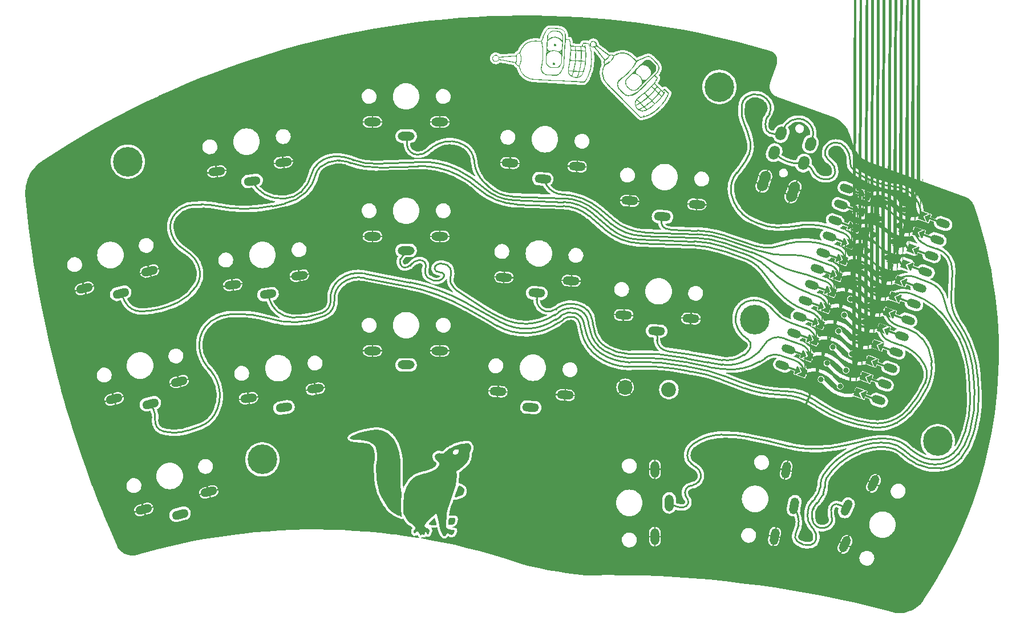
<source format=gbr>
%TF.GenerationSoftware,KiCad,Pcbnew,7.0.10*%
%TF.CreationDate,2024-03-11T00:33:33+01:00*%
%TF.ProjectId,test_reverse_controller,74657374-5f72-4657-9665-7273655f636f,rev?*%
%TF.SameCoordinates,Original*%
%TF.FileFunction,Copper,L1,Top*%
%TF.FilePolarity,Positive*%
%FSLAX46Y46*%
G04 Gerber Fmt 4.6, Leading zero omitted, Abs format (unit mm)*
G04 Created by KiCad (PCBNEW 7.0.10) date 2024-03-11 00:33:33*
%MOMM*%
%LPD*%
G01*
G04 APERTURE LIST*
G04 Aperture macros list*
%AMHorizOval*
0 Thick line with rounded ends*
0 $1 width*
0 $2 $3 position (X,Y) of the first rounded end (center of the circle)*
0 $4 $5 position (X,Y) of the second rounded end (center of the circle)*
0 Add line between two ends*
20,1,$1,$2,$3,$4,$5,0*
0 Add two circle primitives to create the rounded ends*
1,1,$1,$2,$3*
1,1,$1,$4,$5*%
%AMRotRect*
0 Rectangle, with rotation*
0 The origin of the aperture is its center*
0 $1 length*
0 $2 width*
0 $3 Rotation angle, in degrees counterclockwise*
0 Add horizontal line*
21,1,$1,$2,0,0,$3*%
%AMFreePoly0*
4,1,6,0.600001,0.200000,0.000000,-0.400000,-0.600001,0.200000,-0.600000,0.400000,0.600000,0.400000,0.600001,0.200000,0.600001,0.200000,$1*%
%AMFreePoly1*
4,1,6,0.600000,-0.250000,-0.600000,-0.250000,-0.600000,1.000000,0.000000,0.400000,0.600000,1.000001,0.600000,-0.250000,0.600000,-0.250000,$1*%
%AMFreePoly2*
4,1,53,0.364718,5.735320,0.423708,5.684831,0.449550,5.611612,0.435320,5.535282,-0.273217,4.053795,-0.347411,3.898769,-0.467497,3.576694,-0.558407,3.245200,-0.619420,2.906925,-0.650047,2.564559,-0.650000,2.392692,-0.649999,2.075551,-0.649993,1.926075,-0.618720,1.628764,-0.556519,1.336356,-0.464070,1.052058,-0.342389,0.778992,-0.192810,0.520152,-0.104898,0.399262,0.025530,0.219921,
0.086104,0.207873,0.159099,0.159099,0.207873,0.086104,0.225000,0.000000,0.207873,-0.086104,0.159099,-0.159099,0.086104,-0.207873,0.000000,-0.225000,-0.086104,-0.207873,-0.159099,-0.159099,-0.207873,-0.086104,-0.225000,0.000000,-0.216511,0.042675,-0.347518,0.222810,-0.503451,0.458811,-0.637585,0.707849,-0.748837,0.967915,-0.836311,1.236913,-0.899302,1.512674,-0.937299,1.792973,
-0.950000,2.075551,-0.950000,2.392692,-0.938533,2.700964,-0.904201,3.007533,-0.847190,3.310704,-0.767817,3.608802,-0.666519,3.900182,-0.543858,4.183227,-0.543857,4.183232,0.164680,5.664718,0.215168,5.723708,0.288388,5.749550,0.364718,5.735320,0.364718,5.735320,$1*%
%AMFreePoly3*
4,1,52,0.086104,0.207873,0.159099,0.159099,0.207873,0.086104,0.225000,0.000000,0.216511,-0.042675,0.347518,-0.222810,0.503452,-0.458811,0.637585,-0.707849,0.748837,-0.967915,0.836311,-1.236913,0.899302,-1.512674,0.937300,-1.792973,0.950000,-2.075551,0.950000,-2.392692,0.938535,-2.700964,0.904202,-3.007533,0.847191,-3.310704,0.767817,-3.608802,0.666519,-3.900183,0.543856,-4.183233,
-0.164680,-5.664718,-0.215168,-5.723708,-0.288388,-5.749550,-0.364718,-5.735320,-0.423708,-5.684832,-0.449550,-5.611612,-0.435320,-5.535282,0.273217,-4.053796,0.347412,-3.898769,0.467498,-3.576694,0.558408,-3.245201,0.619420,-2.906925,0.650047,-2.564559,0.650000,-2.392692,0.650000,-2.075551,0.649994,-1.926076,0.618721,-1.628765,0.556519,-1.336356,0.464070,-1.052058,0.342389,-0.778992,
0.192810,-0.520152,0.104897,-0.399262,-0.025530,-0.219921,-0.086104,-0.207873,-0.159099,-0.159099,-0.207873,-0.086104,-0.225000,0.000000,-0.207873,0.086104,-0.159099,0.159099,-0.086104,0.207873,0.000000,0.225000,0.086104,0.207873,0.086104,0.207873,$1*%
G04 Aperture macros list end*
%TA.AperFunction,ComponentPad*%
%ADD10HorizOval,1.600000X0.085505X0.234923X-0.085505X-0.234923X0*%
%TD*%
%TA.AperFunction,ComponentPad*%
%ADD11HorizOval,1.600000X-0.085505X-0.234923X0.085505X0.234923X0*%
%TD*%
%TA.AperFunction,ComponentPad*%
%ADD12HorizOval,1.600000X-0.068404X-0.187939X0.068404X0.187939X0*%
%TD*%
%TA.AperFunction,ComponentPad*%
%ADD13HorizOval,1.600000X0.068404X0.187939X-0.068404X-0.187939X0*%
%TD*%
%TA.AperFunction,ComponentPad*%
%ADD14O,2.500000X1.300000*%
%TD*%
%TA.AperFunction,ComponentPad*%
%ADD15HorizOval,1.200000X0.422862X-0.153909X-0.422862X0.153909X0*%
%TD*%
%TA.AperFunction,SMDPad,CuDef*%
%ADD16RotRect,0.300000X2.700000X70.000000*%
%TD*%
%TA.AperFunction,SMDPad,CuDef*%
%ADD17FreePoly0,70.000000*%
%TD*%
%TA.AperFunction,SMDPad,CuDef*%
%ADD18FreePoly0,250.000000*%
%TD*%
%TA.AperFunction,SMDPad,CuDef*%
%ADD19RotRect,0.300000X2.700000X250.000000*%
%TD*%
%TA.AperFunction,ComponentPad*%
%ADD20C,0.800000*%
%TD*%
%TA.AperFunction,SMDPad,CuDef*%
%ADD21FreePoly1,250.000000*%
%TD*%
%TA.AperFunction,SMDPad,CuDef*%
%ADD22FreePoly2,70.000000*%
%TD*%
%TA.AperFunction,SMDPad,CuDef*%
%ADD23FreePoly3,70.000000*%
%TD*%
%TA.AperFunction,SMDPad,CuDef*%
%ADD24FreePoly1,70.000000*%
%TD*%
%TA.AperFunction,ComponentPad*%
%ADD25HorizOval,1.300000X-0.599178X0.031402X0.599178X-0.031402X0*%
%TD*%
%TA.AperFunction,ComponentPad*%
%ADD26HorizOval,1.300000X-0.104189X-0.590885X0.104189X0.590885X0*%
%TD*%
%TA.AperFunction,ComponentPad*%
%ADD27HorizOval,1.300000X-0.594161X-0.083504X0.594161X0.083504X0*%
%TD*%
%TA.AperFunction,ComponentPad*%
%ADD28HorizOval,1.300000X-0.579555X-0.155291X0.579555X0.155291X0*%
%TD*%
%TA.AperFunction,ComponentPad*%
%ADD29C,4.400000*%
%TD*%
%TA.AperFunction,ComponentPad*%
%ADD30C,2.200000*%
%TD*%
%TA.AperFunction,ComponentPad*%
%ADD31HorizOval,1.300000X0.253571X0.543785X-0.253571X-0.543785X0*%
%TD*%
%TA.AperFunction,ComponentPad*%
%ADD32O,1.300000X2.500000*%
%TD*%
%TA.AperFunction,Conductor*%
%ADD33C,0.250000*%
%TD*%
G04 APERTURE END LIST*
%TA.AperFunction,EtchedComponent*%
%TO.C,G\u002A\u002A\u002A*%
G36*
X136086971Y-58676688D02*
G01*
X136211397Y-58711916D01*
X136279284Y-58737868D01*
X136334860Y-58763575D01*
X136386998Y-58795865D01*
X136444570Y-58841566D01*
X136516452Y-58907508D01*
X136611515Y-59000520D01*
X136696358Y-59085146D01*
X137004471Y-59393258D01*
X137069722Y-59585117D01*
X137117796Y-59795820D01*
X137115712Y-60005077D01*
X137063292Y-60223393D01*
X137058873Y-60236077D01*
X137003595Y-60392325D01*
X135651627Y-61751741D01*
X135383713Y-62020919D01*
X135151243Y-62253964D01*
X134951505Y-62453502D01*
X134781784Y-62622155D01*
X134639365Y-62762551D01*
X134521537Y-62877314D01*
X134425584Y-62969068D01*
X134348792Y-63040439D01*
X134288450Y-63094051D01*
X134241841Y-63132529D01*
X134206252Y-63158499D01*
X134182416Y-63172816D01*
X134065292Y-63218468D01*
X133919113Y-63253261D01*
X133768839Y-63272689D01*
X133639433Y-63272248D01*
X133634541Y-63271694D01*
X133460345Y-63234018D01*
X133294019Y-63160721D01*
X133125103Y-63046317D01*
X132999814Y-62938928D01*
X132882354Y-62824538D01*
X132882093Y-62824285D01*
X132773418Y-62707188D01*
X132688707Y-62603913D01*
X132673626Y-62583029D01*
X132568889Y-62386798D01*
X132512446Y-62173763D01*
X132506259Y-61987712D01*
X132641602Y-61987712D01*
X132652262Y-62174716D01*
X132699130Y-62348042D01*
X132729585Y-62412663D01*
X132787466Y-62497103D01*
X132876920Y-62603466D01*
X132986514Y-62720379D01*
X133104816Y-62836467D01*
X133220392Y-62940357D01*
X133321810Y-63020675D01*
X133375600Y-63055337D01*
X133487290Y-63100013D01*
X133628019Y-63123754D01*
X133718398Y-63128920D01*
X133829806Y-63129354D01*
X133925704Y-63120568D01*
X134013436Y-63098286D01*
X134100349Y-63058231D01*
X134193788Y-62996126D01*
X134301098Y-62907698D01*
X134429625Y-62788667D01*
X134586714Y-62634759D01*
X134614187Y-62607411D01*
X135004721Y-62218132D01*
X135004721Y-62049118D01*
X134979630Y-61783984D01*
X134906076Y-61538254D01*
X134786632Y-61316826D01*
X134623876Y-61124596D01*
X134442975Y-60980918D01*
X134231479Y-60867498D01*
X134008625Y-60800011D01*
X134003117Y-60799426D01*
X133766376Y-60774262D01*
X133564423Y-60768582D01*
X133139901Y-61205418D01*
X132715379Y-61642254D01*
X132669204Y-61807606D01*
X132641602Y-61987712D01*
X132506259Y-61987712D01*
X132505127Y-61953676D01*
X132547761Y-61736287D01*
X132592093Y-61622916D01*
X132605962Y-61596259D01*
X132625372Y-61565810D01*
X132653064Y-61528697D01*
X132691782Y-61482046D01*
X132744267Y-61422984D01*
X132813261Y-61348639D01*
X132901505Y-61256137D01*
X133011741Y-61142605D01*
X133146712Y-61005169D01*
X133309161Y-60840957D01*
X133501828Y-60647096D01*
X133713517Y-60434697D01*
X134091200Y-60434697D01*
X134098837Y-60522127D01*
X134102450Y-60545986D01*
X134123686Y-60678856D01*
X134293159Y-60748440D01*
X134388203Y-60792434D01*
X134475085Y-60845917D01*
X134569152Y-60919550D01*
X134672949Y-61012134D01*
X134812207Y-61152488D01*
X134918741Y-61291262D01*
X135005622Y-61447970D01*
X135074418Y-61611520D01*
X135111189Y-61640021D01*
X135186184Y-61659261D01*
X135283837Y-61668023D01*
X135388584Y-61665091D01*
X135484857Y-61649250D01*
X135500545Y-61644792D01*
X135544650Y-61628223D01*
X135589898Y-61602902D01*
X135643458Y-61562892D01*
X135712499Y-61502256D01*
X135804190Y-61415058D01*
X135925701Y-61295361D01*
X135941648Y-61279505D01*
X136275553Y-60947300D01*
X136301200Y-60808532D01*
X136318960Y-60591590D01*
X136290206Y-60371656D01*
X136242960Y-60212528D01*
X136211444Y-60128861D01*
X136180119Y-60063272D01*
X136140004Y-60003051D01*
X136082117Y-59935487D01*
X135997476Y-59847869D01*
X135955577Y-59805820D01*
X135854842Y-59706814D01*
X135779257Y-59638573D01*
X135716728Y-59592225D01*
X135655158Y-59558902D01*
X135582450Y-59529736D01*
X135575692Y-59527282D01*
X135365659Y-59475115D01*
X135138821Y-59459860D01*
X134973635Y-59473842D01*
X134844101Y-59494301D01*
X134500086Y-59838315D01*
X134356322Y-59984496D01*
X134248535Y-60101766D01*
X134172425Y-60197775D01*
X134123698Y-60280168D01*
X134098055Y-60356593D01*
X134091200Y-60434697D01*
X133713517Y-60434697D01*
X133727456Y-60420711D01*
X133988787Y-60158931D01*
X133999037Y-60148668D01*
X134259582Y-59887867D01*
X134484659Y-59662788D01*
X134677210Y-59470643D01*
X134840174Y-59308643D01*
X134976493Y-59174002D01*
X135089109Y-59063932D01*
X135180963Y-58975643D01*
X135254996Y-58906351D01*
X135314149Y-58853265D01*
X135361363Y-58813600D01*
X135399579Y-58784566D01*
X135431741Y-58763376D01*
X135460786Y-58747243D01*
X135489658Y-58733378D01*
X135494638Y-58731102D01*
X135678840Y-58673840D01*
X135882590Y-58655534D01*
X136086971Y-58676688D01*
G37*
%TD.AperFunction*%
%TA.AperFunction,EtchedComponent*%
G36*
X127903461Y-55854228D02*
G01*
X128052762Y-55922672D01*
X128169664Y-56027692D01*
X128247860Y-56160469D01*
X128281040Y-56312185D01*
X128279937Y-56380587D01*
X128270520Y-56489961D01*
X129193721Y-57209219D01*
X130116922Y-57928477D01*
X130204681Y-57900858D01*
X130315474Y-57878822D01*
X130443640Y-57872418D01*
X130570466Y-57880682D01*
X130677239Y-57902654D01*
X130733631Y-57928044D01*
X130783056Y-57956892D01*
X130826936Y-57962457D01*
X130883557Y-57942902D01*
X130954037Y-57905885D01*
X131287588Y-57749048D01*
X131620504Y-57646480D01*
X131952251Y-57598179D01*
X132282297Y-57604145D01*
X132610108Y-57664377D01*
X132935152Y-57778873D01*
X133196285Y-57911532D01*
X133279202Y-57962199D01*
X133360291Y-58018460D01*
X133447810Y-58087081D01*
X133550020Y-58174829D01*
X133675180Y-58288470D01*
X133808887Y-58413405D01*
X134214448Y-58795418D01*
X134840896Y-58498842D01*
X135058891Y-58395909D01*
X135234594Y-58313995D01*
X135374753Y-58250587D01*
X135486111Y-58203176D01*
X135575416Y-58169247D01*
X135649411Y-58146293D01*
X135714846Y-58131800D01*
X135778463Y-58123258D01*
X135847010Y-58118154D01*
X135866336Y-58117088D01*
X135962252Y-58112874D01*
X136043071Y-58113984D01*
X136115034Y-58124221D01*
X136184394Y-58147390D01*
X136257393Y-58187293D01*
X136340282Y-58247733D01*
X136439304Y-58332515D01*
X136560709Y-58445440D01*
X136710743Y-58590314D01*
X136821973Y-58698914D01*
X136990007Y-58863993D01*
X137123341Y-58997099D01*
X137226890Y-59103528D01*
X137305569Y-59188576D01*
X137364290Y-59257538D01*
X137407968Y-59315712D01*
X137438651Y-59363512D01*
X137538390Y-59574823D01*
X137586166Y-59785445D01*
X137581645Y-59996819D01*
X137524492Y-60210385D01*
X137414375Y-60427585D01*
X137250961Y-60649862D01*
X137103957Y-60809977D01*
X136984365Y-60930756D01*
X137174307Y-61120698D01*
X137277483Y-61228755D01*
X137338909Y-61305039D01*
X137359823Y-61351105D01*
X137359725Y-61354190D01*
X137342793Y-61407180D01*
X137302932Y-61494139D01*
X137246551Y-61603237D01*
X137180060Y-61722645D01*
X137109869Y-61840534D01*
X137042388Y-61945071D01*
X137029253Y-61964091D01*
X136974987Y-62048883D01*
X136939683Y-62118696D01*
X136930080Y-62160011D01*
X136930690Y-62161834D01*
X136953562Y-62189568D01*
X137010101Y-62249938D01*
X137095058Y-62337583D01*
X137203185Y-62447140D01*
X137329233Y-62573248D01*
X137464997Y-62707635D01*
X137983764Y-63218543D01*
X138099673Y-63131811D01*
X138187730Y-63072323D01*
X138277193Y-63021585D01*
X138311171Y-63005829D01*
X138406759Y-62966580D01*
X138714735Y-63285129D01*
X139022710Y-63603680D01*
X138960230Y-63791186D01*
X138854806Y-64054744D01*
X138706962Y-64342583D01*
X138519820Y-64649256D01*
X138296505Y-64969313D01*
X138246625Y-65035972D01*
X138151095Y-65154804D01*
X138026088Y-65299398D01*
X137880330Y-65460616D01*
X137722550Y-65629321D01*
X137561475Y-65796375D01*
X137405833Y-65952644D01*
X137264352Y-66088985D01*
X137145759Y-66196266D01*
X137108417Y-66227589D01*
X136721375Y-66520750D01*
X136338165Y-66767936D01*
X135961463Y-66967809D01*
X135593941Y-67119028D01*
X135238276Y-67220255D01*
X135062201Y-67252215D01*
X134805098Y-67289463D01*
X134750383Y-67234964D01*
X132375702Y-64869682D01*
X132069216Y-64564307D01*
X131771122Y-64267101D01*
X131483948Y-63980592D01*
X131210221Y-63707310D01*
X130952469Y-63449782D01*
X130713216Y-63210539D01*
X130494993Y-62992111D01*
X130300323Y-62797026D01*
X130131736Y-62627813D01*
X129991757Y-62487002D01*
X129882915Y-62377122D01*
X129807734Y-62300702D01*
X129770077Y-62261702D01*
X129530333Y-61970068D01*
X129340531Y-61662360D01*
X129201197Y-61341850D01*
X129112860Y-61011809D01*
X129080297Y-60714362D01*
X129219330Y-60714362D01*
X129263600Y-61040790D01*
X129358447Y-61360948D01*
X129503357Y-61669839D01*
X129610113Y-61841821D01*
X129632298Y-61872763D01*
X129660836Y-61909186D01*
X129697709Y-61953112D01*
X129744895Y-62006569D01*
X129804378Y-62071582D01*
X129878137Y-62150176D01*
X129968154Y-62244376D01*
X130076410Y-62356209D01*
X130204884Y-62487700D01*
X130355560Y-62640872D01*
X130530417Y-62817754D01*
X130731435Y-63020371D01*
X130960596Y-63250746D01*
X131219882Y-63510906D01*
X131511272Y-63802878D01*
X131836748Y-64128685D01*
X132198291Y-64490354D01*
X132292834Y-64584902D01*
X134846639Y-67138708D01*
X134974545Y-67122391D01*
X135077631Y-67108011D01*
X135177478Y-67092211D01*
X135201072Y-67088059D01*
X135299694Y-67070046D01*
X135247850Y-67019459D01*
X135216003Y-66975115D01*
X135230638Y-66935302D01*
X135244080Y-66920799D01*
X135290276Y-66892173D01*
X135339202Y-66910382D01*
X135349491Y-66918178D01*
X135386531Y-66960004D01*
X135377440Y-67001812D01*
X135368720Y-67014326D01*
X135354216Y-67040841D01*
X135371788Y-67045900D01*
X135428938Y-67029702D01*
X135465866Y-67016848D01*
X135566785Y-66970701D01*
X135629335Y-66920186D01*
X135635491Y-66911268D01*
X135672954Y-66872008D01*
X135719928Y-66879818D01*
X135721876Y-66880813D01*
X135758779Y-66886984D01*
X135816950Y-66873604D01*
X135904487Y-66837870D01*
X136029494Y-66776975D01*
X136045944Y-66768588D01*
X136433640Y-66545469D01*
X136821002Y-66274479D01*
X137200656Y-65961678D01*
X137565228Y-65613127D01*
X137897061Y-65247103D01*
X138129953Y-64955485D01*
X138344214Y-64656308D01*
X138534124Y-64358738D01*
X138693966Y-64071942D01*
X138818022Y-63805089D01*
X138853637Y-63713437D01*
X138881929Y-63635966D01*
X138626319Y-63380356D01*
X138370709Y-63124746D01*
X138278572Y-63176832D01*
X138183567Y-63235005D01*
X138134356Y-63280711D01*
X138126792Y-63323020D01*
X138156727Y-63371004D01*
X138179009Y-63394558D01*
X138230505Y-63442792D01*
X138261250Y-63453524D01*
X138288234Y-63428411D01*
X138303141Y-63406665D01*
X138353178Y-63357268D01*
X138403640Y-63344691D01*
X138439166Y-63371184D01*
X138444364Y-63385987D01*
X138443890Y-63417707D01*
X138427755Y-63464172D01*
X138392548Y-63531366D01*
X138334857Y-63625272D01*
X138251273Y-63751871D01*
X138156333Y-63891084D01*
X137827499Y-64332969D01*
X137465776Y-64748922D01*
X137065919Y-65144102D01*
X136622685Y-65523671D01*
X136205019Y-65837113D01*
X136130828Y-65892791D01*
X136101785Y-65913225D01*
X135879053Y-66061851D01*
X135684423Y-66173987D01*
X135509253Y-66253245D01*
X135489217Y-66259340D01*
X135344902Y-66303239D01*
X135182730Y-66327579D01*
X135101812Y-66331229D01*
X134882181Y-66307896D01*
X134668738Y-66234485D01*
X134591958Y-66188663D01*
X134469016Y-66115292D01*
X134442031Y-66090997D01*
X134689624Y-66090997D01*
X134714404Y-66113590D01*
X134779439Y-66137535D01*
X134870770Y-66159798D01*
X134974441Y-66177345D01*
X135076491Y-66187147D01*
X135135693Y-66187914D01*
X135242412Y-66177411D01*
X135354864Y-66155240D01*
X135460072Y-66125440D01*
X135545062Y-66092055D01*
X135596856Y-66059123D01*
X135606600Y-66041280D01*
X135588327Y-66009887D01*
X135539088Y-65953482D01*
X135468673Y-65883071D01*
X135451752Y-65867201D01*
X135295982Y-65722773D01*
X134992804Y-65899885D01*
X134933341Y-65935158D01*
X134879426Y-65967140D01*
X134785338Y-66024897D01*
X134719349Y-66067605D01*
X134690266Y-66089711D01*
X134689624Y-66090997D01*
X134442031Y-66090997D01*
X134345331Y-66003937D01*
X134290548Y-65954614D01*
X134167874Y-65798690D01*
X134034281Y-65562412D01*
X134006444Y-65481937D01*
X134164803Y-65481937D01*
X134164984Y-65516317D01*
X134193411Y-65580458D01*
X134242463Y-65663234D01*
X134304516Y-65753523D01*
X134371946Y-65840198D01*
X134437131Y-65912137D01*
X134490244Y-65956833D01*
X134522094Y-65973730D01*
X134555306Y-65978037D01*
X134599902Y-65966415D01*
X134665899Y-65935524D01*
X134763322Y-65882026D01*
X134831624Y-65843077D01*
X134976408Y-65760800D01*
X135077945Y-65700031D01*
X135138493Y-65652483D01*
X135143369Y-65642959D01*
X135450764Y-65642959D01*
X135483288Y-65690865D01*
X135552081Y-65766629D01*
X135596704Y-65811968D01*
X135766647Y-65981910D01*
X135988498Y-65828783D01*
X136167818Y-65702114D01*
X136341546Y-65574042D01*
X136499616Y-65452318D01*
X136631960Y-65344690D01*
X136727351Y-65260018D01*
X136830528Y-65161284D01*
X136657461Y-64988217D01*
X136580198Y-64913044D01*
X136518308Y-64856752D01*
X136480875Y-64827418D01*
X136474232Y-64825311D01*
X136433637Y-64861092D01*
X136358955Y-64922642D01*
X136259357Y-65002753D01*
X136144011Y-65094225D01*
X136022088Y-65189849D01*
X135902757Y-65282422D01*
X135795188Y-65364741D01*
X135708549Y-65429600D01*
X135667196Y-65459407D01*
X135576965Y-65523351D01*
X135503190Y-65577096D01*
X135457861Y-65611854D01*
X135450825Y-65618014D01*
X135450764Y-65642959D01*
X135143369Y-65642959D01*
X135160308Y-65609873D01*
X135145652Y-65563916D01*
X135096780Y-65506326D01*
X135015951Y-65428822D01*
X134959159Y-65375150D01*
X134721127Y-65147917D01*
X134454262Y-65304104D01*
X134345666Y-65368369D01*
X134254120Y-65423864D01*
X134190072Y-65464173D01*
X134164803Y-65481937D01*
X134006444Y-65481937D01*
X133994053Y-65446114D01*
X133954708Y-65332365D01*
X133932398Y-65136952D01*
X134074102Y-65136952D01*
X134074876Y-65232107D01*
X134083590Y-65304247D01*
X134100545Y-65339622D01*
X134105688Y-65341114D01*
X134141011Y-65328294D01*
X134208786Y-65294204D01*
X134296684Y-65246024D01*
X134392373Y-65190934D01*
X134483520Y-65136114D01*
X134557797Y-65088742D01*
X134585704Y-65068470D01*
X134875106Y-65068470D01*
X134892967Y-65098810D01*
X134935939Y-65148342D01*
X135009010Y-65223923D01*
X135086949Y-65302212D01*
X135326618Y-65541881D01*
X135532074Y-65400217D01*
X135636720Y-65325362D01*
X135764096Y-65230168D01*
X135902607Y-65123726D01*
X136040662Y-65015133D01*
X136166669Y-64913477D01*
X136269034Y-64827854D01*
X136323609Y-64779358D01*
X136382111Y-64724729D01*
X136586269Y-64724729D01*
X136769053Y-64907512D01*
X136951836Y-65090296D01*
X137328846Y-64688504D01*
X137448757Y-64559721D01*
X137560136Y-64438267D01*
X137655941Y-64331963D01*
X137729130Y-64248630D01*
X137772660Y-64196091D01*
X137775246Y-64192650D01*
X137844636Y-64098587D01*
X137835033Y-64088984D01*
X137662429Y-63916380D01*
X137577366Y-63832521D01*
X137522199Y-63782690D01*
X137489145Y-63761692D01*
X137470421Y-63764333D01*
X137459980Y-63781234D01*
X137435965Y-63813895D01*
X137379848Y-63879434D01*
X137297289Y-63971581D01*
X137193945Y-64084067D01*
X137075473Y-64210623D01*
X137013004Y-64276512D01*
X136586269Y-64724729D01*
X136382111Y-64724729D01*
X136388245Y-64719001D01*
X136150713Y-64481468D01*
X135913180Y-64243936D01*
X135722738Y-64409242D01*
X135636280Y-64481722D01*
X135526483Y-64569991D01*
X135402630Y-64667005D01*
X135274006Y-64765713D01*
X135149890Y-64859067D01*
X135039569Y-64940018D01*
X134952324Y-65001517D01*
X134897437Y-65036517D01*
X134894771Y-65037936D01*
X134877370Y-65050465D01*
X134875106Y-65068470D01*
X134585704Y-65068470D01*
X134602869Y-65056001D01*
X134610686Y-65047092D01*
X134595257Y-65019468D01*
X134548740Y-64963307D01*
X134479148Y-64887875D01*
X134425685Y-64833244D01*
X134330220Y-64739654D01*
X134263894Y-64685318D01*
X134217666Y-64670755D01*
X134182498Y-64696476D01*
X134149349Y-64763000D01*
X134116418Y-64850883D01*
X134095174Y-64932590D01*
X134080969Y-65032530D01*
X134074102Y-65136952D01*
X133932398Y-65136952D01*
X133929149Y-65108490D01*
X133957599Y-64890727D01*
X133969035Y-64861364D01*
X134040053Y-64679020D01*
X134060610Y-64641584D01*
X134101335Y-64575070D01*
X134139495Y-64522831D01*
X134307568Y-64522831D01*
X134529350Y-64744613D01*
X134626487Y-64840478D01*
X134693744Y-64902629D01*
X134738739Y-64936750D01*
X134769090Y-64948528D01*
X134792414Y-64943644D01*
X134794554Y-64942513D01*
X134871211Y-64894712D01*
X134979098Y-64819943D01*
X135107767Y-64726181D01*
X135246767Y-64621405D01*
X135385652Y-64513590D01*
X135513971Y-64410715D01*
X135621278Y-64320755D01*
X135688732Y-64259858D01*
X135784972Y-64167445D01*
X136028986Y-64167445D01*
X136256690Y-64395149D01*
X136484394Y-64622853D01*
X136833248Y-64269824D01*
X136953756Y-64146564D01*
X137068587Y-64026730D01*
X137169043Y-63919571D01*
X137246431Y-63834340D01*
X137285145Y-63789082D01*
X137388188Y-63661370D01*
X137379236Y-63652000D01*
X137351670Y-63623150D01*
X137580724Y-63623150D01*
X137755201Y-63808745D01*
X137929678Y-63994339D01*
X137989139Y-63908076D01*
X138042401Y-63829436D01*
X138103061Y-63738008D01*
X138120624Y-63711152D01*
X138192648Y-63600493D01*
X138033994Y-63441839D01*
X137958794Y-63368742D01*
X137897903Y-63313443D01*
X137861528Y-63285081D01*
X137856772Y-63283186D01*
X137832745Y-63303360D01*
X137785702Y-63356852D01*
X137724782Y-63433115D01*
X137709465Y-63453167D01*
X137580724Y-63623150D01*
X137351670Y-63623150D01*
X137155348Y-63417686D01*
X136922508Y-63174005D01*
X136843218Y-63278623D01*
X136799694Y-63331345D01*
X136726140Y-63415302D01*
X136629958Y-63522265D01*
X136518547Y-63644008D01*
X136399307Y-63772301D01*
X136396457Y-63775344D01*
X136028986Y-64167445D01*
X135784972Y-64167445D01*
X135811355Y-64142111D01*
X135585385Y-63916183D01*
X135365579Y-63696418D01*
X135359416Y-63690256D01*
X134924551Y-64034151D01*
X134786131Y-64143634D01*
X134656501Y-64246198D01*
X134543880Y-64335339D01*
X134456486Y-64404553D01*
X134402534Y-64447335D01*
X134398628Y-64450439D01*
X134307568Y-64522831D01*
X134139495Y-64522831D01*
X134146131Y-64513746D01*
X134201391Y-64451573D01*
X134273507Y-64382514D01*
X134368873Y-64300531D01*
X134493879Y-64199586D01*
X134654919Y-64073641D01*
X134693694Y-64043622D01*
X135057882Y-63753141D01*
X135238351Y-63600228D01*
X135461769Y-63600228D01*
X135697158Y-63835618D01*
X135932548Y-64071007D01*
X136338394Y-63640362D01*
X136460418Y-63509907D01*
X136571667Y-63389133D01*
X136665978Y-63284878D01*
X136737189Y-63203979D01*
X136779139Y-63153272D01*
X136785666Y-63144087D01*
X136827090Y-63078455D01*
X136818715Y-63070544D01*
X137008890Y-63070544D01*
X137246841Y-63308495D01*
X137484791Y-63546446D01*
X137554149Y-63452352D01*
X137617263Y-63366266D01*
X137680665Y-63279119D01*
X137688026Y-63268939D01*
X137752546Y-63179621D01*
X137520379Y-62936615D01*
X137288212Y-62693609D01*
X137238537Y-62768122D01*
X137191707Y-62834280D01*
X137129517Y-62917203D01*
X137098876Y-62956589D01*
X137008890Y-63070544D01*
X136818715Y-63070544D01*
X136708409Y-62966345D01*
X136630078Y-62892351D01*
X136433065Y-62706246D01*
X136117945Y-63006476D01*
X135993999Y-63123522D01*
X135868058Y-63240646D01*
X135752313Y-63346627D01*
X135658954Y-63430245D01*
X135632297Y-63453466D01*
X135461769Y-63600228D01*
X135238351Y-63600228D01*
X135407647Y-63456782D01*
X135739014Y-63158636D01*
X136048012Y-62862796D01*
X136319781Y-62584507D01*
X136522853Y-62584507D01*
X136715150Y-62776804D01*
X136806537Y-62868218D01*
X136869817Y-62922651D01*
X136917269Y-62938991D01*
X136961174Y-62916128D01*
X137013811Y-62852950D01*
X137087457Y-62748346D01*
X137091387Y-62742754D01*
X137191944Y-62599789D01*
X137008622Y-62416467D01*
X136825300Y-62233145D01*
X136748311Y-62334592D01*
X136682077Y-62416418D01*
X136613010Y-62493883D01*
X136597088Y-62510273D01*
X136522853Y-62584507D01*
X136319781Y-62584507D01*
X136330669Y-62573358D01*
X136583009Y-62294412D01*
X136801061Y-62030054D01*
X136980852Y-61784375D01*
X137118408Y-61561470D01*
X137137407Y-61525942D01*
X137175115Y-61443113D01*
X137195782Y-61376241D01*
X137196314Y-61346122D01*
X137168541Y-61312048D01*
X137110164Y-61255583D01*
X137033134Y-61188201D01*
X137022980Y-61179740D01*
X136865706Y-61049415D01*
X135631169Y-62282610D01*
X135364479Y-62548650D01*
X135133172Y-62778557D01*
X134934494Y-62974980D01*
X134765691Y-63140563D01*
X134624012Y-63277956D01*
X134506701Y-63389805D01*
X134411006Y-63478758D01*
X134334173Y-63547462D01*
X134273450Y-63598563D01*
X134226080Y-63634710D01*
X134221565Y-63637889D01*
X134132810Y-63703191D01*
X134059092Y-63763602D01*
X134014492Y-63807471D01*
X134011104Y-63812022D01*
X133987083Y-63844978D01*
X133988632Y-63831643D01*
X133996747Y-63810247D01*
X134007933Y-63773203D01*
X133989723Y-63773756D01*
X133958854Y-63790921D01*
X133913638Y-63830802D01*
X133899926Y-63862618D01*
X133886497Y-63910572D01*
X133879440Y-63919713D01*
X133866346Y-63917163D01*
X133868077Y-63898838D01*
X133860150Y-63865151D01*
X133820978Y-63862718D01*
X133761314Y-63888230D01*
X133691909Y-63938381D01*
X133668098Y-63960363D01*
X133613397Y-64008475D01*
X133576942Y-64030088D01*
X133568968Y-64027300D01*
X133584933Y-63996435D01*
X133611689Y-63977554D01*
X133649345Y-63951895D01*
X133640739Y-63941422D01*
X133592356Y-63948043D01*
X133551012Y-63959701D01*
X133488726Y-63988208D01*
X133455289Y-64020008D01*
X133454370Y-64022839D01*
X133443892Y-64037096D01*
X133436377Y-64016638D01*
X133423328Y-63995010D01*
X133407533Y-64018352D01*
X133386121Y-64041947D01*
X133373356Y-64027456D01*
X133340140Y-64010219D01*
X133294172Y-64017535D01*
X133196404Y-64039484D01*
X133066474Y-64049638D01*
X132925319Y-64047984D01*
X132793875Y-64034507D01*
X132718387Y-64017892D01*
X132617164Y-63979753D01*
X132511910Y-63922829D01*
X132397134Y-63842750D01*
X132267342Y-63735151D01*
X132117042Y-63595663D01*
X131940741Y-63419918D01*
X131854013Y-63330495D01*
X131795604Y-63269476D01*
X131720764Y-63191292D01*
X131619908Y-63083601D01*
X131545603Y-63000247D01*
X131492011Y-62934055D01*
X131453291Y-62877851D01*
X131423603Y-62824461D01*
X131399382Y-62771966D01*
X131331200Y-62553888D01*
X131307359Y-62325145D01*
X131309915Y-62296341D01*
X131451695Y-62296341D01*
X131469614Y-62483775D01*
X131514851Y-62661461D01*
X131566140Y-62777401D01*
X131605024Y-62833290D01*
X131673090Y-62913268D01*
X131773098Y-63020280D01*
X131907811Y-63157269D01*
X132079990Y-63327177D01*
X132103995Y-63350595D01*
X132252784Y-63495370D01*
X132368789Y-63607132D01*
X132458120Y-63690892D01*
X132526887Y-63751657D01*
X132581198Y-63794436D01*
X132627163Y-63824240D01*
X132670892Y-63846075D01*
X132718492Y-63864951D01*
X132741659Y-63873402D01*
X132844032Y-63903574D01*
X132942631Y-63914143D01*
X133060076Y-63906506D01*
X133127053Y-63897203D01*
X133475878Y-63818527D01*
X133804592Y-63693800D01*
X134106090Y-63526123D01*
X134292756Y-63388477D01*
X134352237Y-63335989D01*
X134444322Y-63250149D01*
X134565132Y-63134835D01*
X134710788Y-62993924D01*
X134877412Y-62831295D01*
X135061125Y-62650823D01*
X135258050Y-62456388D01*
X135464306Y-62251865D01*
X135676017Y-62041133D01*
X135889304Y-61828069D01*
X136100286Y-61616549D01*
X136305088Y-61410452D01*
X136499828Y-61213655D01*
X136680631Y-61030036D01*
X136843615Y-60863470D01*
X136984904Y-60717837D01*
X137100618Y-60597015D01*
X137186880Y-60504878D01*
X137239811Y-60445307D01*
X137251183Y-60430909D01*
X137367134Y-60241291D01*
X137433757Y-60060022D01*
X137453724Y-59879521D01*
X137453157Y-59858629D01*
X137440378Y-59735438D01*
X137409940Y-59616271D01*
X137358184Y-59495692D01*
X137281448Y-59368271D01*
X137176073Y-59228572D01*
X137038396Y-59071161D01*
X136864759Y-58890607D01*
X136675959Y-58705030D01*
X136543532Y-58577520D01*
X136442882Y-58482161D01*
X136366671Y-58413312D01*
X136307557Y-58365334D01*
X136258203Y-58332587D01*
X136211269Y-58309430D01*
X136159415Y-58290222D01*
X136118942Y-58276973D01*
X136036704Y-58253642D01*
X135958279Y-58240551D01*
X135877203Y-58239457D01*
X135787011Y-58252119D01*
X135681238Y-58280293D01*
X135553418Y-58325736D01*
X135397087Y-58390207D01*
X135205778Y-58475463D01*
X134973028Y-58583260D01*
X134946572Y-58595653D01*
X134743907Y-58690905D01*
X134584750Y-58766627D01*
X134463247Y-58826132D01*
X134373544Y-58872731D01*
X134309790Y-58909736D01*
X134266129Y-58940458D01*
X134236709Y-58968209D01*
X134215677Y-58996303D01*
X134204041Y-59015766D01*
X134164948Y-59084531D01*
X134108867Y-59183049D01*
X134045755Y-59293830D01*
X134022656Y-59334353D01*
X133851312Y-59606541D01*
X133639132Y-59896297D01*
X133393133Y-60195332D01*
X133120328Y-60495353D01*
X132827732Y-60788069D01*
X132664572Y-60939636D01*
X132522773Y-61067401D01*
X132409699Y-61167634D01*
X132314026Y-61249605D01*
X132224428Y-61322586D01*
X132129583Y-61395843D01*
X132018166Y-61478648D01*
X131906753Y-61559988D01*
X131751218Y-61679148D01*
X131637010Y-61782930D01*
X131556920Y-61880496D01*
X131503738Y-61981012D01*
X131470253Y-62093642D01*
X131464626Y-62121975D01*
X131451695Y-62296341D01*
X131309915Y-62296341D01*
X131327459Y-62098655D01*
X131391099Y-61887340D01*
X131429236Y-61808902D01*
X131464227Y-61748451D01*
X131499354Y-61699993D01*
X131544588Y-61654075D01*
X131609898Y-61601242D01*
X131705257Y-61532041D01*
X131767283Y-61488374D01*
X131981829Y-61334681D01*
X132169983Y-61191731D01*
X132344528Y-61048700D01*
X132518249Y-60894762D01*
X132703931Y-60719093D01*
X132874186Y-60551132D01*
X133123615Y-60294284D01*
X133337380Y-60056645D01*
X133524688Y-59826690D01*
X133694748Y-59592890D01*
X133856769Y-59343721D01*
X133913863Y-59249776D01*
X133983785Y-59131827D01*
X134042361Y-59031011D01*
X134084499Y-58956246D01*
X134105103Y-58916454D01*
X134106325Y-58912685D01*
X134087485Y-58884390D01*
X134035804Y-58826396D01*
X133958534Y-58745756D01*
X133862927Y-58649520D01*
X133756236Y-58544741D01*
X133645714Y-58438470D01*
X133538616Y-58337758D01*
X133442192Y-58249659D01*
X133363697Y-58181224D01*
X133312791Y-58141162D01*
X133008382Y-57958429D01*
X132696942Y-57828932D01*
X132380138Y-57752882D01*
X132059635Y-57730490D01*
X131737103Y-57761965D01*
X131414205Y-57847517D01*
X131307101Y-57887957D01*
X131134453Y-57962379D01*
X131007938Y-58027921D01*
X130920959Y-58089026D01*
X130866915Y-58150138D01*
X130843576Y-58200047D01*
X130793459Y-58320558D01*
X130715385Y-58464693D01*
X130618976Y-58616752D01*
X130513851Y-58761041D01*
X130458728Y-58828027D01*
X130232489Y-59048650D01*
X129966971Y-59234498D01*
X129787189Y-59329414D01*
X129668015Y-59389967D01*
X129581493Y-59449260D01*
X129515101Y-59520643D01*
X129456318Y-59617468D01*
X129395107Y-59747454D01*
X129284570Y-60062695D01*
X129226149Y-60386664D01*
X129219330Y-60714362D01*
X129080297Y-60714362D01*
X129076043Y-60675507D01*
X129091274Y-60336218D01*
X129159080Y-59997211D01*
X129279987Y-59661757D01*
X129333468Y-59548731D01*
X129376879Y-59458381D01*
X129396630Y-59394196D01*
X129396410Y-59388916D01*
X129394121Y-59334068D01*
X129370759Y-59255892D01*
X129354852Y-59211774D01*
X129328602Y-59135749D01*
X129313898Y-59073217D01*
X129312229Y-59035505D01*
X129452154Y-59035505D01*
X129471326Y-59147528D01*
X129494009Y-59202995D01*
X129530483Y-59254843D01*
X129570110Y-59266554D01*
X129622537Y-59252983D01*
X129684793Y-59225301D01*
X129713835Y-59186059D01*
X129721672Y-59158908D01*
X129738705Y-59113969D01*
X129773292Y-59100982D01*
X129824025Y-59106286D01*
X129894023Y-59103851D01*
X129950026Y-59080011D01*
X129979388Y-59044264D01*
X129969461Y-59006109D01*
X129968310Y-59005014D01*
X129964135Y-59001047D01*
X129945500Y-58959933D01*
X129945605Y-58959715D01*
X130013609Y-58959715D01*
X130032840Y-58959715D01*
X130032839Y-58940485D01*
X130013610Y-58940485D01*
X130013609Y-58959715D01*
X129945605Y-58959715D01*
X129964195Y-58921283D01*
X130006021Y-58904961D01*
X130028975Y-58910355D01*
X130061878Y-58942775D01*
X130059335Y-58964413D01*
X130055602Y-58989710D01*
X130085578Y-58987961D01*
X130133924Y-58960336D01*
X130205051Y-58899419D01*
X130289162Y-58815469D01*
X130376462Y-58718749D01*
X130457155Y-58619519D01*
X130515027Y-58538108D01*
X130581176Y-58428315D01*
X130646530Y-58307716D01*
X130681257Y-58236350D01*
X130717509Y-58152818D01*
X130730301Y-58103784D01*
X130719322Y-58074529D01*
X130684261Y-58050337D01*
X130677235Y-58046417D01*
X130535812Y-57997721D01*
X130379661Y-58000827D01*
X130321810Y-58013945D01*
X130253407Y-58034591D01*
X130211828Y-58058588D01*
X130180703Y-58101120D01*
X130143660Y-58177368D01*
X130142216Y-58180486D01*
X130069090Y-58300650D01*
X129962598Y-58429190D01*
X129838153Y-58550600D01*
X129711165Y-58649378D01*
X129629070Y-58696726D01*
X129534925Y-58750946D01*
X129483603Y-58807569D01*
X129478201Y-58818378D01*
X129454076Y-58916792D01*
X129452154Y-59035505D01*
X129312229Y-59035505D01*
X129311111Y-59010240D01*
X129320617Y-58932878D01*
X129342787Y-58827192D01*
X129367995Y-58720764D01*
X129365414Y-58700366D01*
X129364481Y-58698369D01*
X129349026Y-58665301D01*
X129316182Y-58611901D01*
X129264227Y-58536495D01*
X129190509Y-58435414D01*
X129092376Y-58304986D01*
X128967175Y-58141543D01*
X128812253Y-57941413D01*
X128706469Y-57805457D01*
X128558369Y-57615117D01*
X128419894Y-57436648D01*
X128294816Y-57274949D01*
X128186903Y-57134912D01*
X128099924Y-57021433D01*
X128037650Y-56939409D01*
X128003851Y-56893733D01*
X127999590Y-56887474D01*
X127964738Y-56855819D01*
X127902260Y-56840222D01*
X127799653Y-56837425D01*
X127653165Y-56820417D01*
X127628484Y-56817552D01*
X127537638Y-56777147D01*
X128081028Y-56777147D01*
X128191326Y-56916834D01*
X128233943Y-56971268D01*
X128305089Y-57062684D01*
X128400059Y-57185013D01*
X128514145Y-57332183D01*
X128642642Y-57498124D01*
X128780841Y-57676765D01*
X128894522Y-57823834D01*
X129031952Y-58000973D01*
X129159250Y-58163674D01*
X129272542Y-58307094D01*
X129367955Y-58426386D01*
X129441615Y-58516702D01*
X129489649Y-58573201D01*
X129507920Y-58591146D01*
X129541772Y-58578848D01*
X129605087Y-58547529D01*
X129645914Y-58525338D01*
X129756668Y-58445386D01*
X129869726Y-58334528D01*
X129966954Y-58212260D01*
X130018707Y-58124531D01*
X130042258Y-58062600D01*
X130032637Y-58024422D01*
X129995823Y-57994385D01*
X129960196Y-57968229D01*
X129886939Y-57912538D01*
X129781233Y-57831317D01*
X129648263Y-57728575D01*
X129493213Y-57608316D01*
X129321265Y-57474547D01*
X129137606Y-57331275D01*
X129125492Y-57321811D01*
X128941801Y-57178481D01*
X128769964Y-57044751D01*
X128615076Y-56924562D01*
X128482236Y-56821855D01*
X128376540Y-56740570D01*
X128303087Y-56684647D01*
X128266973Y-56658026D01*
X128265913Y-56657321D01*
X128224804Y-56640042D01*
X128187480Y-56656385D01*
X128146561Y-56699754D01*
X128081028Y-56777147D01*
X127537638Y-56777147D01*
X127484617Y-56753565D01*
X127435858Y-56708067D01*
X127373278Y-56649672D01*
X127299692Y-56510080D01*
X127276687Y-56416421D01*
X127276723Y-56383506D01*
X127402555Y-56383506D01*
X127405348Y-56409362D01*
X127449953Y-56520833D01*
X127526643Y-56617281D01*
X127620337Y-56680734D01*
X127638814Y-56687576D01*
X127705076Y-56700492D01*
X127749539Y-56679692D01*
X127756591Y-56671384D01*
X127782968Y-56671384D01*
X127782968Y-56690614D01*
X127802198Y-56690613D01*
X127802198Y-56671384D01*
X127782968Y-56671384D01*
X127756591Y-56671384D01*
X127776480Y-56647951D01*
X127816537Y-56604449D01*
X127847243Y-56604027D01*
X127862217Y-56616615D01*
X127882683Y-56643440D01*
X127857368Y-56644007D01*
X127850272Y-56642539D01*
X127820266Y-56643335D01*
X127825155Y-56655294D01*
X127883232Y-56682262D01*
X127952261Y-56667398D01*
X128022766Y-56619276D01*
X128085271Y-56546471D01*
X128130302Y-56457556D01*
X128148351Y-56362820D01*
X128128199Y-56221568D01*
X128067289Y-56106502D01*
X127974735Y-56023094D01*
X127859652Y-55976812D01*
X127731155Y-55973130D01*
X127598360Y-56017514D01*
X127585169Y-56024822D01*
X127516146Y-56071220D01*
X127472441Y-56124485D01*
X127435633Y-56205873D01*
X127410352Y-56297456D01*
X127402555Y-56383506D01*
X127276723Y-56383506D01*
X127276853Y-56262631D01*
X127322472Y-56122042D01*
X127405480Y-56001890D01*
X127517811Y-55909406D01*
X127651400Y-55851825D01*
X127798184Y-55836382D01*
X127903461Y-55854228D01*
G37*
%TD.AperFunction*%
%TA.AperFunction,EtchedComponent*%
G36*
X107081279Y-126750479D02*
G01*
X107266479Y-126785609D01*
X107319286Y-126815709D01*
X107328072Y-126938982D01*
X107294164Y-127159560D01*
X107266387Y-127275437D01*
X107170633Y-127524331D01*
X107021182Y-127671673D01*
X106778828Y-127741005D01*
X106465750Y-127756187D01*
X106332894Y-127734184D01*
X106276416Y-127635938D01*
X106265823Y-127437625D01*
X106278859Y-127092709D01*
X106332484Y-126883712D01*
X106453088Y-126777251D01*
X106667063Y-126739943D01*
X106819878Y-126736789D01*
X107081279Y-126750479D01*
G37*
%TD.AperFunction*%
%TA.AperFunction,EtchedComponent*%
G36*
X104280079Y-126811105D02*
G01*
X104347097Y-126997096D01*
X104414071Y-127239330D01*
X104465695Y-127482374D01*
X104486664Y-127670794D01*
X104486667Y-127672457D01*
X104466231Y-127771111D01*
X104377627Y-127819753D01*
X104179913Y-127833012D01*
X104042167Y-127831283D01*
X103758046Y-127818408D01*
X103527639Y-127796535D01*
X103449500Y-127782579D01*
X103323904Y-127710304D01*
X103301334Y-127660219D01*
X103358349Y-127567516D01*
X103503996Y-127400084D01*
X103700175Y-127195876D01*
X103908785Y-126992845D01*
X104091728Y-126828945D01*
X104210902Y-126742130D01*
X104228322Y-126736789D01*
X104280079Y-126811105D01*
G37*
%TD.AperFunction*%
%TA.AperFunction,EtchedComponent*%
G36*
X108079533Y-122023120D02*
G01*
X108215901Y-122086119D01*
X108444055Y-122214311D01*
X108560002Y-122336859D01*
X108607478Y-122514336D01*
X108619373Y-122644899D01*
X108592470Y-123027913D01*
X108446052Y-123292150D01*
X108177001Y-123442223D01*
X108064474Y-123466892D01*
X107813365Y-123521896D01*
X107616870Y-123589400D01*
X107599316Y-123598287D01*
X107391051Y-123676428D01*
X107256117Y-123660439D01*
X107229520Y-123556953D01*
X107238780Y-123529933D01*
X107291429Y-123382065D01*
X107377289Y-123121084D01*
X107480205Y-122796396D01*
X107509607Y-122701672D01*
X107612911Y-122381880D01*
X107703942Y-122126123D01*
X107767250Y-121976987D01*
X107779170Y-121958695D01*
X107882242Y-121957128D01*
X108079533Y-122023120D01*
G37*
%TD.AperFunction*%
%TA.AperFunction,EtchedComponent*%
G36*
X96314094Y-113743918D02*
G01*
X96674389Y-113841686D01*
X97245058Y-114114334D01*
X97749411Y-114538757D01*
X98188533Y-115116464D01*
X98563508Y-115848964D01*
X98875419Y-116737767D01*
X98950346Y-117010033D01*
X99018545Y-117278658D01*
X99070976Y-117514694D01*
X99109585Y-117745811D01*
X99136319Y-117999683D01*
X99153124Y-118303979D01*
X99161947Y-118686373D01*
X99164734Y-119174535D01*
X99163432Y-119796137D01*
X99162478Y-120025752D01*
X99161768Y-120760964D01*
X99167405Y-121347681D01*
X99180324Y-121807218D01*
X99201464Y-122160894D01*
X99231761Y-122430026D01*
X99272151Y-122635931D01*
X99278200Y-122659197D01*
X99348825Y-122998094D01*
X99356785Y-123310515D01*
X99311480Y-123658472D01*
X99279723Y-123950240D01*
X99261919Y-124344820D01*
X99257226Y-124798635D01*
X99264799Y-125268108D01*
X99283795Y-125709659D01*
X99313371Y-126079711D01*
X99352683Y-126334685D01*
X99364068Y-126375752D01*
X99392780Y-126496907D01*
X99359511Y-126548182D01*
X99237844Y-126529376D01*
X99001362Y-126440292D01*
X98837617Y-126371794D01*
X98261584Y-126074165D01*
X97752274Y-125689196D01*
X97291213Y-125196827D01*
X96859926Y-124576997D01*
X96439939Y-123809646D01*
X96396412Y-123721070D01*
X96154083Y-123187837D01*
X95966808Y-122682322D01*
X95824008Y-122161599D01*
X95715104Y-121582740D01*
X95629520Y-120902819D01*
X95584906Y-120427853D01*
X95542827Y-119649375D01*
X95561705Y-118972885D01*
X95590168Y-118686382D01*
X95665502Y-117917402D01*
X95682102Y-117288094D01*
X95636049Y-116777379D01*
X95523425Y-116364178D01*
X95340310Y-116027411D01*
X95082786Y-115745998D01*
X95036101Y-115706099D01*
X94626337Y-115445007D01*
X94125612Y-115275244D01*
X93509404Y-115189936D01*
X93147133Y-115176775D01*
X92646551Y-115155056D01*
X92223767Y-115103469D01*
X91902967Y-115027353D01*
X91708337Y-114932043D01*
X91659667Y-114848574D01*
X91734584Y-114713144D01*
X91962374Y-114556050D01*
X92347590Y-114374804D01*
X92894789Y-114166919D01*
X92931574Y-114153999D01*
X93908073Y-113858925D01*
X94788695Y-113692941D01*
X95586387Y-113654966D01*
X96314094Y-113743918D01*
G37*
%TD.AperFunction*%
%TA.AperFunction,EtchedComponent*%
G36*
X109319684Y-115683426D02*
G01*
X109468541Y-115822961D01*
X109475855Y-115832192D01*
X109624410Y-116149025D01*
X109632821Y-116501623D01*
X109549264Y-116739531D01*
X109488773Y-116918250D01*
X109431170Y-117202496D01*
X109391845Y-117504385D01*
X109283945Y-118036331D01*
X109058266Y-118484614D01*
X108694034Y-118884267D01*
X108463847Y-119069143D01*
X108180835Y-119283158D01*
X107897614Y-119504171D01*
X107788667Y-119591794D01*
X107492334Y-119833933D01*
X107512268Y-120503254D01*
X107483847Y-121138164D01*
X107361283Y-121864310D01*
X107141640Y-122693687D01*
X106821981Y-123638295D01*
X106608196Y-124196858D01*
X106411041Y-124703197D01*
X106268841Y-125097725D01*
X106169786Y-125424767D01*
X106102066Y-125728647D01*
X106053869Y-126053691D01*
X106015528Y-126421203D01*
X105978477Y-126857169D01*
X105949035Y-127278119D01*
X105930868Y-127627095D01*
X105926825Y-127798662D01*
X105937810Y-128061321D01*
X105989027Y-128216093D01*
X106108453Y-128324546D01*
X106187397Y-128372074D01*
X106444101Y-128468267D01*
X106750653Y-128518592D01*
X106816865Y-128520736D01*
X107052955Y-128537345D01*
X107209154Y-128579097D01*
X107234630Y-128599673D01*
X107231115Y-128719513D01*
X107162052Y-128919488D01*
X107133794Y-128979858D01*
X106958662Y-129214141D01*
X106748484Y-129282277D01*
X106503794Y-129184119D01*
X106471349Y-129160561D01*
X106229884Y-129044155D01*
X106032370Y-129085282D01*
X105910595Y-129242809D01*
X105775800Y-129419969D01*
X105613189Y-129433401D01*
X105431566Y-129285258D01*
X105302168Y-129094147D01*
X105231607Y-128955752D01*
X105162486Y-128780991D01*
X105089549Y-128549539D01*
X105007541Y-128241069D01*
X104911206Y-127835255D01*
X104795291Y-127311769D01*
X104654539Y-126650287D01*
X104587387Y-126329462D01*
X104529000Y-126049560D01*
X104244787Y-126260271D01*
X103889596Y-126546586D01*
X103548140Y-126862725D01*
X103241391Y-127184197D01*
X102990320Y-127486513D01*
X102815898Y-127745182D01*
X102739097Y-127935713D01*
X102748728Y-128007347D01*
X102854501Y-128100160D01*
X103051964Y-128223097D01*
X103132000Y-128265886D01*
X103389749Y-128413852D01*
X103510330Y-128536960D01*
X103516322Y-128666708D01*
X103479716Y-128750892D01*
X103385938Y-128958016D01*
X103352505Y-129051672D01*
X103263275Y-129184858D01*
X103144259Y-129159345D01*
X103047334Y-129030435D01*
X102930298Y-128885040D01*
X102834299Y-128884369D01*
X102793358Y-129028062D01*
X102793334Y-129033101D01*
X102732216Y-129197686D01*
X102593064Y-129271667D01*
X102442179Y-129221470D01*
X102434989Y-129214570D01*
X102329692Y-129178721D01*
X102235338Y-129267003D01*
X102154708Y-129351894D01*
X102095131Y-129308476D01*
X102037330Y-129172699D01*
X101899662Y-128902111D01*
X101747538Y-128742003D01*
X101605824Y-128706742D01*
X101499385Y-128810695D01*
X101483483Y-128852687D01*
X101377954Y-129023940D01*
X101241822Y-129063393D01*
X101123555Y-128962046D01*
X101105830Y-128922833D01*
X101087713Y-128727017D01*
X101193747Y-128557736D01*
X101331265Y-128373603D01*
X101369171Y-128208555D01*
X101295377Y-128041846D01*
X101097791Y-127852734D01*
X100764325Y-127620474D01*
X100579882Y-127504475D01*
X100337405Y-127328427D01*
X100147844Y-127114805D01*
X99967022Y-126809956D01*
X99902549Y-126681842D01*
X99618334Y-126101939D01*
X99618334Y-124784080D01*
X99621536Y-124248625D01*
X99633876Y-123842519D01*
X99659455Y-123525288D01*
X99702371Y-123256456D01*
X99766724Y-122995548D01*
X99816359Y-122829097D01*
X100112363Y-122053151D01*
X100477556Y-121424973D01*
X100923891Y-120932432D01*
X101463322Y-120563395D01*
X102107803Y-120305731D01*
X102370000Y-120237402D01*
X103178106Y-120022194D01*
X103831598Y-119783628D01*
X104326395Y-119523611D01*
X104658413Y-119244054D01*
X104744850Y-119126988D01*
X104884894Y-118826895D01*
X104883575Y-118576171D01*
X104733558Y-118334762D01*
X104571334Y-118179623D01*
X104325562Y-117904102D01*
X104229028Y-117638078D01*
X104285760Y-117400347D01*
X104380834Y-117290961D01*
X104629996Y-117133221D01*
X104898112Y-117103396D01*
X105121164Y-117148159D01*
X105288602Y-117185490D01*
X105424381Y-117175077D01*
X105472035Y-117150871D01*
X106968240Y-117150871D01*
X107057182Y-117268717D01*
X107281598Y-117306864D01*
X107325018Y-117307358D01*
X107580147Y-117260436D01*
X107701021Y-117143043D01*
X107770663Y-116926469D01*
X107788667Y-116760769D01*
X107756086Y-116596646D01*
X107624447Y-116544378D01*
X107571434Y-116542809D01*
X107253111Y-116604312D01*
X107049601Y-116784149D01*
X106991482Y-116926750D01*
X106968240Y-117150871D01*
X105472035Y-117150871D01*
X105575078Y-117098530D01*
X105787270Y-116937459D01*
X105910272Y-116836596D01*
X106302868Y-116535749D01*
X106691425Y-116295283D01*
X107115501Y-116097769D01*
X107614655Y-115925780D01*
X108228445Y-115761887D01*
X108488382Y-115700757D01*
X108870001Y-115627700D01*
X109133637Y-115620131D01*
X109319684Y-115683426D01*
G37*
%TD.AperFunction*%
%TA.AperFunction,EtchedComponent*%
G36*
X121938277Y-59124193D02*
G01*
X122091808Y-59138978D01*
X122091185Y-59278903D01*
X122088074Y-59353825D01*
X122080607Y-59408396D01*
X122071972Y-59428845D01*
X122040816Y-59434333D01*
X121979043Y-59438320D01*
X121917078Y-59439737D01*
X121780775Y-59440613D01*
X121782759Y-59275011D01*
X121784745Y-59109409D01*
X121938277Y-59124193D01*
G37*
%TD.AperFunction*%
%TA.AperFunction,EtchedComponent*%
G36*
X122085278Y-56338628D02*
G01*
X122237798Y-56353337D01*
X122237247Y-56490498D01*
X122234354Y-56565724D01*
X122227405Y-56621544D01*
X122219800Y-56642873D01*
X122189865Y-56649691D01*
X122128690Y-56652308D01*
X122059467Y-56650571D01*
X121916034Y-56643054D01*
X121924396Y-56483487D01*
X121932759Y-56323920D01*
X122085278Y-56338628D01*
G37*
%TD.AperFunction*%
%TA.AperFunction,EtchedComponent*%
G36*
X122099525Y-54315328D02*
G01*
X122250676Y-54322928D01*
X122394040Y-54335347D01*
X122516469Y-54352025D01*
X122570713Y-54362950D01*
X122747300Y-54426772D01*
X122913558Y-54528044D01*
X123059732Y-54658866D01*
X123176063Y-54811337D01*
X123216654Y-54886118D01*
X123236884Y-54928710D01*
X123254562Y-54968113D01*
X123269703Y-55007394D01*
X123282320Y-55049620D01*
X123292426Y-55097862D01*
X123300036Y-55155189D01*
X123305163Y-55224667D01*
X123307820Y-55309367D01*
X123308020Y-55412358D01*
X123305778Y-55536706D01*
X123301107Y-55685483D01*
X123294018Y-55861755D01*
X123284528Y-56068592D01*
X123272650Y-56309062D01*
X123258395Y-56586234D01*
X123241780Y-56903176D01*
X123226778Y-57187745D01*
X123125858Y-59102331D01*
X123059218Y-59269161D01*
X122960068Y-59459299D01*
X122827431Y-59621215D01*
X122665282Y-59751109D01*
X122477593Y-59845175D01*
X122445236Y-59856722D01*
X122387748Y-59873099D01*
X122323716Y-59883906D01*
X122243832Y-59889770D01*
X122138794Y-59891318D01*
X121999297Y-59889177D01*
X121973042Y-59888531D01*
X121842303Y-59883374D01*
X121824733Y-59882680D01*
X121687644Y-59873420D01*
X121572869Y-59861689D01*
X121491502Y-59848426D01*
X121486941Y-59847368D01*
X121294757Y-59778941D01*
X121123573Y-59673262D01*
X120977990Y-59535367D01*
X120862612Y-59370294D01*
X120782038Y-59183078D01*
X120748420Y-59039069D01*
X120745721Y-58990986D01*
X120745721Y-58978337D01*
X120855326Y-58978337D01*
X120857700Y-59041319D01*
X120863116Y-59089484D01*
X120871810Y-59128933D01*
X120884018Y-59165768D01*
X120899976Y-59206087D01*
X120900567Y-59207543D01*
X120946304Y-59297046D01*
X121010434Y-59394673D01*
X121068632Y-59467281D01*
X121164065Y-59562051D01*
X121263606Y-59635838D01*
X121374524Y-59691094D01*
X121504089Y-59730271D01*
X121659570Y-59755822D01*
X121848234Y-59770200D01*
X121979020Y-59774456D01*
X122150094Y-59775430D01*
X122280541Y-59770141D01*
X122374696Y-59758337D01*
X122411828Y-59749210D01*
X122557407Y-59684127D01*
X122698200Y-59584920D01*
X122823422Y-59461771D01*
X122922288Y-59324861D01*
X122972426Y-59219902D01*
X122985781Y-59171469D01*
X122997942Y-59100057D01*
X123009373Y-59001033D01*
X123020542Y-58869766D01*
X123031917Y-58701625D01*
X123041830Y-58531050D01*
X123074221Y-57943160D01*
X123052735Y-57919815D01*
X122927710Y-57783966D01*
X122806978Y-57666228D01*
X122679643Y-57572842D01*
X122595039Y-57523474D01*
X122592036Y-57521985D01*
X122899867Y-57521985D01*
X122901072Y-57545075D01*
X122927424Y-57578268D01*
X122981449Y-57630795D01*
X123015988Y-57663705D01*
X123063759Y-57709470D01*
X123071658Y-57558751D01*
X123073304Y-57482776D01*
X123070025Y-57428525D01*
X123062539Y-57407751D01*
X123035579Y-57420063D01*
X122987269Y-57451476D01*
X122962803Y-57469180D01*
X122921285Y-57499764D01*
X122899867Y-57521985D01*
X122592036Y-57521985D01*
X122437257Y-57445227D01*
X122294990Y-57393889D01*
X122151029Y-57364962D01*
X121988164Y-57353947D01*
X121944637Y-57353470D01*
X121697776Y-57373154D01*
X121469715Y-57433979D01*
X121276482Y-57528000D01*
X121258802Y-57536603D01*
X121063388Y-57681678D01*
X121021218Y-57720398D01*
X120923604Y-57813345D01*
X120896892Y-57838780D01*
X120871544Y-58456239D01*
X120864104Y-58639490D01*
X120858764Y-58783524D01*
X120855759Y-58894439D01*
X120855326Y-58978337D01*
X120745721Y-58978337D01*
X120745718Y-58902295D01*
X120748188Y-58777160D01*
X120752908Y-58619740D01*
X120759652Y-58434200D01*
X120768198Y-58224700D01*
X120778320Y-57995404D01*
X120789797Y-57750472D01*
X120797517Y-57593439D01*
X120935128Y-57593439D01*
X121029235Y-57523282D01*
X121082251Y-57481629D01*
X121115956Y-57451046D01*
X121122425Y-57441722D01*
X121106889Y-57420914D01*
X121068103Y-57380054D01*
X121036833Y-57349441D01*
X120952154Y-57268562D01*
X120943641Y-57431001D01*
X120935128Y-57593439D01*
X120797517Y-57593439D01*
X120802402Y-57494067D01*
X120815912Y-57230351D01*
X120830105Y-56963487D01*
X120840776Y-56769835D01*
X120959459Y-56769835D01*
X120961043Y-56882801D01*
X120969985Y-56971260D01*
X120987697Y-57042128D01*
X121015586Y-57102317D01*
X121055065Y-57158743D01*
X121107543Y-57218320D01*
X121137278Y-57249561D01*
X121191039Y-57302756D01*
X121237238Y-57336652D01*
X121285693Y-57352240D01*
X121346233Y-57350509D01*
X121428677Y-57332449D01*
X121542850Y-57299049D01*
X121564060Y-57292550D01*
X121796241Y-57244628D01*
X122036129Y-57239720D01*
X122278412Y-57277393D01*
X122517776Y-57357211D01*
X122554751Y-57373546D01*
X122649409Y-57410692D01*
X122722922Y-57427285D01*
X122750262Y-57426625D01*
X122824046Y-57395172D01*
X122907370Y-57332751D01*
X122989239Y-57248839D01*
X123048188Y-57169704D01*
X123120176Y-57058161D01*
X123146594Y-56558148D01*
X123173011Y-56058135D01*
X123108977Y-55949510D01*
X122981605Y-55776597D01*
X122820700Y-55627706D01*
X122633585Y-55507165D01*
X122427584Y-55419302D01*
X122210021Y-55368444D01*
X122109079Y-55358719D01*
X121892603Y-55368962D01*
X121677983Y-55419554D01*
X121473666Y-55506543D01*
X121288096Y-55625982D01*
X121129718Y-55773919D01*
X121073890Y-55842856D01*
X121019542Y-55916251D01*
X120998853Y-55944192D01*
X120972725Y-56442728D01*
X120963822Y-56625449D01*
X120959459Y-56769835D01*
X120840776Y-56769835D01*
X120844755Y-56697635D01*
X120859638Y-56436959D01*
X120874532Y-56185620D01*
X120889211Y-55947780D01*
X120903452Y-55727602D01*
X120907138Y-55673758D01*
X121032251Y-55673758D01*
X121178811Y-55551673D01*
X121382324Y-55410671D01*
X121603681Y-55310510D01*
X121838837Y-55252542D01*
X122083750Y-55238114D01*
X122113931Y-55239390D01*
X122362737Y-55272662D01*
X122591007Y-55345696D01*
X122801711Y-55459819D01*
X122997820Y-55616357D01*
X123032000Y-55649340D01*
X123169025Y-55785189D01*
X123178271Y-55458277D01*
X123181417Y-55327480D01*
X123181558Y-55231860D01*
X123177623Y-55161281D01*
X123168541Y-55105603D01*
X123153244Y-55054690D01*
X123130659Y-54998403D01*
X123129406Y-54995469D01*
X123041139Y-54840143D01*
X122919168Y-54698627D01*
X122775136Y-54583815D01*
X122736833Y-54560674D01*
X122608081Y-54487837D01*
X122166455Y-54464692D01*
X122013788Y-54456917D01*
X121898687Y-54452097D01*
X121813429Y-54450632D01*
X121750294Y-54452923D01*
X121701561Y-54459368D01*
X121659510Y-54470370D01*
X121616419Y-54486326D01*
X121597167Y-54494184D01*
X121420645Y-54589914D01*
X121274504Y-54718147D01*
X121163719Y-54872559D01*
X121131250Y-54932228D01*
X121107939Y-54982893D01*
X121091494Y-55034729D01*
X121079623Y-55097902D01*
X121070031Y-55182585D01*
X121060424Y-55298948D01*
X121056809Y-55346724D01*
X121032251Y-55673758D01*
X120907138Y-55673758D01*
X120917032Y-55529248D01*
X120929725Y-55356879D01*
X120941309Y-55214657D01*
X120951558Y-55106746D01*
X120960250Y-55037306D01*
X120964922Y-55014885D01*
X121050153Y-54820135D01*
X121169004Y-54650855D01*
X121316834Y-54511212D01*
X121489001Y-54405377D01*
X121680866Y-54337514D01*
X121730828Y-54327068D01*
X121826454Y-54316837D01*
X121953735Y-54313111D01*
X122099525Y-54315328D01*
G37*
%TD.AperFunction*%
%TA.AperFunction,EtchedComponent*%
G36*
X121647260Y-53914555D02*
G01*
X121836759Y-53920417D01*
X121969909Y-53925495D01*
X122232184Y-53937546D01*
X122454249Y-53952009D01*
X122641235Y-53970012D01*
X122798272Y-53992686D01*
X122930488Y-54021160D01*
X123043012Y-54056564D01*
X123140976Y-54100026D01*
X123229509Y-54152678D01*
X123313741Y-54215647D01*
X123323253Y-54223492D01*
X123458867Y-54364624D01*
X123563116Y-54536598D01*
X123636201Y-54740046D01*
X123678331Y-54975602D01*
X123689710Y-55243899D01*
X123686503Y-55344872D01*
X123675127Y-55577050D01*
X123966772Y-55592334D01*
X124103854Y-55601236D01*
X124199394Y-55611623D01*
X124257199Y-55624041D01*
X124279913Y-55637133D01*
X124300327Y-55681994D01*
X124325350Y-55762848D01*
X124352904Y-55870826D01*
X124380908Y-55997059D01*
X124407281Y-56132679D01*
X124429944Y-56268817D01*
X124433148Y-56290474D01*
X124450567Y-56403419D01*
X124465540Y-56479172D01*
X124480533Y-56525632D01*
X124498011Y-56550701D01*
X124517696Y-56561433D01*
X124554885Y-56567427D01*
X124629502Y-56574589D01*
X124735015Y-56582599D01*
X124864893Y-56591140D01*
X125012607Y-56599893D01*
X125171623Y-56608538D01*
X125335414Y-56616756D01*
X125497448Y-56624229D01*
X125651194Y-56630637D01*
X125790121Y-56635661D01*
X125907698Y-56638983D01*
X125997396Y-56640284D01*
X126052683Y-56639244D01*
X126067167Y-56637112D01*
X126087239Y-56607444D01*
X126109771Y-56546920D01*
X126127573Y-56478539D01*
X126158126Y-56362135D01*
X126194422Y-56263907D01*
X126232425Y-56193306D01*
X126262628Y-56162315D01*
X126293499Y-56158305D01*
X126361848Y-56156973D01*
X126459882Y-56158227D01*
X126579806Y-56161977D01*
X126700797Y-56167450D01*
X126851517Y-56175180D01*
X126963978Y-56182582D01*
X127045157Y-56192607D01*
X127102030Y-56208207D01*
X127141579Y-56232335D01*
X127170780Y-56267941D01*
X127196611Y-56317976D01*
X127226051Y-56385394D01*
X127228313Y-56390578D01*
X127310751Y-56610320D01*
X127383722Y-56867851D01*
X127446103Y-57156376D01*
X127496774Y-57469103D01*
X127534610Y-57799238D01*
X127558491Y-58139986D01*
X127567060Y-58441894D01*
X127567819Y-58601916D01*
X127566668Y-58734064D01*
X127562969Y-58853170D01*
X127556084Y-58974073D01*
X127545376Y-59111605D01*
X127531642Y-59265099D01*
X127485371Y-59638056D01*
X127417124Y-60004177D01*
X127328746Y-60358682D01*
X127222079Y-60696797D01*
X127098969Y-61013743D01*
X126961259Y-61304740D01*
X126810796Y-61565014D01*
X126649420Y-61789785D01*
X126489825Y-61964051D01*
X126416342Y-62034006D01*
X126375714Y-62031873D01*
X122621689Y-61834718D01*
X122127318Y-61808764D01*
X121676085Y-61785055D01*
X121265833Y-61763424D01*
X120894409Y-61743703D01*
X120559658Y-61725725D01*
X120259423Y-61709321D01*
X119991550Y-61694322D01*
X119753882Y-61680560D01*
X119544267Y-61667869D01*
X119360547Y-61656079D01*
X119200568Y-61645023D01*
X119062175Y-61634533D01*
X118943212Y-61624440D01*
X118841524Y-61614576D01*
X118754956Y-61604774D01*
X118681353Y-61594865D01*
X118618560Y-61584681D01*
X118564421Y-61574054D01*
X118516781Y-61562817D01*
X118473485Y-61550800D01*
X118432379Y-61537836D01*
X118391305Y-61523758D01*
X118348110Y-61508396D01*
X118323192Y-61499526D01*
X118018090Y-61369049D01*
X117738641Y-61204201D01*
X117487444Y-61007774D01*
X117267100Y-60782563D01*
X117080211Y-60531362D01*
X116929379Y-60256962D01*
X116817203Y-59962159D01*
X116786094Y-59848789D01*
X116760577Y-59749403D01*
X116738582Y-59683992D01*
X116714959Y-59645097D01*
X116713302Y-59642367D01*
X116689266Y-59623322D01*
X116847381Y-59623322D01*
X116880835Y-59779157D01*
X116923164Y-59929137D01*
X116987551Y-60098763D01*
X117067088Y-60272778D01*
X117154866Y-60435926D01*
X117234012Y-60559188D01*
X117431395Y-60799178D01*
X117658329Y-61006319D01*
X117916605Y-61181980D01*
X118208014Y-61327524D01*
X118280189Y-61356992D01*
X118330079Y-61376777D01*
X118375722Y-61394843D01*
X118419281Y-61411372D01*
X118462922Y-61426544D01*
X118508806Y-61440543D01*
X118559100Y-61453548D01*
X118615964Y-61465742D01*
X118681566Y-61477307D01*
X118758066Y-61488423D01*
X118847630Y-61499272D01*
X118952421Y-61510036D01*
X119074603Y-61520897D01*
X119216341Y-61532036D01*
X119379797Y-61543634D01*
X119567135Y-61555874D01*
X119780520Y-61568935D01*
X120022114Y-61583002D01*
X120294083Y-61598253D01*
X120598590Y-61614872D01*
X120937798Y-61633040D01*
X121313871Y-61652939D01*
X121728973Y-61674749D01*
X122185268Y-61698652D01*
X122629940Y-61721948D01*
X126381648Y-61918639D01*
X126482630Y-61810113D01*
X126569579Y-61707311D01*
X126662339Y-61582172D01*
X126751452Y-61448790D01*
X126827460Y-61321262D01*
X126877582Y-61221463D01*
X126909968Y-61150743D01*
X126937810Y-61096370D01*
X126951766Y-61074471D01*
X126976961Y-61032283D01*
X127011548Y-60954487D01*
X127052679Y-60849153D01*
X127097511Y-60724349D01*
X127143197Y-60588142D01*
X127186891Y-60448599D01*
X127225747Y-60313792D01*
X127242853Y-60249191D01*
X127353916Y-59731861D01*
X127424207Y-59207300D01*
X127454466Y-58669066D01*
X127454902Y-58398433D01*
X127437580Y-57970655D01*
X127399695Y-57567686D01*
X127341892Y-57193511D01*
X127264821Y-56852113D01*
X127169128Y-56547479D01*
X127143290Y-56479842D01*
X127081168Y-56323296D01*
X126869539Y-56308960D01*
X126695809Y-56297229D01*
X126561813Y-56288866D01*
X126462019Y-56284400D01*
X126390891Y-56284361D01*
X126342899Y-56289279D01*
X126312507Y-56299684D01*
X126294183Y-56316104D01*
X126282392Y-56339071D01*
X126272684Y-56366086D01*
X126247735Y-56446148D01*
X126225325Y-56533341D01*
X126222738Y-56545146D01*
X126202489Y-56640601D01*
X126350207Y-56648343D01*
X126497925Y-56656084D01*
X126485237Y-56581612D01*
X126479685Y-56504848D01*
X126496965Y-56463768D01*
X126536026Y-56453694D01*
X126557903Y-56463050D01*
X126575965Y-56493690D01*
X126593172Y-56553366D01*
X126612482Y-56649831D01*
X126613899Y-56657663D01*
X126642249Y-56833202D01*
X126670181Y-57039493D01*
X126695948Y-57261946D01*
X126717804Y-57485975D01*
X126727979Y-57610593D01*
X126732471Y-57721060D01*
X126732843Y-57867868D01*
X126729550Y-58042231D01*
X126723047Y-58235366D01*
X126713787Y-58438486D01*
X126702229Y-58642807D01*
X126688825Y-58839546D01*
X126674032Y-59019915D01*
X126658304Y-59175130D01*
X126642097Y-59296407D01*
X126639981Y-59309208D01*
X126612395Y-59460476D01*
X126578279Y-59630687D01*
X126542427Y-59798158D01*
X126539839Y-59810249D01*
X126499280Y-59989566D01*
X126458811Y-60159045D01*
X126420636Y-60309095D01*
X126386961Y-60430121D01*
X126369134Y-60486902D01*
X126270176Y-60718756D01*
X126142866Y-60916440D01*
X125990053Y-61078703D01*
X125814589Y-61204295D01*
X125619321Y-61291968D01*
X125527065Y-61313052D01*
X125407101Y-61340468D01*
X125233492Y-61346665D01*
X125180778Y-61348547D01*
X124943202Y-61314954D01*
X124697223Y-61238440D01*
X124675763Y-61229813D01*
X124533232Y-61155556D01*
X124477221Y-61126374D01*
X124391728Y-61057752D01*
X124685084Y-61057752D01*
X124685615Y-61090844D01*
X124693731Y-61105572D01*
X124744002Y-61134702D01*
X124823992Y-61162002D01*
X124923639Y-61186046D01*
X125032880Y-61205410D01*
X125141655Y-61218673D01*
X125239899Y-61224410D01*
X125317553Y-61221197D01*
X125364553Y-61207609D01*
X125371086Y-61201419D01*
X125387686Y-61165863D01*
X125391804Y-61154964D01*
X125516030Y-61154964D01*
X125520917Y-61177214D01*
X125533661Y-61187182D01*
X125579432Y-61187009D01*
X125650279Y-61163313D01*
X125736111Y-61121215D01*
X125826836Y-61065836D01*
X125912359Y-61002296D01*
X125933138Y-60984504D01*
X125989967Y-60925992D01*
X126051424Y-60849633D01*
X126112118Y-60764035D01*
X126166661Y-60677803D01*
X126209662Y-60599544D01*
X126235731Y-60537864D01*
X126239477Y-60501370D01*
X126237587Y-60498378D01*
X126208562Y-60489448D01*
X126144315Y-60481193D01*
X126054979Y-60474646D01*
X125971687Y-60471315D01*
X125751844Y-60465556D01*
X125724320Y-60464835D01*
X125686104Y-60587735D01*
X125662312Y-60663442D01*
X125629768Y-60765940D01*
X125593677Y-60878869D01*
X125573628Y-60941277D01*
X125541110Y-61044842D01*
X125522336Y-61113456D01*
X125516030Y-61154964D01*
X125391804Y-61154964D01*
X125413822Y-61096682D01*
X125446288Y-61003783D01*
X125481880Y-60897073D01*
X125517393Y-60786456D01*
X125549621Y-60681839D01*
X125575361Y-60593131D01*
X125591408Y-60530235D01*
X125595038Y-60509155D01*
X125600036Y-60446966D01*
X125248515Y-60428543D01*
X125118924Y-60420600D01*
X125023515Y-60415928D01*
X124955185Y-60419835D01*
X124913381Y-60435214D01*
X124906830Y-60437624D01*
X124871350Y-60474602D01*
X124841641Y-60536074D01*
X124810601Y-60627344D01*
X124771127Y-60753719D01*
X124757968Y-60794963D01*
X124719901Y-60916387D01*
X124696059Y-61001792D01*
X124685084Y-61057752D01*
X124391728Y-61057752D01*
X124310677Y-60992695D01*
X124178386Y-60831234D01*
X124110687Y-60699213D01*
X124082603Y-60644447D01*
X124051024Y-60549269D01*
X124023424Y-60385909D01*
X124023391Y-60381735D01*
X124138680Y-60381735D01*
X124142502Y-60450063D01*
X124158669Y-60525841D01*
X124196039Y-60616926D01*
X124248881Y-60715055D01*
X124311463Y-60811970D01*
X124378054Y-60899409D01*
X124442922Y-60969113D01*
X124500335Y-61012820D01*
X124540167Y-61023215D01*
X124569108Y-60998529D01*
X124603375Y-60931218D01*
X124637246Y-60839347D01*
X124669216Y-60744383D01*
X124699291Y-60655931D01*
X124721769Y-60590741D01*
X124724570Y-60582762D01*
X124744933Y-60514757D01*
X124756834Y-60456020D01*
X124757130Y-60453247D01*
X124762146Y-60401772D01*
X124450413Y-60391753D01*
X124138680Y-60381735D01*
X124023391Y-60381735D01*
X124023088Y-60343204D01*
X125758257Y-60343204D01*
X126026756Y-60350851D01*
X126295256Y-60358497D01*
X126375172Y-60045583D01*
X126425177Y-59838565D01*
X126468898Y-59635407D01*
X126504763Y-59444819D01*
X126531200Y-59275514D01*
X126546640Y-59136200D01*
X126549828Y-59077387D01*
X126553268Y-58941309D01*
X126307756Y-58921972D01*
X126194226Y-58915256D01*
X126104775Y-58914408D01*
X126047602Y-58919352D01*
X126032853Y-58924535D01*
X126016105Y-58958040D01*
X125998933Y-59030175D01*
X125982800Y-59134253D01*
X125977565Y-59177915D01*
X125963841Y-59279856D01*
X125942205Y-59415616D01*
X125914590Y-59574736D01*
X125882930Y-59746759D01*
X125865624Y-59836159D01*
X125849158Y-59921226D01*
X125815207Y-60087681D01*
X125783010Y-60235667D01*
X125777830Y-60258321D01*
X125758257Y-60343204D01*
X124023088Y-60343204D01*
X124022732Y-60297808D01*
X124920582Y-60297808D01*
X125285924Y-60316955D01*
X125408838Y-60322800D01*
X125514192Y-60326670D01*
X125594428Y-60328381D01*
X125641983Y-60327746D01*
X125651799Y-60325928D01*
X125657069Y-60301030D01*
X125670894Y-60241733D01*
X125690996Y-60157684D01*
X125708684Y-60084780D01*
X125753403Y-59885676D01*
X125797962Y-59658945D01*
X125839279Y-59422228D01*
X125874267Y-59193163D01*
X125899280Y-58994626D01*
X125894173Y-58932372D01*
X125871864Y-58908028D01*
X125828221Y-58897684D01*
X125753081Y-58888714D01*
X125656475Y-58881428D01*
X125548434Y-58876139D01*
X125438995Y-58873159D01*
X125338189Y-58872797D01*
X125256049Y-58875367D01*
X125202608Y-58881180D01*
X125188058Y-58886793D01*
X125175478Y-58919870D01*
X125160888Y-58986956D01*
X125146471Y-59076893D01*
X125138528Y-59139682D01*
X125127984Y-59222592D01*
X125113614Y-59317529D01*
X125094453Y-59429668D01*
X125069535Y-59564184D01*
X125037892Y-59726252D01*
X124998562Y-59921046D01*
X124950576Y-60153745D01*
X124938131Y-60213567D01*
X124920582Y-60297808D01*
X124022732Y-60297808D01*
X124022418Y-60257791D01*
X124133821Y-60257791D01*
X124468155Y-60269028D01*
X124802490Y-60280265D01*
X124850288Y-60101093D01*
X124889146Y-59943120D01*
X124929949Y-59755875D01*
X124969536Y-59555154D01*
X125004749Y-59356752D01*
X125025564Y-59224600D01*
X125044474Y-59093418D01*
X125056429Y-59000076D01*
X125061588Y-58937619D01*
X125060112Y-58899092D01*
X125052163Y-58877539D01*
X125037901Y-58866007D01*
X125033907Y-58864113D01*
X124979293Y-58851548D01*
X124883503Y-58843088D01*
X124750543Y-58838938D01*
X124584427Y-58839300D01*
X124555111Y-58839789D01*
X124360112Y-58843396D01*
X124349879Y-58843586D01*
X124325556Y-59015113D01*
X124313585Y-59093295D01*
X124295245Y-59205291D01*
X124272367Y-59340303D01*
X124246775Y-59487537D01*
X124222746Y-59622609D01*
X124197770Y-59764957D01*
X124175511Y-59898633D01*
X124157371Y-60014673D01*
X124144750Y-60104112D01*
X124139051Y-60157985D01*
X124139041Y-60158185D01*
X124133821Y-60257791D01*
X124022418Y-60257791D01*
X124021881Y-60189484D01*
X124046259Y-59963958D01*
X124076878Y-59799236D01*
X124110903Y-59625906D01*
X124147056Y-59416037D01*
X124184097Y-59178319D01*
X124220785Y-58921443D01*
X124238144Y-58789207D01*
X126034301Y-58789207D01*
X126314034Y-58803868D01*
X126593767Y-58818528D01*
X126613414Y-58439170D01*
X126619894Y-58284984D01*
X126624277Y-58120532D01*
X126626278Y-57962334D01*
X126625612Y-57826910D01*
X126624662Y-57786856D01*
X126621170Y-57648427D01*
X126617192Y-57548605D01*
X126607711Y-57480869D01*
X126587711Y-57438697D01*
X126575654Y-57430848D01*
X126552176Y-57415563D01*
X126496091Y-57404948D01*
X126414439Y-57400327D01*
X126324407Y-57396411D01*
X126050264Y-57382043D01*
X126057237Y-57512989D01*
X126058586Y-57572296D01*
X126058650Y-57668915D01*
X126057519Y-57794827D01*
X126055284Y-57942008D01*
X126052036Y-58102432D01*
X126049256Y-58216571D01*
X126034301Y-58789207D01*
X124238144Y-58789207D01*
X124243909Y-58745287D01*
X125196242Y-58745287D01*
X125558523Y-58764273D01*
X125920805Y-58783259D01*
X125939289Y-58154034D01*
X125943798Y-57985712D01*
X125947173Y-57828936D01*
X125949335Y-57690409D01*
X125950204Y-57576834D01*
X125949701Y-57494910D01*
X125947747Y-57451342D01*
X125947634Y-57450471D01*
X125937495Y-57376133D01*
X125919988Y-57375216D01*
X125574760Y-57357123D01*
X125212025Y-57338113D01*
X125221045Y-57446457D01*
X125222861Y-57498531D01*
X125223258Y-57588492D01*
X125222320Y-57708892D01*
X125220133Y-57852284D01*
X125216777Y-58011221D01*
X125213154Y-58150044D01*
X125196242Y-58745287D01*
X124243909Y-58745287D01*
X124249610Y-58701856D01*
X124367530Y-58701856D01*
X124724864Y-58720583D01*
X125082197Y-58739310D01*
X125102721Y-58098836D01*
X125107656Y-57929790D01*
X125111318Y-57772958D01*
X125113629Y-57634822D01*
X125114510Y-57521864D01*
X125113880Y-57440565D01*
X125111663Y-57397407D01*
X125111322Y-57395287D01*
X125099398Y-57332211D01*
X125082031Y-57331300D01*
X124799901Y-57316515D01*
X124500404Y-57300819D01*
X124459699Y-57793574D01*
X124446016Y-57954217D01*
X124431658Y-58114125D01*
X124417636Y-58262617D01*
X124404965Y-58389008D01*
X124394657Y-58482614D01*
X124393262Y-58494093D01*
X124367530Y-58701856D01*
X124249610Y-58701856D01*
X124255878Y-58654103D01*
X124288139Y-58384989D01*
X124316325Y-58122795D01*
X124316708Y-58118972D01*
X124345869Y-57771414D01*
X124363298Y-57431448D01*
X124369206Y-57104131D01*
X124363803Y-56794516D01*
X124362980Y-56780209D01*
X124481084Y-56780209D01*
X124481493Y-56865620D01*
X124482843Y-56939327D01*
X124488400Y-57175285D01*
X124788148Y-57197331D01*
X125087896Y-57219377D01*
X125091560Y-57149478D01*
X125090996Y-57091429D01*
X125085982Y-57006821D01*
X125077739Y-56915321D01*
X125066071Y-56829768D01*
X125051882Y-56759738D01*
X125048449Y-56749730D01*
X125168930Y-56749730D01*
X125170238Y-56811990D01*
X125175231Y-56895128D01*
X125182867Y-56987087D01*
X125192105Y-57075811D01*
X125201902Y-57149246D01*
X125211220Y-57195333D01*
X125213976Y-57202421D01*
X125240579Y-57212085D01*
X125305943Y-57222213D01*
X125403484Y-57232055D01*
X125526621Y-57240864D01*
X125576223Y-57243651D01*
X125925922Y-57261978D01*
X125927987Y-57199635D01*
X125926510Y-57147156D01*
X125920712Y-57065909D01*
X125911785Y-56972148D01*
X125910271Y-56958202D01*
X125896832Y-56867912D01*
X125879959Y-56798461D01*
X126003685Y-56798461D01*
X126003851Y-56864230D01*
X126008345Y-56953538D01*
X126016546Y-57055650D01*
X126027832Y-57159830D01*
X126033844Y-57205183D01*
X126042759Y-57268101D01*
X126312729Y-57282250D01*
X126582700Y-57296399D01*
X126585717Y-57238825D01*
X126583809Y-57188874D01*
X126575992Y-57110022D01*
X126563877Y-57018096D01*
X126561886Y-57004802D01*
X126546428Y-56917123D01*
X126529891Y-56845293D01*
X126515421Y-56802591D01*
X126513127Y-56798817D01*
X126482120Y-56784889D01*
X126418406Y-56772529D01*
X126333761Y-56762481D01*
X126239957Y-56755488D01*
X126148767Y-56752292D01*
X126071964Y-56753636D01*
X126021321Y-56760264D01*
X126008467Y-56766969D01*
X126003685Y-56798461D01*
X125879959Y-56798461D01*
X125879792Y-56797772D01*
X125862095Y-56759466D01*
X125859557Y-56757182D01*
X125826037Y-56747566D01*
X125758874Y-56738102D01*
X125667897Y-56729314D01*
X125562938Y-56721731D01*
X125453825Y-56715876D01*
X125350390Y-56712277D01*
X125262460Y-56711460D01*
X125199868Y-56713951D01*
X125172441Y-56720275D01*
X125172345Y-56720404D01*
X125168930Y-56749730D01*
X125048449Y-56749730D01*
X125038124Y-56719632D01*
X125037352Y-56718457D01*
X125018218Y-56703866D01*
X124980251Y-56694398D01*
X124915888Y-56689234D01*
X124817562Y-56687559D01*
X124753461Y-56687773D01*
X124649811Y-56689089D01*
X124564278Y-56691223D01*
X124506164Y-56693873D01*
X124484879Y-56696530D01*
X124482240Y-56720588D01*
X124481084Y-56780209D01*
X124362980Y-56780209D01*
X124347299Y-56507657D01*
X124319905Y-56248608D01*
X124281830Y-56022425D01*
X124233286Y-55834162D01*
X124220029Y-55794983D01*
X124191849Y-55716175D01*
X123935886Y-55709190D01*
X123679924Y-55702204D01*
X123567157Y-57603909D01*
X123546551Y-57951228D01*
X123528307Y-58256490D01*
X123512076Y-58522914D01*
X123497508Y-58753719D01*
X123484251Y-58952125D01*
X123471956Y-59121351D01*
X123460273Y-59264615D01*
X123448851Y-59385136D01*
X123437339Y-59486135D01*
X123425389Y-59570829D01*
X123412646Y-59642437D01*
X123398765Y-59704180D01*
X123383392Y-59759276D01*
X123366178Y-59810943D01*
X123346772Y-59862402D01*
X123324825Y-59916871D01*
X123312000Y-59948163D01*
X123239650Y-60103754D01*
X123149295Y-60265494D01*
X123046706Y-60425470D01*
X122937654Y-60575771D01*
X122827910Y-60708483D01*
X122723247Y-60815698D01*
X122629433Y-60889501D01*
X122622059Y-60894031D01*
X122556933Y-60931363D01*
X122495649Y-60961229D01*
X122432649Y-60984134D01*
X122362379Y-61000575D01*
X122279278Y-61011058D01*
X122177793Y-61016083D01*
X122052367Y-61016152D01*
X121897444Y-61011768D01*
X121707466Y-61003433D01*
X121517698Y-60993794D01*
X121446009Y-60989985D01*
X121315941Y-60983074D01*
X121154009Y-60973939D01*
X121026422Y-60965790D01*
X120927700Y-60958027D01*
X120852363Y-60950051D01*
X120794933Y-60941262D01*
X120749928Y-60931060D01*
X120711869Y-60918847D01*
X120675277Y-60904022D01*
X120667943Y-60900819D01*
X120479446Y-60796284D01*
X120310728Y-60660060D01*
X120169882Y-60500004D01*
X120064998Y-60323974D01*
X120058015Y-60308558D01*
X120004284Y-60140020D01*
X119996254Y-60032434D01*
X120103915Y-60032434D01*
X120105319Y-60051787D01*
X120144137Y-60214715D01*
X120222482Y-60372474D01*
X120334540Y-60518651D01*
X120474501Y-60646830D01*
X120636548Y-60750592D01*
X120800493Y-60819086D01*
X120873190Y-60835253D01*
X120982928Y-60850847D01*
X121121396Y-60865424D01*
X121280278Y-60878539D01*
X121451262Y-60889748D01*
X121626032Y-60898607D01*
X121796275Y-60904670D01*
X121953676Y-60907495D01*
X122089923Y-60906636D01*
X122196699Y-60901648D01*
X122244532Y-60896276D01*
X122383579Y-60866542D01*
X122504081Y-60821389D01*
X122612856Y-60755622D01*
X122716726Y-60664045D01*
X122822513Y-60541466D01*
X122937038Y-60382687D01*
X122956094Y-60354377D01*
X123114589Y-60086435D01*
X123231965Y-59816160D01*
X123311928Y-59534280D01*
X123336430Y-59402827D01*
X123343063Y-59345707D01*
X123351471Y-59248349D01*
X123361445Y-59114718D01*
X123372778Y-58948779D01*
X123385263Y-58754496D01*
X123398690Y-58535832D01*
X123412852Y-58296754D01*
X123427542Y-58041224D01*
X123442549Y-57773207D01*
X123457667Y-57496669D01*
X123472687Y-57215573D01*
X123487401Y-56933883D01*
X123501601Y-56655565D01*
X123515080Y-56384582D01*
X123527628Y-56124900D01*
X123539037Y-55880481D01*
X123549101Y-55655291D01*
X123557611Y-55453295D01*
X123564357Y-55278455D01*
X123569134Y-55134738D01*
X123571730Y-55026107D01*
X123571941Y-54956527D01*
X123570913Y-54935854D01*
X123528219Y-54725341D01*
X123449292Y-54541859D01*
X123334769Y-54386236D01*
X123185282Y-54259297D01*
X123001464Y-54161873D01*
X122968142Y-54148792D01*
X122922998Y-54132493D01*
X122879473Y-54119082D01*
X122831984Y-54107953D01*
X122774950Y-54098498D01*
X122702789Y-54090113D01*
X122609917Y-54082190D01*
X122490753Y-54074124D01*
X122339714Y-54065308D01*
X122151219Y-54055137D01*
X122062802Y-54050486D01*
X121314978Y-54011294D01*
X121157324Y-54078891D01*
X121044639Y-54135677D01*
X120955239Y-54203637D01*
X120892074Y-54269377D01*
X120859953Y-54307499D01*
X120829922Y-54347387D01*
X120799952Y-54393290D01*
X120768011Y-54449457D01*
X120732068Y-54520132D01*
X120690094Y-54609567D01*
X120640058Y-54722009D01*
X120579929Y-54861704D01*
X120507677Y-55032901D01*
X120421270Y-55239848D01*
X120375187Y-55350681D01*
X120142992Y-55909603D01*
X120205550Y-56163032D01*
X120270683Y-56460131D01*
X120318739Y-56758515D01*
X120350590Y-57067734D01*
X120367115Y-57397338D01*
X120369185Y-57756877D01*
X120366075Y-57914593D01*
X120348564Y-58316632D01*
X120316811Y-58691650D01*
X120268887Y-59056278D01*
X120202865Y-59427148D01*
X120175262Y-59560859D01*
X120140841Y-59729967D01*
X120118016Y-59861138D01*
X120105977Y-59960064D01*
X120103915Y-60032434D01*
X119996254Y-60032434D01*
X119991238Y-59965228D01*
X120017531Y-59779161D01*
X120066090Y-59564760D01*
X120105822Y-59374205D01*
X120138061Y-59197604D01*
X120164145Y-59025068D01*
X120185405Y-58846708D01*
X120203178Y-58652633D01*
X120218799Y-58432953D01*
X120233557Y-58178622D01*
X120246212Y-57926301D01*
X120254697Y-57711378D01*
X120258909Y-57526077D01*
X120258742Y-57362621D01*
X120254091Y-57213234D01*
X120244852Y-57070140D01*
X120230918Y-56925563D01*
X120214855Y-56792206D01*
X120199749Y-56690334D01*
X120178498Y-56566761D01*
X120153406Y-56433039D01*
X120126780Y-56300726D01*
X120100926Y-56181379D01*
X120078149Y-56086551D01*
X120064403Y-56038254D01*
X120042822Y-55972201D01*
X119459449Y-55952680D01*
X119270311Y-55946840D01*
X119119417Y-55943524D01*
X118999713Y-55942895D01*
X118904146Y-55945112D01*
X118825661Y-55950341D01*
X118757210Y-55958743D01*
X118692448Y-55970335D01*
X118394746Y-56047178D01*
X118128076Y-56152218D01*
X117885487Y-56288861D01*
X117660027Y-56460514D01*
X117620263Y-56495815D01*
X117418870Y-56703121D01*
X117249754Y-56932043D01*
X117108718Y-57189093D01*
X116998556Y-57460587D01*
X116968776Y-57547643D01*
X116953000Y-57604881D01*
X116950066Y-57645230D01*
X116958812Y-57681619D01*
X116975200Y-57720524D01*
X117015176Y-57830238D01*
X117053278Y-57970773D01*
X117086380Y-58127613D01*
X117111356Y-58286239D01*
X117123778Y-58410415D01*
X117124243Y-58653948D01*
X117091737Y-58899689D01*
X117024693Y-59156367D01*
X116954669Y-59351542D01*
X116847381Y-59623322D01*
X116689266Y-59623322D01*
X116677926Y-59614337D01*
X116625644Y-59589713D01*
X116608112Y-59582476D01*
X116470452Y-59502361D01*
X116353547Y-59385991D01*
X116266915Y-59245587D01*
X116215279Y-59135817D01*
X116348410Y-59135817D01*
X116372353Y-59214594D01*
X116430080Y-59299542D01*
X116457711Y-59332238D01*
X116520373Y-59392931D01*
X116592352Y-59446239D01*
X116663132Y-59486237D01*
X116722197Y-59506994D01*
X116759029Y-59502586D01*
X116759402Y-59502259D01*
X116779175Y-59469915D01*
X116808540Y-59404394D01*
X116843763Y-59315871D01*
X116881105Y-59214521D01*
X116916829Y-59110522D01*
X116947199Y-59014050D01*
X116968477Y-58935282D01*
X116969896Y-58929062D01*
X117003432Y-58750718D01*
X117018213Y-58589374D01*
X117015877Y-58421513D01*
X117010434Y-58346317D01*
X116996719Y-58240468D01*
X116973433Y-58113668D01*
X116944832Y-57988167D01*
X116934432Y-57948949D01*
X116905632Y-57848597D01*
X116883369Y-57783852D01*
X116863137Y-57746328D01*
X116840431Y-57727640D01*
X116811129Y-57719467D01*
X116734678Y-57725997D01*
X116645680Y-57763012D01*
X116556715Y-57823237D01*
X116480369Y-57899399D01*
X116465181Y-57919437D01*
X116419027Y-57991237D01*
X116396869Y-58051730D01*
X116396972Y-58116642D01*
X116417599Y-58201705D01*
X116429763Y-58240436D01*
X116457127Y-58374702D01*
X116464163Y-58532657D01*
X116451746Y-58697892D01*
X116420756Y-58854002D01*
X116392361Y-58939607D01*
X116355872Y-59048919D01*
X116348410Y-59135817D01*
X116215279Y-59135817D01*
X116214142Y-59133401D01*
X116210676Y-59126032D01*
X116030919Y-59089397D01*
X115952260Y-59074027D01*
X115839160Y-59052817D01*
X115701872Y-59027647D01*
X115550649Y-59000392D01*
X115395744Y-58972932D01*
X115378599Y-58969923D01*
X115203011Y-58938943D01*
X114999491Y-58902708D01*
X114784706Y-58864206D01*
X114575326Y-58826427D01*
X114388672Y-58792476D01*
X114238030Y-58765254D01*
X114099674Y-58740864D01*
X113980738Y-58720516D01*
X113888356Y-58705417D01*
X113829658Y-58696776D01*
X113814671Y-58695230D01*
X113763363Y-58708598D01*
X113708845Y-58757455D01*
X113690192Y-58780424D01*
X113602936Y-58861145D01*
X113488254Y-58922092D01*
X113362256Y-58956220D01*
X113278445Y-58960516D01*
X113239410Y-58952589D01*
X113163880Y-58937250D01*
X113048017Y-58884925D01*
X112947772Y-58812731D01*
X112893100Y-58751200D01*
X112823147Y-58612920D01*
X112794572Y-58470015D01*
X112799862Y-58401981D01*
X112902255Y-58401981D01*
X112911309Y-58529686D01*
X112911902Y-58532161D01*
X112960704Y-58650785D01*
X113037898Y-58743029D01*
X113135435Y-58806985D01*
X113245272Y-58840746D01*
X113359363Y-58842401D01*
X113469663Y-58810043D01*
X113568127Y-58741762D01*
X113607647Y-58697219D01*
X113650879Y-58637761D01*
X113682735Y-58589075D01*
X113689062Y-58577343D01*
X113820849Y-58577343D01*
X113939026Y-58597362D01*
X114017250Y-58610856D01*
X114135379Y-58631572D01*
X114288680Y-58658665D01*
X114472423Y-58691294D01*
X114681878Y-58728617D01*
X114912313Y-58769791D01*
X115158997Y-58813973D01*
X115417201Y-58860321D01*
X115564631Y-58886831D01*
X115728745Y-58916244D01*
X115878799Y-58942919D01*
X116008851Y-58965816D01*
X116112957Y-58983897D01*
X116185175Y-58996123D01*
X116219562Y-59001454D01*
X116221050Y-59001593D01*
X116243628Y-58983061D01*
X116271972Y-58934189D01*
X116287728Y-58897250D01*
X116334314Y-58755615D01*
X116356982Y-58629205D01*
X116357704Y-58498389D01*
X116341452Y-58362145D01*
X116326056Y-58279731D01*
X116309435Y-58214325D01*
X116295102Y-58179663D01*
X116294677Y-58179166D01*
X116270492Y-58171348D01*
X116214430Y-58167811D01*
X116124415Y-58168649D01*
X115998372Y-58173957D01*
X115834226Y-58183834D01*
X115629902Y-58198374D01*
X115383325Y-58217672D01*
X115281328Y-58226008D01*
X115140450Y-58237248D01*
X114972404Y-58250057D01*
X114795282Y-58263089D01*
X114627180Y-58274997D01*
X114574571Y-58278600D01*
X114430470Y-58288682D01*
X114287086Y-58299283D01*
X114156944Y-58309437D01*
X114052564Y-58318179D01*
X114010227Y-58322080D01*
X113833323Y-58339317D01*
X113827086Y-58458331D01*
X113820849Y-58577343D01*
X113689062Y-58577343D01*
X113690970Y-58573805D01*
X113707217Y-58506025D01*
X113711662Y-58418358D01*
X113703739Y-58334862D01*
X113697221Y-58308772D01*
X113639470Y-58198532D01*
X113548631Y-58110891D01*
X113434241Y-58052944D01*
X113325573Y-58032333D01*
X113198338Y-58046357D01*
X113086418Y-58097551D01*
X112995782Y-58178696D01*
X112932403Y-58282579D01*
X112902255Y-58401981D01*
X112799862Y-58401981D01*
X112805497Y-58329497D01*
X112854035Y-58198381D01*
X112938305Y-58083678D01*
X113056422Y-57992404D01*
X113103352Y-57968231D01*
X113185079Y-57934612D01*
X113251712Y-57920582D01*
X113327088Y-57922450D01*
X113368110Y-57927220D01*
X113514654Y-57966298D01*
X113637691Y-58040438D01*
X113730935Y-58145848D01*
X113731048Y-58146026D01*
X113747531Y-58172128D01*
X113763423Y-58191611D01*
X113784771Y-58204917D01*
X113817621Y-58212479D01*
X113868024Y-58214737D01*
X113942024Y-58212128D01*
X114045671Y-58205088D01*
X114185012Y-58194055D01*
X114284197Y-58186029D01*
X114397323Y-58177165D01*
X114540479Y-58166337D01*
X114698440Y-58154673D01*
X114855986Y-58143304D01*
X114922554Y-58138596D01*
X115066003Y-58128458D01*
X115208129Y-58118291D01*
X115336617Y-58108986D01*
X115439151Y-58101432D01*
X115481055Y-58098265D01*
X115571389Y-58091372D01*
X115691396Y-58082268D01*
X115825519Y-58072134D01*
X115958199Y-58062147D01*
X115959858Y-58062022D01*
X116267650Y-58038907D01*
X116329688Y-57938467D01*
X116431509Y-57798194D01*
X116541139Y-57698017D01*
X116665140Y-57632692D01*
X116740683Y-57609992D01*
X116802900Y-57590468D01*
X116839459Y-57559760D01*
X116866891Y-57502650D01*
X116871815Y-57489281D01*
X116897076Y-57423955D01*
X116934410Y-57332876D01*
X116977351Y-57231686D01*
X116995858Y-57189125D01*
X117145386Y-56900982D01*
X117327213Y-56643123D01*
X117539323Y-56417390D01*
X117779699Y-56225625D01*
X118046322Y-56069670D01*
X118337176Y-55951366D01*
X118359025Y-55944342D01*
X118485505Y-55906394D01*
X118601362Y-55877029D01*
X118714759Y-55855471D01*
X118833859Y-55840940D01*
X118966830Y-55832660D01*
X119121833Y-55829852D01*
X119307036Y-55831741D01*
X119492457Y-55836402D01*
X120057481Y-55853006D01*
X120082672Y-55786197D01*
X120091367Y-55763648D01*
X120103912Y-55732162D01*
X120121879Y-55687945D01*
X120146838Y-55627202D01*
X120180361Y-55546137D01*
X120224022Y-55440956D01*
X120279390Y-55307864D01*
X120348040Y-55143064D01*
X120431541Y-54942762D01*
X120496927Y-54785971D01*
X120578538Y-54598199D01*
X120652336Y-54447231D01*
X120722612Y-54326157D01*
X120793664Y-54228070D01*
X120869784Y-54146062D01*
X120925066Y-54097240D01*
X120993314Y-54043019D01*
X121056036Y-53999708D01*
X121119144Y-53966335D01*
X121188546Y-53941930D01*
X121270150Y-53925521D01*
X121369864Y-53916135D01*
X121493599Y-53912805D01*
X121647260Y-53914555D01*
G37*
%TD.AperFunction*%
%TD*%
D10*
%TO.P,J2,R1*%
%TO.N,Switch18*%
X154624171Y-72447981D03*
D11*
X158981788Y-74012741D03*
D10*
%TO.P,J2,R2*%
%TO.N,vcc*%
X155650231Y-69628903D03*
D11*
X160007849Y-71193663D03*
D12*
%TO.P,J2,S*%
%TO.N,gnd*%
X152914899Y-77231880D03*
D13*
X157202454Y-78813706D03*
D10*
%TO.P,J2,T*%
X153256090Y-76206752D03*
D11*
X157613708Y-77771511D03*
%TD*%
D14*
%TO.P,SW12,1*%
%TO.N,Switch12*%
X100000000Y-104000000D03*
%TO.P,SW12,2*%
%TO.N,gnd*%
X95000000Y-101900000D03*
X105000000Y-101900000D03*
%TD*%
D15*
%TO.P,U1,*%
%TO.N,*%
X165397879Y-77794453D03*
X164529147Y-80181272D03*
X163660416Y-82568092D03*
X162791685Y-84954911D03*
X161922954Y-87341730D03*
X161054223Y-89728549D03*
X160185492Y-92115369D03*
X159316760Y-94502188D03*
X158448029Y-96889007D03*
X157579298Y-99275826D03*
X155841836Y-104049465D03*
X156710568Y-101662646D03*
D16*
X166533591Y-78207819D03*
X165664860Y-80594638D03*
X164796129Y-82981457D03*
X163927398Y-85368276D03*
X163058666Y-87755096D03*
X162188909Y-90144734D03*
X161321204Y-92528734D03*
X160452473Y-94915554D03*
X159583742Y-97302373D03*
X158715011Y-99689192D03*
X157846279Y-102076011D03*
X156977548Y-104462831D03*
D17*
X167748136Y-78646684D03*
X166879405Y-81033504D03*
X166010674Y-83420323D03*
X165141943Y-85807142D03*
X164273212Y-88193961D03*
X163403454Y-90583600D03*
X162535749Y-92967600D03*
X161667018Y-95354419D03*
X160798287Y-97741239D03*
X159929556Y-100128058D03*
X159060825Y-102514877D03*
X158192093Y-104901696D03*
D18*
X177349164Y-82141173D03*
X176480432Y-84527992D03*
X175611701Y-86914811D03*
X174742970Y-89301630D03*
X173874239Y-91688450D03*
X173004482Y-94078088D03*
X172136777Y-96462088D03*
X171268046Y-98848907D03*
X170399314Y-101235727D03*
X169530583Y-103622546D03*
X168661852Y-106009365D03*
X167793121Y-108396184D03*
D19*
X178561657Y-82585677D03*
X177692925Y-84972496D03*
X176824194Y-87359315D03*
X175955463Y-89746134D03*
X175086732Y-92132954D03*
X174216975Y-94522592D03*
X173349270Y-96906592D03*
X172480539Y-99293411D03*
X171611807Y-101680231D03*
X170743076Y-104067050D03*
X169874345Y-106453869D03*
X169005614Y-108840688D03*
D15*
X179700000Y-83000000D03*
X178831269Y-85386820D03*
X177962538Y-87773638D03*
X177093807Y-90160458D03*
X176225076Y-92547277D03*
X175356344Y-94934096D03*
X174487614Y-97320914D03*
X173618882Y-99707735D03*
X172750151Y-102094554D03*
X171881420Y-104481373D03*
X171012689Y-106868192D03*
X170143957Y-109255013D03*
D20*
%TO.P,U1,1*%
%TO.N,Switch18*%
X171138085Y-79883717D03*
D21*
X176394436Y-81793680D03*
D22*
X176297758Y-82080938D03*
D20*
%TO.P,U1,2*%
%TO.N,Switch15*%
X170269354Y-82270537D03*
D21*
X175525705Y-84180499D03*
D22*
X175429026Y-84467757D03*
D20*
%TO.P,U1,3*%
%TO.N,gnd*%
X169400623Y-84657356D03*
D21*
X174656974Y-86567319D03*
D22*
X174560295Y-86854577D03*
D20*
%TO.P,U1,4*%
X168531891Y-87044175D03*
D21*
X173788242Y-88954138D03*
D22*
X173691564Y-89241396D03*
D20*
%TO.P,U1,5*%
%TO.N,Switch16*%
X167663160Y-89430994D03*
D21*
X172919511Y-91340957D03*
D22*
X172822833Y-91628215D03*
D20*
%TO.P,U1,6*%
%TO.N,Switch17*%
X166793403Y-91820633D03*
D21*
X172049754Y-93730596D03*
D22*
X171953076Y-94017853D03*
D20*
%TO.P,U1,7*%
%TO.N,Switch10*%
X165925698Y-94204633D03*
D21*
X171182049Y-96114596D03*
D22*
X171085372Y-96401854D03*
D20*
%TO.P,U1,8*%
%TO.N,Switch9*%
X165056967Y-96591452D03*
D21*
X170313318Y-98501415D03*
D22*
X170216639Y-98788673D03*
D20*
%TO.P,U1,9*%
%TO.N,Switch11*%
X164188236Y-98978271D03*
D21*
X169444587Y-100888234D03*
D22*
X169347908Y-101175492D03*
D20*
%TO.P,U1,10*%
%TO.N,Switch12*%
X163319504Y-101365091D03*
D21*
X168575855Y-103275054D03*
D22*
X168479177Y-103562311D03*
D20*
%TO.P,U1,11*%
%TO.N,Switch13*%
X162450773Y-103751910D03*
D21*
X167707124Y-105661873D03*
D22*
X167610446Y-105949131D03*
D20*
%TO.P,U1,12*%
%TO.N,Switch14*%
X161582042Y-106138729D03*
D21*
X166838393Y-108048692D03*
D22*
X166741715Y-108335950D03*
D23*
%TO.P,U1,13*%
%TO.N,Switch8*%
X159241447Y-104967569D03*
D24*
X159146821Y-105249189D03*
D20*
X164401120Y-107164790D03*
D23*
%TO.P,U1,14*%
%TO.N,Switch7*%
X160110179Y-102580750D03*
D24*
X160015552Y-102862369D03*
D20*
X165269851Y-104777970D03*
D23*
%TO.P,U1,15*%
%TO.N,Switch6*%
X160978910Y-100193931D03*
D24*
X160884283Y-100475550D03*
D20*
X166138582Y-102391151D03*
D23*
%TO.P,U1,16*%
%TO.N,Switch5*%
X161847641Y-97807111D03*
D24*
X161753015Y-98088731D03*
D20*
X167007313Y-100004332D03*
D23*
%TO.P,U1,17*%
%TO.N,Switch4*%
X162716372Y-95420292D03*
D24*
X162621746Y-95701912D03*
D20*
X167876045Y-97617513D03*
D23*
%TO.P,U1,18*%
%TO.N,Switch3*%
X163585103Y-93033473D03*
D24*
X163490477Y-93315092D03*
D20*
X168744776Y-95230693D03*
D23*
%TO.P,U1,19*%
%TO.N,Switch2*%
X164452808Y-90649473D03*
D24*
X164358182Y-90931092D03*
D20*
X169612481Y-92846693D03*
D23*
%TO.P,U1,20*%
%TO.N,Switch1*%
X165322566Y-88259834D03*
D24*
X165227939Y-88541454D03*
D20*
X170482238Y-90457055D03*
D23*
%TO.P,U1,21*%
%TO.N,vcc*%
X166191297Y-85873015D03*
D24*
X166096670Y-86154635D03*
D20*
X171350969Y-88070236D03*
D23*
%TO.P,U1,22*%
%TO.N,reset*%
X167060028Y-83486196D03*
D24*
X166965402Y-83767815D03*
D20*
X172219700Y-85683416D03*
D23*
%TO.P,U1,23*%
%TO.N,gnd*%
X167928759Y-81099377D03*
D24*
X167834133Y-81380996D03*
D20*
X173088432Y-83296597D03*
D23*
%TO.P,U1,24*%
%TO.N,raw*%
X168797490Y-78712557D03*
D24*
X168702864Y-78994177D03*
D20*
X173957163Y-80909778D03*
%TD*%
D25*
%TO.P,SW6,1*%
%TO.N,Switch6*%
X137163396Y-98958908D03*
%TO.P,SW6,2*%
%TO.N,gnd*%
X132280154Y-96600106D03*
X142266449Y-97123466D03*
%TD*%
D26*
%TO.P,SW16,1*%
%TO.N,Switch16*%
X157607582Y-124934414D03*
%TO.P,SW16,2*%
%TO.N,gnd*%
X154671245Y-129493792D03*
X156407726Y-119645714D03*
%TD*%
D27*
%TO.P,SW4,1*%
%TO.N,Switch4*%
X77134057Y-76665443D03*
%TO.P,SW4,2*%
%TO.N,gnd*%
X71890453Y-75281745D03*
X81793134Y-73890014D03*
%TD*%
D28*
%TO.P,SW14,1*%
%TO.N,Switch14*%
X66439924Y-126210739D03*
%TO.P,SW14,2*%
%TO.N,gnd*%
X61066775Y-125476390D03*
X70726034Y-122888200D03*
%TD*%
D29*
%TO.P,,*%
%TO.N,*%
X58700000Y-73800000D03*
%TD*%
D27*
%TO.P,SW9,1*%
%TO.N,Switch9*%
X79500000Y-93500000D03*
%TO.P,SW9,2*%
%TO.N,gnd*%
X74256396Y-92116302D03*
X84159077Y-90724571D03*
%TD*%
D25*
%TO.P,SW2,1*%
%TO.N,Switch2*%
X120286659Y-76358740D03*
%TO.P,SW2,2*%
%TO.N,gnd*%
X115403417Y-73999938D03*
X125389712Y-74523298D03*
%TD*%
D29*
%TO.P,,*%
%TO.N,*%
X146500000Y-62700000D03*
%TD*%
D27*
%TO.P,SW13,1*%
%TO.N,Switch13*%
X81865943Y-110334557D03*
%TO.P,SW13,2*%
%TO.N,gnd*%
X76622339Y-108950859D03*
X86525020Y-107559128D03*
%TD*%
D29*
%TO.P,,*%
%TO.N,*%
X178900000Y-115350000D03*
%TD*%
D30*
%TO.P,RSW2,1*%
%TO.N,reset*%
X138995546Y-107670092D03*
%TO.P,RSW2,2*%
%TO.N,gnd*%
X132504454Y-107329908D03*
%TD*%
D31*
%TO.P,SW15,1*%
%TO.N,Switch15*%
X165350000Y-125250000D03*
%TO.P,SW15,2*%
%TO.N,gnd*%
X169366338Y-121605960D03*
X165140155Y-130669038D03*
%TD*%
D29*
%TO.P,,*%
%TO.N,*%
X151750000Y-97275000D03*
%TD*%
D28*
%TO.P,SW5,1*%
%TO.N,Switch5*%
X57640076Y-93369261D03*
%TO.P,SW5,2*%
%TO.N,gnd*%
X52266927Y-92634912D03*
X61926186Y-90046722D03*
%TD*%
D29*
%TO.P,,*%
%TO.N,*%
X78650000Y-118050000D03*
%TD*%
D25*
%TO.P,SW7,1*%
%TO.N,Switch7*%
X119396947Y-93335442D03*
%TO.P,SW7,2*%
%TO.N,gnd*%
X114513705Y-90976640D03*
X124500000Y-91500000D03*
%TD*%
D14*
%TO.P,SW8,1*%
%TO.N,Switch8*%
X100000000Y-87000000D03*
%TO.P,SW8,2*%
%TO.N,gnd*%
X95000000Y-84900000D03*
X105000000Y-84900000D03*
%TD*%
D25*
%TO.P,SW1,1*%
%TO.N,Switch1*%
X138053107Y-81982206D03*
%TO.P,SW1,2*%
%TO.N,gnd*%
X133169865Y-79623404D03*
X143156160Y-80146764D03*
%TD*%
D14*
%TO.P,SW3,1*%
%TO.N,Switch3*%
X100000000Y-70000000D03*
%TO.P,SW3,2*%
%TO.N,gnd*%
X95000000Y-67900000D03*
X105000000Y-67900000D03*
%TD*%
D28*
%TO.P,SW10,1*%
%TO.N,Switch10*%
X62040000Y-109790000D03*
%TO.P,SW10,2*%
%TO.N,gnd*%
X56666851Y-109055651D03*
X66326110Y-106467461D03*
%TD*%
D32*
%TO.P,SW17,1*%
%TO.N,Switch17*%
X139026310Y-124510908D03*
%TO.P,SW17,2*%
%TO.N,gnd*%
X136926310Y-129510908D03*
X136926310Y-119510908D03*
%TD*%
D25*
%TO.P,SW11,1*%
%TO.N,Switch11*%
X118507236Y-110312144D03*
%TO.P,SW11,2*%
%TO.N,gnd*%
X113623994Y-107953342D03*
X123610289Y-108476702D03*
%TD*%
D33*
%TO.N,Switch16*%
X179866687Y-94363132D02*
G75*
G03*
X181103295Y-97437527I8241413J1529032D01*
G01*
X179866591Y-94362522D02*
G75*
G03*
X177722805Y-91788291I-3367791J-624878D01*
G01*
X179866678Y-94363134D02*
X179866566Y-94362527D01*
X181103295Y-97437527D02*
X182248214Y-99179679D01*
%TO.N,Switch15*%
X175525731Y-84180495D02*
G75*
G03*
X177151498Y-86145413I2452669J374295D01*
G01*
X180894927Y-93877415D02*
G75*
G03*
X181852586Y-97426429I6217173J-226085D01*
G01*
X181037553Y-89954517D02*
G75*
G03*
X178856425Y-86748086I-3272453J119017D01*
G01*
%TO.N,Switch17*%
X180616691Y-97787662D02*
G75*
G03*
X175339711Y-93569683I-8630591J-5387538D01*
G01*
%TO.N,Switch15*%
X181037546Y-89954517D02*
X180894907Y-93877414D01*
X181852585Y-97426430D02*
X182751598Y-98849362D01*
%TO.N,Switch17*%
X180616669Y-97787676D02*
X182119828Y-100195689D01*
%TO.N,Switch16*%
X175567775Y-90963738D02*
G75*
G03*
X173037497Y-91260436I-981675J-2565762D01*
G01*
%TO.N,Switch17*%
X174819482Y-93388075D02*
G75*
G03*
X172049754Y-93730597I-1038282J-2973825D01*
G01*
%TO.N,Switch15*%
X184814555Y-105833262D02*
X184958875Y-108344431D01*
X161890033Y-123182933D02*
G75*
G03*
X162136219Y-122174697I-2802333J1218433D01*
G01*
X171494099Y-116258129D02*
G75*
G03*
X167265492Y-116860754I-975599J-8291571D01*
G01*
X177151498Y-86145413D02*
X178856425Y-86748085D01*
X164136788Y-124741270D02*
G75*
G03*
X163488959Y-124791409I-275088J-655930D01*
G01*
X163488957Y-124791405D02*
G75*
G03*
X163090962Y-125393592I448743J-729195D01*
G01*
X163076181Y-125492130D02*
G75*
G03*
X163115479Y-126500406I2671819J-400770D01*
G01*
X163076181Y-125492130D02*
X163090962Y-125393592D01*
X162983181Y-127684679D02*
G75*
G03*
X163187941Y-126814417I-780581J642879D01*
G01*
X160973698Y-128046931D02*
G75*
G03*
X162006067Y-128253292I782602J1229631D01*
G01*
X160359032Y-125465825D02*
G75*
G03*
X160219024Y-126569452I2120268J-829675D01*
G01*
X184814565Y-105833261D02*
G75*
G03*
X182751598Y-98849362I-15957865J-917139D01*
G01*
X184452831Y-113172951D02*
X184115189Y-114410978D01*
X182363253Y-117817813D02*
G75*
G03*
X184115189Y-114410978I-7166353J5839113D01*
G01*
X167265492Y-116860754D02*
X166965736Y-116987575D01*
X160261045Y-126916191D02*
G75*
G03*
X160973712Y-128046908I1551755J188091D01*
G01*
X173791481Y-117376587D02*
G75*
G03*
X175570403Y-118585202I5402019J6037587D01*
G01*
X184452844Y-113172954D02*
G75*
G03*
X184958874Y-108344431I-14535044J3964054D01*
G01*
X162394755Y-120802725D02*
G75*
G03*
X162185739Y-121456554I1074045J-703675D01*
G01*
X179894755Y-119237642D02*
G75*
G03*
X182362750Y-117818444I-621455J3936242D01*
G01*
X176109142Y-118854587D02*
G75*
G03*
X179246429Y-119340035I2326058J4652187D01*
G01*
X164136801Y-124741239D02*
X165350000Y-125250000D01*
X162006065Y-128253284D02*
G75*
G03*
X162983194Y-127684690I-278665J1602784D01*
G01*
X179894759Y-119237669D02*
X179246429Y-119340036D01*
X173604873Y-117209644D02*
G75*
G03*
X171494099Y-116258129I-2559273J-2860356D01*
G01*
X161235158Y-124214876D02*
G75*
G03*
X161805735Y-123376808I-1921658J1921576D01*
G01*
X173791480Y-117376588D02*
X173604883Y-117209633D01*
X166965729Y-116987557D02*
G75*
G03*
X162394764Y-120802731I3986071J-9421543D01*
G01*
X160421594Y-125305928D02*
X160359026Y-125465823D01*
X160946190Y-124503804D02*
G75*
G03*
X160421594Y-125305928I1655010J-1654996D01*
G01*
X182363260Y-117817819D02*
X182362750Y-117818444D01*
X176109149Y-118854573D02*
X175570403Y-118585202D01*
X162185738Y-121456554D02*
X162136219Y-122174697D01*
X161890032Y-123182932D02*
X161806444Y-123375180D01*
X161806444Y-123375180D02*
X161805735Y-123376808D01*
X161235141Y-124214859D02*
X160946193Y-124503807D01*
X160219024Y-126569452D02*
X160261053Y-126916190D01*
X163187942Y-126814417D02*
X163115478Y-126500406D01*
%TO.N,Switch16*%
X175567768Y-90963755D02*
X177722805Y-91788290D01*
X172919511Y-91340957D02*
X173037497Y-91260436D01*
%TO.N,Switch17*%
X174819489Y-93388054D02*
X175339711Y-93569683D01*
X182576549Y-101249251D02*
G75*
G03*
X182119828Y-100195689I-5583649J-1794749D01*
G01*
X182576545Y-101249252D02*
X182577523Y-101252294D01*
X182577523Y-101252294D02*
X182937991Y-102373746D01*
%TO.N,Switch18*%
X160569726Y-75585474D02*
G75*
G03*
X162698892Y-76387198I1684274J1244874D01*
G01*
X162797650Y-76365669D02*
G75*
G03*
X163687644Y-75277256I-240050J1104369D01*
G01*
X163687611Y-75277256D02*
G75*
G03*
X163019676Y-73846023I-1812611J25556D01*
G01*
X162232517Y-72104983D02*
G75*
G03*
X162659318Y-73552588I1269883J-412317D01*
G01*
X160500050Y-75454041D02*
G75*
G03*
X159384611Y-74206930I-2066650J-726059D01*
G01*
X160500069Y-75454034D02*
G75*
G03*
X160569709Y-75585488I471731J165734D01*
G01*
X165874981Y-73484445D02*
G75*
G03*
X165368909Y-71930366I-2639081J45D01*
G01*
X163680090Y-70954507D02*
G75*
G03*
X162232478Y-72104970I144010J-1667193D01*
G01*
X165143728Y-71621267D02*
G75*
G03*
X163680089Y-70954499I-1322728J-963733D01*
G01*
X176385272Y-81495708D02*
G75*
G03*
X172694448Y-77552250I-4085972J-125292D01*
G01*
X165874991Y-73849627D02*
G75*
G03*
X166583815Y-75238634I1715409J27D01*
G01*
X166583809Y-75238642D02*
G75*
G03*
X172694448Y-77552249I7315791J10095842D01*
G01*
X162797662Y-76365726D02*
X162698892Y-76387198D01*
X162659318Y-73552588D02*
X163019676Y-73846022D01*
X165875000Y-73849627D02*
X165875000Y-73484445D01*
X176394436Y-81793680D02*
X176385296Y-81495707D01*
X159384611Y-74206929D02*
X158981788Y-74012741D01*
X165368909Y-71930366D02*
X165143715Y-71621276D01*
%TO.N,Switch6*%
X149680369Y-95145385D02*
G75*
G03*
X148918175Y-96762682I2003631J-1932515D01*
G01*
X148909157Y-96841616D02*
G75*
G03*
X149253288Y-98651294I3083043J-351284D01*
G01*
X153122696Y-94755143D02*
G75*
G03*
X151572112Y-94380662I-1441496J-2571257D01*
G01*
X151374828Y-94387952D02*
G75*
G03*
X149680356Y-95145373I91872J-2479648D01*
G01*
X154702965Y-96113473D02*
G75*
G03*
X153122703Y-94755131I-4155765J-3236327D01*
G01*
X149305740Y-98748976D02*
G75*
G03*
X150681232Y-100178738I3329060J1826176D01*
G01*
X151149776Y-101255761D02*
G75*
G03*
X150681232Y-100178739I-988576J210361D01*
G01*
X151572112Y-94380662D02*
X151374829Y-94387969D01*
X149290465Y-98721118D02*
X149253287Y-98651294D01*
X148918174Y-96762682D02*
X148909179Y-96841618D01*
X149290465Y-98721118D02*
X149305745Y-98748973D01*
X150681945Y-102032707D02*
G75*
G03*
X151149835Y-101255774I-891445J1066207D01*
G01*
X150681966Y-102032732D02*
X150125554Y-102497976D01*
%TO.N,Switch7*%
X151387126Y-102818695D02*
G75*
G03*
X153028324Y-101192243I-1908526J3567095D01*
G01*
X151387110Y-102818665D02*
X150615321Y-103231586D01*
X146919363Y-103946187D02*
G75*
G03*
X150615321Y-103231586I885637J5334587D01*
G01*
%TO.N,Switch8*%
X151084950Y-104170881D02*
G75*
G03*
X152454112Y-103508793I-2392550J6694381D01*
G01*
%TO.N,Switch6*%
X146953070Y-103254703D02*
G75*
G03*
X150125554Y-102497976I695330J4113403D01*
G01*
%TO.N,Switch8*%
X146766487Y-104568236D02*
G75*
G03*
X151081637Y-104172078I1387313J8588136D01*
G01*
%TO.N,Switch6*%
X145091885Y-102940066D02*
X146953072Y-103254690D01*
%TO.N,Switch7*%
X144926644Y-103615318D02*
X146919367Y-103946163D01*
%TO.N,Switch8*%
X144903758Y-104267341D02*
X146766486Y-104568242D01*
X151081637Y-104172078D02*
X151084954Y-104170892D01*
X153225672Y-103027642D02*
X152454112Y-103508793D01*
%TO.N,Switch6*%
X154702973Y-96113467D02*
G75*
G03*
X156818677Y-97631799I3632727J2828767D01*
G01*
X137230681Y-100308356D02*
G75*
G03*
X138676248Y-101917760I1713719J85356D01*
G01*
X138676248Y-101917761D02*
X142225000Y-102450000D01*
X142225000Y-102450000D02*
X145091885Y-102940066D01*
X160884319Y-100475547D02*
G75*
G03*
X159350629Y-98513264I-2288619J-208253D01*
G01*
X159350629Y-98513263D02*
X157504337Y-97871074D01*
X157504337Y-97871074D02*
X156818677Y-97631800D01*
X137230647Y-100308358D02*
X137163396Y-98958908D01*
%TO.N,Switch8*%
X155597939Y-102618193D02*
G75*
G03*
X153225673Y-103027643I-811339J-2376207D01*
G01*
X157676486Y-103327854D02*
X155597948Y-102618167D01*
%TO.N,Switch7*%
X156176056Y-100072960D02*
G75*
G03*
X153028325Y-101192243I-979756J-2230440D01*
G01*
X156597381Y-100257973D02*
X156176077Y-100072912D01*
%TO.N,Switch8*%
X144903758Y-104267341D02*
G75*
G03*
X144794631Y-104238823I-306958J-951559D01*
G01*
%TO.N,Switch7*%
X144926645Y-103615314D02*
G75*
G03*
X144822009Y-103590318I-284345J-958786D01*
G01*
X141593673Y-103000485D02*
X144822009Y-103590318D01*
%TO.N,Switch8*%
X141807957Y-103635911D02*
X144794631Y-104238823D01*
%TO.N,Switch9*%
X156349706Y-107914898D02*
X156350604Y-107914912D01*
%TO.N,vcc*%
X152289497Y-82971838D02*
X150980026Y-82386445D01*
X155650231Y-69628903D02*
X155850025Y-69136251D01*
X158787753Y-83201633D02*
X156554696Y-83499373D01*
X151074182Y-70932636D02*
X150993938Y-70552609D01*
X149102214Y-75399960D02*
X149489673Y-74946617D01*
X149793381Y-65614650D02*
X149831435Y-65329243D01*
X154497069Y-69656136D02*
X155650231Y-69628903D01*
X150885636Y-72728997D02*
X150886604Y-72726809D01*
X153317896Y-68363789D02*
X153332953Y-68643415D01*
X164728385Y-84323144D02*
X163442970Y-83841114D01*
X160344997Y-70171516D02*
X160007849Y-71193663D01*
X155038772Y-83585361D02*
X155035231Y-83585293D01*
X153907885Y-66632551D02*
X153647523Y-67058598D01*
X149102197Y-75399946D02*
G75*
G03*
X148273578Y-78669545I2893703J-2473154D01*
G01*
X160345026Y-70171526D02*
G75*
G03*
X160320188Y-68937170I-1764326J581926D01*
G01*
X150886601Y-72726808D02*
G75*
G03*
X151074181Y-70932636I-2685001J1187608D01*
G01*
X166096667Y-86154635D02*
G75*
G03*
X164728385Y-84323144I-2111567J-150665D01*
G01*
X150548022Y-64172509D02*
G75*
G03*
X149831436Y-65329243I929578J-1376191D01*
G01*
X153907892Y-66632555D02*
G75*
G03*
X154054690Y-65379719I-1285592J785655D01*
G01*
X158812312Y-83198975D02*
G75*
G03*
X158787753Y-83201634I41588J-498825D01*
G01*
X149793398Y-65614652D02*
G75*
G03*
X150209217Y-68241462I4616402J-615548D01*
G01*
X159625167Y-67939901D02*
G75*
G03*
X158173914Y-67400000I-1451167J-1680299D01*
G01*
X160320202Y-68937165D02*
G75*
G03*
X159625159Y-67939911I-2301102J-862935D01*
G01*
X148273554Y-78669550D02*
G75*
G03*
X150980026Y-82386445I5530646J1183350D01*
G01*
X153332925Y-68643417D02*
G75*
G03*
X153546341Y-69208933I998575J53817D01*
G01*
X158173914Y-67400014D02*
G75*
G03*
X157188179Y-67647404I-14J-2087486D01*
G01*
X154054674Y-65379725D02*
G75*
G03*
X152475882Y-63862649I-2211074J-720975D01*
G01*
X153647536Y-67058606D02*
G75*
G03*
X153317897Y-68363789I1936064J-1183194D01*
G01*
X152475875Y-63862673D02*
G75*
G03*
X150548031Y-64172523I-630275J-2230827D01*
G01*
X149489672Y-74946616D02*
G75*
G03*
X150885635Y-72728997I-6875172J5876016D01*
G01*
X163442967Y-83841121D02*
G75*
G03*
X158812312Y-83198974I-3744567J-9985479D01*
G01*
X152289500Y-82971832D02*
G75*
G03*
X155035231Y-83585292I2881500J6445632D01*
G01*
X155038772Y-83585360D02*
G75*
G03*
X156554696Y-83499372I192528J10011360D01*
G01*
X150993928Y-70552611D02*
G75*
G03*
X150209216Y-68241462I-10038728J-2119689D01*
G01*
X153546319Y-69208950D02*
G75*
G03*
X154497069Y-69656136I922981J728050D01*
G01*
X157188183Y-67647411D02*
G75*
G03*
X155850025Y-69136251I1390317J-2595389D01*
G01*
%TO.N,Switch18*%
X154909633Y-72729720D02*
X154624171Y-72447981D01*
X158981788Y-74012741D02*
X158604810Y-74048069D01*
X154909606Y-72729747D02*
G75*
G03*
X158604810Y-74048068I3261894J3305047D01*
G01*
%TO.N,Switch1*%
X143228637Y-84035270D02*
X139304361Y-83912637D01*
X163936414Y-86748719D02*
X162708662Y-86310237D01*
X137916387Y-82531165D02*
X138053107Y-81982206D01*
X152005044Y-86335015D02*
X147266021Y-84755341D01*
X154243464Y-86543054D02*
X156398134Y-86002809D01*
X162708653Y-86310263D02*
G75*
G03*
X156398134Y-86002809I-3662353J-10254437D01*
G01*
X147266024Y-84755331D02*
G75*
G03*
X143228637Y-84035271I-4479824J-13439569D01*
G01*
X165227959Y-88541454D02*
G75*
G03*
X163936414Y-86748720I-1946259J-40546D01*
G01*
X138526274Y-83744317D02*
G75*
G03*
X139304361Y-83912637I846826J2032017D01*
G01*
X137916413Y-82531171D02*
G75*
G03*
X138526275Y-83744314I1010787J-251729D01*
G01*
X152005048Y-86335002D02*
G75*
G03*
X154243464Y-86543054I1565352J4696002D01*
G01*
%TO.N,Switch2*%
X154630659Y-87546977D02*
X154622378Y-87545684D01*
X162938280Y-89145910D02*
X160084687Y-88126771D01*
X154669519Y-87551501D02*
X154677854Y-87552142D01*
X120844045Y-77287318D02*
X120286659Y-76358740D01*
X157126725Y-87653280D02*
X155968504Y-87650052D01*
X155931550Y-87648581D02*
X154669519Y-87551501D01*
X152449546Y-87054182D02*
X147438930Y-85350192D01*
X143206644Y-84572626D02*
X135405028Y-84294878D01*
X154630659Y-87546977D02*
X154138668Y-87470084D01*
X130707888Y-82473182D02*
X128739755Y-80800731D01*
X152449544Y-87054188D02*
G75*
G03*
X154138668Y-87470083I3245756J9544288D01*
G01*
X147438933Y-85350182D02*
G75*
G03*
X143206644Y-84572627I-4758033J-13991218D01*
G01*
X160084688Y-88126768D02*
G75*
G03*
X157126725Y-87653281I-2748988J-7697232D01*
G01*
X130707892Y-82473177D02*
G75*
G03*
X135405028Y-84294878I4970208J5848877D01*
G01*
X120844018Y-77287334D02*
G75*
G03*
X123215343Y-78676626I2456582J1474634D01*
G01*
X155931550Y-87648577D02*
G75*
G03*
X155968504Y-87650052I38050J489777D01*
G01*
X128739766Y-80800718D02*
G75*
G03*
X123215343Y-78676627I-5790666J-6814482D01*
G01*
X154622379Y-87545681D02*
G75*
G03*
X154677854Y-87552142I110221J704981D01*
G01*
X164229790Y-90938645D02*
G75*
G03*
X162938280Y-89145910I-1946290J-40555D01*
G01*
%TO.N,Switch3*%
X154916867Y-89030121D02*
X154915588Y-89029353D01*
X112242775Y-77514998D02*
X111753561Y-77065719D01*
X160185492Y-92115369D02*
X159312122Y-91816104D01*
X159270189Y-90507210D02*
X159262252Y-90504377D01*
X110087608Y-73792711D02*
X110054797Y-73505415D01*
X123377864Y-79240326D02*
X115771466Y-78963841D01*
X157367487Y-90004602D02*
X159229268Y-90494544D01*
X151340784Y-87262838D02*
X147635290Y-85997910D01*
X156039914Y-89551813D02*
X157332890Y-89994147D01*
X100124084Y-71317198D02*
X100000000Y-70000000D01*
X157367487Y-90004602D02*
X157360721Y-90002822D01*
X159229268Y-90494544D02*
X159237346Y-90496670D01*
X162103593Y-91519139D02*
X159270189Y-90507210D01*
X157332890Y-89994147D02*
X157339536Y-89996420D01*
X108745291Y-71423527D02*
X108682208Y-71383839D01*
X142648732Y-85084092D02*
X135016157Y-84828085D01*
X130398992Y-83025256D02*
X128199140Y-81130647D01*
X154915588Y-89029353D02*
G75*
G03*
X156039914Y-89551812I3032012J5053853D01*
G01*
X104921897Y-71086282D02*
G75*
G03*
X103267920Y-72164681I2237503J-5239318D01*
G01*
X101709137Y-72772351D02*
G75*
G03*
X103267918Y-72164679I19163J2253951D01*
G01*
X157339536Y-89996419D02*
G75*
G03*
X157360721Y-90002821I99364J290519D01*
G01*
X163395133Y-93311874D02*
G75*
G03*
X162103593Y-91519140I-1946233J-40526D01*
G01*
X159262253Y-90504374D02*
G75*
G03*
X159237346Y-90496671I-102353J-286826D01*
G01*
X110087645Y-73792707D02*
G75*
G03*
X111753562Y-77065718I5219155J596007D01*
G01*
X147635291Y-85997907D02*
G75*
G03*
X142648732Y-85084092I-5563891J-16298993D01*
G01*
X128199156Y-81130628D02*
G75*
G03*
X123377864Y-79240326I-5105456J-5928072D01*
G01*
X154916870Y-89030116D02*
G75*
G03*
X151338758Y-87262036I-12616070J-21026884D01*
G01*
X108682222Y-71383817D02*
G75*
G03*
X104921894Y-71086275I-2164122J-3439883D01*
G01*
X110054775Y-73505417D02*
G75*
G03*
X108745291Y-71423528I-2822075J-322283D01*
G01*
X112242768Y-77515005D02*
G75*
G03*
X115771466Y-78963840I3728932J4060405D01*
G01*
X100124086Y-71317198D02*
G75*
G03*
X101709137Y-72772333I1598714J150598D01*
G01*
X130398999Y-83025248D02*
G75*
G03*
X135016157Y-84828084I4867201J5651348D01*
G01*
%TO.N,Switch4*%
X149888064Y-87391804D02*
X147147960Y-86448852D01*
X156521363Y-91803608D02*
X156530964Y-91809083D01*
X102296597Y-73860031D02*
X95438416Y-74100458D01*
X123393696Y-79794269D02*
X115985550Y-79530335D01*
X82133884Y-79252581D02*
X81507180Y-79278005D01*
X130400795Y-83793569D02*
X127634051Y-81440097D01*
X92158754Y-73537249D02*
X91868120Y-73422779D01*
X142791389Y-85645206D02*
X134468281Y-85367122D01*
X161123340Y-93815481D02*
X159871366Y-93358238D01*
X159316760Y-94502188D02*
X159167677Y-94458666D01*
X77155095Y-76707559D02*
X77134057Y-76665443D01*
X84527537Y-78163721D02*
X84373189Y-78309454D01*
X153972898Y-89798356D02*
X154135084Y-89963785D01*
X149929622Y-87407143D02*
X151008608Y-87832781D01*
X92158754Y-73537250D02*
G75*
G03*
X95438416Y-74100457I2993446J7600750D01*
G01*
X153972897Y-89798357D02*
G75*
G03*
X151008608Y-87832781I-6098097J-5978543D01*
G01*
X89693696Y-73009997D02*
G75*
G03*
X86981686Y-74018998I4J-4149203D01*
G01*
X86981703Y-74019018D02*
G75*
G03*
X85918939Y-75762543I2179997J-2524482D01*
G01*
X130400795Y-83793569D02*
G75*
G03*
X134468281Y-85367122I4288505J5041569D01*
G01*
X147147960Y-86448853D02*
G75*
G03*
X142791389Y-85645206I-4854760J-14107347D01*
G01*
X162621712Y-95701916D02*
G75*
G03*
X161123340Y-93815482I-2289812J-280484D01*
G01*
X149929622Y-87407142D02*
G75*
G03*
X149888064Y-87391804I-366422J-928858D01*
G01*
X127634035Y-81440116D02*
G75*
G03*
X123393696Y-79794270I-4486935J-5274784D01*
G01*
X107701861Y-75041396D02*
G75*
G03*
X102296597Y-73860031I-5013861J-9984204D01*
G01*
X82133884Y-79252574D02*
G75*
G03*
X84373189Y-78309454I-140484J3463574D01*
G01*
X77155080Y-76707566D02*
G75*
G03*
X81507180Y-79278005I4163420J2079666D01*
G01*
X84527526Y-78163710D02*
G75*
G03*
X85918938Y-75762543I-3343526J3541210D01*
G01*
X91868119Y-73422781D02*
G75*
G03*
X89693696Y-73009999I-2174419J-5520719D01*
G01*
X111582748Y-77722282D02*
G75*
G03*
X115985550Y-79530335I4647252J5051882D01*
G01*
X156530963Y-91809084D02*
G75*
G03*
X159871366Y-93358238I10861537J19044484D01*
G01*
X154135075Y-89963794D02*
G75*
G03*
X156521363Y-91803607I7792925J7640194D01*
G01*
X111582724Y-77722307D02*
G75*
G03*
X107701867Y-75041386I-11509724J-12511893D01*
G01*
%TO.N,Switch5*%
X157169346Y-94807900D02*
X157167747Y-94806817D01*
X123328395Y-80397043D02*
X116399815Y-80133577D01*
X91678206Y-73957429D02*
X91392904Y-73849477D01*
X82067593Y-79983110D02*
X80108020Y-80386841D01*
X154933246Y-92751450D02*
X155168577Y-93025090D01*
X150529420Y-88261500D02*
X147319539Y-87151583D01*
X150571604Y-88278267D02*
X151239635Y-88653845D01*
X71641512Y-80341814D02*
X71639607Y-80341400D01*
X58295841Y-94639345D02*
X57640076Y-93369261D01*
X86582098Y-75697927D02*
X86555676Y-75808019D01*
X159900140Y-96074070D02*
X159043172Y-95763210D01*
X129521254Y-83914557D02*
X127168342Y-81899923D01*
X110728208Y-77839404D02*
X110729527Y-77840586D01*
X152994674Y-90248594D02*
X152995082Y-90249180D01*
X90083335Y-73615759D02*
X89918978Y-73617158D01*
X101759276Y-74465126D02*
X95901882Y-74658112D01*
X66708354Y-86641345D02*
X67761357Y-87388371D01*
X142073816Y-86180819D02*
X134728818Y-85937869D01*
X69577606Y-80165103D02*
X68431425Y-80214698D01*
X107789844Y-75818287D02*
G75*
G03*
X101759276Y-74465126I-5625044J-10954213D01*
G01*
X91678202Y-73957439D02*
G75*
G03*
X95901882Y-74658112I3864098J10212339D01*
G01*
X58295827Y-94639352D02*
G75*
G03*
X60693271Y-96056081I2327473J1201752D01*
G01*
X85113194Y-78358467D02*
G75*
G03*
X86555675Y-75808019I-3727194J3791167D01*
G01*
X68855683Y-92311484D02*
G75*
G03*
X69323854Y-89728958I-2796083J1840584D01*
G01*
X89918978Y-73617131D02*
G75*
G03*
X87256978Y-74603511I35622J-4181369D01*
G01*
X87256972Y-74603504D02*
G75*
G03*
X86582098Y-75697927I1330428J-1575696D01*
G01*
X161753013Y-98088731D02*
G75*
G03*
X159900140Y-96074071I-2865013J-775569D01*
G01*
X91392905Y-73849473D02*
G75*
G03*
X90083335Y-73615760I-1278805J-3379727D01*
G01*
X69323899Y-89728948D02*
G75*
G03*
X67761357Y-87388371I-3842499J-873352D01*
G01*
X129521260Y-83914550D02*
G75*
G03*
X134728818Y-85937869I5486440J6407650D01*
G01*
X66100388Y-94732780D02*
G75*
G03*
X68855679Y-92311482I-3036588J6233780D01*
G01*
X127168328Y-81899939D02*
G75*
G03*
X123328395Y-80397044I-4078228J-4762961D01*
G01*
X155168570Y-93025096D02*
G75*
G03*
X157169346Y-94807900I7679830J6604696D01*
G01*
X157167741Y-94806826D02*
G75*
G03*
X159043172Y-95763210I4786859J7069826D01*
G01*
X64995640Y-83671871D02*
G75*
G03*
X66708354Y-86641344I4088660J379571D01*
G01*
X60693271Y-96056071D02*
G75*
G03*
X66100390Y-94732784I-351271J13144071D01*
G01*
X152994652Y-90248609D02*
G75*
G03*
X151239635Y-88653846I-4354852J-3029391D01*
G01*
X147319535Y-87151594D02*
G75*
G03*
X142073816Y-86180819I-5836135J-16878006D01*
G01*
X110728202Y-77839411D02*
G75*
G03*
X116399815Y-80133577I6013998J6710011D01*
G01*
X82067590Y-79983097D02*
G75*
G03*
X85113192Y-78358465I-1230890J5974497D01*
G01*
X68431425Y-80214702D02*
G75*
G03*
X65405009Y-81967566I163175J-3770798D01*
G01*
X110729524Y-77840589D02*
G75*
G03*
X107789840Y-75818296I-9315224J-10393211D01*
G01*
X65405008Y-81967565D02*
G75*
G03*
X64995602Y-83671875I2296692J-1453035D01*
G01*
X71639608Y-80341394D02*
G75*
G03*
X69577606Y-80165103I-1713008J-7889006D01*
G01*
X71641514Y-80341803D02*
G75*
G03*
X80108020Y-80386841I4339686J19985303D01*
G01*
X152995087Y-90249177D02*
G75*
G03*
X154933246Y-92751450I25367213J17646677D01*
G01*
%TO.N,Switch7*%
X122198376Y-95718621D02*
X122331187Y-95617569D01*
X133728126Y-102360394D02*
X133046405Y-102387924D01*
X127933895Y-98978928D02*
X127690284Y-97966785D01*
X127690284Y-97966785D02*
X127689530Y-97963651D01*
X127681880Y-97923592D02*
X127682358Y-97926789D01*
X127681880Y-97923592D02*
X127581828Y-97253251D01*
X158513608Y-100920593D02*
X156597381Y-100257973D01*
X119377465Y-94295976D02*
X119396947Y-93335442D01*
X125862225Y-95197091D02*
X125548410Y-95091015D01*
X129629254Y-101325083D02*
G75*
G03*
X133046405Y-102387924I3755846J6050783D01*
G01*
X120654496Y-96014060D02*
G75*
G03*
X122198375Y-95718620I474804J1700460D01*
G01*
X127933921Y-98978922D02*
G75*
G03*
X129629267Y-101325062I3705079J891722D01*
G01*
X125548396Y-95091058D02*
G75*
G03*
X122331187Y-95617569I-1112896J-3292242D01*
G01*
X141593674Y-103000481D02*
G75*
G03*
X133728126Y-102360394I-6552574J-31872719D01*
G01*
X127682362Y-97926788D02*
G75*
G03*
X127689531Y-97963651I422738J63088D01*
G01*
X127581828Y-97253251D02*
G75*
G03*
X125862225Y-95197091I-2542928J-379549D01*
G01*
X160015519Y-102862372D02*
G75*
G03*
X158513608Y-100920594I-2234419J-176528D01*
G01*
X119377434Y-94295975D02*
G75*
G03*
X120654498Y-96014051I1746566J-35425D01*
G01*
%TO.N,Switch8*%
X99073557Y-88423402D02*
X99079066Y-88397693D01*
X155423746Y-103890979D02*
X155841836Y-104049465D01*
X113982127Y-96935788D02*
X112833168Y-96304033D01*
X102914654Y-89398968D02*
X102914830Y-89398474D01*
X127347240Y-99063626D02*
X127058661Y-97893162D01*
X111766945Y-95712860D02*
X107774022Y-93162456D01*
X105004418Y-90250000D02*
X105160361Y-90250000D01*
X100691587Y-89108413D02*
X100591428Y-89208572D01*
X112833168Y-96304033D02*
X111766945Y-95712860D01*
X102923187Y-90669563D02*
X102901775Y-90605327D01*
X100739047Y-89057049D02*
X100708003Y-89091197D01*
X122585812Y-96185642D02*
X122000481Y-96578970D01*
X104049742Y-91468653D02*
X104047774Y-91467914D01*
X104221811Y-89668106D02*
X104226483Y-89714827D01*
X127049444Y-97846219D02*
X127004979Y-97543862D01*
X133511001Y-102962321D02*
X132880039Y-102986771D01*
X99156805Y-88217948D02*
X100000000Y-87000000D01*
X104345594Y-89286157D02*
G75*
G03*
X104221812Y-89668106I373706J-332143D01*
G01*
X125461113Y-95711383D02*
G75*
G03*
X122585812Y-96185642I-982213J-2998317D01*
G01*
X104446648Y-90081106D02*
G75*
G03*
X105004418Y-90250000I557752J836506D01*
G01*
X101875946Y-88437328D02*
G75*
G03*
X100739047Y-89057049I324754J-1948472D01*
G01*
X102923191Y-90669562D02*
G75*
G03*
X103202098Y-91034732I671609J223862D01*
G01*
X102320629Y-88455153D02*
G75*
G03*
X101875948Y-88437343I-265129J-1059447D01*
G01*
X99073584Y-88423408D02*
G75*
G03*
X99386329Y-89396662I1002316J-214792D01*
G01*
X99156789Y-88217937D02*
G75*
G03*
X99079066Y-88397693I410711J-284263D01*
G01*
X141807959Y-103635900D02*
G75*
G03*
X133511001Y-102962321I-6947759J-34144000D01*
G01*
X127049441Y-97846219D02*
G75*
G03*
X127058661Y-97893162I494859J72819D01*
G01*
X104762986Y-91509228D02*
G75*
G03*
X105503033Y-91066664I-360786J1443328D01*
G01*
X105503006Y-91066640D02*
G75*
G03*
X105607403Y-90572213I-369906J336340D01*
G01*
X103202095Y-91034736D02*
G75*
G03*
X104047774Y-91467914I2304205J3456336D01*
G01*
X99652011Y-89521687D02*
G75*
G03*
X100591428Y-89208572I156589J1095987D01*
G01*
X102914654Y-89398968D02*
G75*
G03*
X102901775Y-90605327I1740746J-621832D01*
G01*
X100691589Y-89108415D02*
G75*
G03*
X100708003Y-89091197I-353689J353615D01*
G01*
X106149717Y-89191049D02*
G75*
G03*
X104981013Y-88961899I-963717J-1820251D01*
G01*
X159146812Y-105249190D02*
G75*
G03*
X157676486Y-103327855I-2180912J-145710D01*
G01*
X104226500Y-89714825D02*
G75*
G03*
X104446651Y-90081101I497500J49725D01*
G01*
X102942551Y-89195698D02*
G75*
G03*
X102320628Y-88455157I-821751J-58702D01*
G01*
X113982139Y-96935766D02*
G75*
G03*
X122000481Y-96578969I3716361J6758766D01*
G01*
X104981012Y-88961885D02*
G75*
G03*
X104345620Y-89286180I97588J-975815D01*
G01*
X106590454Y-91038444D02*
G75*
G03*
X106562243Y-89670695I-2105154J640744D01*
G01*
X104049732Y-91468680D02*
G75*
G03*
X104762992Y-91509251I421768J1124880D01*
G01*
X106562240Y-89670696D02*
G75*
G03*
X106149727Y-89191031I-818040J-286304D01*
G01*
X102914815Y-89398469D02*
G75*
G03*
X102942551Y-89195698I-468515J167369D01*
G01*
X127347274Y-99063618D02*
G75*
G03*
X129403874Y-101902422I4528726J1116518D01*
G01*
X106590453Y-91038443D02*
G75*
G03*
X106665732Y-91931465I1156947J-352157D01*
G01*
X129403867Y-101902434D02*
G75*
G03*
X132880039Y-102986771I3807333J6091434D01*
G01*
X99386318Y-89396674D02*
G75*
G03*
X99652007Y-89521715I336482J370174D01*
G01*
X106665718Y-91931472D02*
G75*
G03*
X107774022Y-93162456I2783382J1391572D01*
G01*
X127004922Y-97543870D02*
G75*
G03*
X125461108Y-95711397I-2252622J-331230D01*
G01*
X105607424Y-90572206D02*
G75*
G03*
X105160361Y-90250000I-447024J-148994D01*
G01*
%TO.N,Switch9*%
X87571010Y-96262611D02*
X87570472Y-96262818D01*
X112800000Y-96954381D02*
X113996009Y-97628934D01*
X122166067Y-97249401D02*
X122674469Y-96896807D01*
X126545236Y-98567657D02*
X126684509Y-99127577D01*
X122674469Y-96896807D02*
X123070126Y-96614196D01*
X132934277Y-103595565D02*
X133522502Y-103570909D01*
X142151690Y-104329492D02*
X142154757Y-104329959D01*
X174339552Y-110739387D02*
X174340035Y-110738850D01*
X88788277Y-94319948D02*
X88789055Y-94329903D01*
X112800000Y-96954381D02*
X108975562Y-94805599D01*
X160659772Y-109246228D02*
X161650922Y-109901791D01*
X176966106Y-106768362D02*
X177032394Y-106626037D01*
X100630297Y-91739234D02*
X93859576Y-90420592D01*
X173480598Y-101055390D02*
X171820069Y-100486505D01*
X126375511Y-97745341D02*
X126540723Y-98547793D01*
X112837207Y-96975286D02*
X112800000Y-96954381D01*
X141598557Y-104216537D02*
X142151690Y-104329492D01*
X79694148Y-94211874D02*
X79500000Y-93500000D01*
X147468796Y-105748976D02*
X149696190Y-106615184D01*
X90012097Y-91411256D02*
G75*
G03*
X88788277Y-94319948I2207603J-2640644D01*
G01*
X147468793Y-105748983D02*
G75*
G03*
X142154757Y-104329960I-9084193J-23359317D01*
G01*
X172865042Y-111915652D02*
G75*
G03*
X174339551Y-110739386I-2802942J5025952D01*
G01*
X83077847Y-96960649D02*
G75*
G03*
X87570472Y-96262817I641053J10683549D01*
G01*
X126375511Y-97745341D02*
G75*
G03*
X125086574Y-96303768I-1884511J-387959D01*
G01*
X79694172Y-94211868D02*
G75*
G03*
X83077846Y-96960670I3607628J983868D01*
G01*
X141598556Y-104216543D02*
G75*
G03*
X133522502Y-103570909I-6678256J-32703057D01*
G01*
X161650914Y-109901804D02*
G75*
G03*
X169094464Y-112651380I9579786J14483804D01*
G01*
X160659774Y-109246224D02*
G75*
G03*
X156350604Y-107914912I-4429074J-6696376D01*
G01*
X128999639Y-102349768D02*
G75*
G03*
X132934277Y-103595564I4291161J6716568D01*
G01*
X170313380Y-98501411D02*
G75*
G03*
X171820069Y-100486505I2231020J129011D01*
G01*
X126540722Y-98547793D02*
G75*
G03*
X126545236Y-98567657I488178J100493D01*
G01*
X125086577Y-96303757D02*
G75*
G03*
X123070126Y-96614196I-700777J-2152243D01*
G01*
X149696185Y-106615196D02*
G75*
G03*
X156349706Y-107914897I6939415J17844296D01*
G01*
X174340035Y-110738850D02*
G75*
G03*
X176966105Y-106768362I-11959935J10763950D01*
G01*
X169094465Y-112651369D02*
G75*
G03*
X172865041Y-111915650I760335J6133269D01*
G01*
X176958634Y-104010693D02*
G75*
G03*
X173480598Y-101055390I-5501134J-2949907D01*
G01*
X126684488Y-99127582D02*
G75*
G03*
X128999639Y-102349768I5200112J1293482D01*
G01*
X93859581Y-90420564D02*
G75*
G03*
X90012068Y-91411222I-883381J-4535936D01*
G01*
X177032353Y-106626018D02*
G75*
G03*
X176958632Y-104010694I-2649453J1234018D01*
G01*
X113995998Y-97628953D02*
G75*
G03*
X122166067Y-97249401I3782302J6706253D01*
G01*
X87570998Y-96262580D02*
G75*
G03*
X88789054Y-94329903I-687998J1783780D01*
G01*
X108975566Y-94805592D02*
G75*
G03*
X100630297Y-91739234I-13686666J-24359808D01*
G01*
%TO.N,Switch10*%
X150136960Y-107424338D02*
X146707837Y-106127963D01*
X79445928Y-97033893D02*
X79447167Y-97034251D01*
X172925562Y-112531263D02*
X172821049Y-112589936D01*
X142308821Y-104998156D02*
X142309393Y-104998238D01*
X125943090Y-98741926D02*
X125934329Y-98700000D01*
X123028003Y-97419656D02*
X122615306Y-97717155D01*
X132885215Y-104299251D02*
X132884237Y-104299314D01*
X123371544Y-97172994D02*
X123028003Y-97419656D01*
X112152892Y-97392454D02*
X109005862Y-95610208D01*
X142309393Y-104998238D02*
X142027972Y-104939826D01*
X177895185Y-102978257D02*
X177967378Y-103663878D01*
X79448139Y-97034531D02*
X79445928Y-97033893D01*
X62505386Y-110686299D02*
X62040000Y-109790000D01*
X126044264Y-99178931D02*
X125934329Y-98700000D01*
X87925484Y-96705898D02*
X87924534Y-96706275D01*
X79447167Y-97034251D02*
X79447665Y-97034395D01*
X169354886Y-113272909D02*
X169113137Y-113243155D01*
X74963137Y-96447152D02*
X74061823Y-96465736D01*
X125934329Y-98700000D02*
X125736892Y-97755123D01*
X161000343Y-110233562D02*
X160604566Y-109969711D01*
X172927398Y-98146503D02*
X174425349Y-98649913D01*
X70492484Y-104266951D02*
X71024084Y-104898617D01*
X99949061Y-92265965D02*
X93760706Y-91062006D01*
X113491775Y-98169056D02*
X112152892Y-97392454D01*
X89343167Y-94363950D02*
X89349237Y-94462591D01*
X69389810Y-113141549D02*
X67635372Y-113732153D01*
X90427878Y-91894318D02*
G75*
G03*
X89343168Y-94363950I1856822J-2288582D01*
G01*
X62746635Y-112090943D02*
G75*
G03*
X62505385Y-110686299I-2321935J324243D01*
G01*
X160604581Y-109969688D02*
G75*
G03*
X155750338Y-108473970I-4941481J-7412312D01*
G01*
X150136963Y-107424329D02*
G75*
G03*
X155750338Y-108473970I5747737J15203629D01*
G01*
X177348221Y-107298151D02*
G75*
G03*
X177967377Y-103663878I-6164221J2920051D01*
G01*
X74061823Y-96465746D02*
G75*
G03*
X71065080Y-97490426I107377J-5208454D01*
G01*
X177895190Y-102978257D02*
G75*
G03*
X174425349Y-98649913I-5105090J-537543D01*
G01*
X161000353Y-110233547D02*
G75*
G03*
X169113137Y-113243154I10403947J15605847D01*
G01*
X93760708Y-91061995D02*
G75*
G03*
X90427901Y-91894346I-775208J-3984605D01*
G01*
X79447665Y-97034394D02*
G75*
G03*
X74963137Y-96447152I-4174265J-14460306D01*
G01*
X124958980Y-96907659D02*
G75*
G03*
X123371544Y-97172994I-523980J-1746441D01*
G01*
X109005869Y-95610196D02*
G75*
G03*
X99949061Y-92265966I-14787369J-26111104D01*
G01*
X128682723Y-102953763D02*
G75*
G03*
X132884237Y-104299313I4565377J7023063D01*
G01*
X62746622Y-112090941D02*
G75*
G03*
X63926429Y-113859989I1584578J-221159D01*
G01*
X71065081Y-97490427D02*
G75*
G03*
X69300000Y-100997920I2602289J-3507423D01*
G01*
X126044282Y-99178927D02*
G75*
G03*
X128682720Y-102953768I5985118J1373827D01*
G01*
X171182067Y-96114593D02*
G75*
G03*
X172927398Y-98146502I2579433J450093D01*
G01*
X169354888Y-113272895D02*
G75*
G03*
X172821049Y-112589935I692212J5624095D01*
G01*
X113491773Y-98169059D02*
G75*
G03*
X122615306Y-97717155I4213177J7263649D01*
G01*
X146707837Y-106127962D02*
G75*
G03*
X142308821Y-104998156I-7312237J-19342038D01*
G01*
X174914683Y-110943310D02*
G75*
G03*
X177348239Y-107298160I-11153583J10081210D01*
G01*
X79448144Y-97034515D02*
G75*
G03*
X87925484Y-96705898I3811356J11187715D01*
G01*
X69389809Y-113141546D02*
G75*
G03*
X71611448Y-111310415I-1287909J3825846D01*
G01*
X125736879Y-97755126D02*
G75*
G03*
X124958970Y-96907691I-1101179J-230074D01*
G01*
X71611450Y-111310416D02*
G75*
G03*
X71024084Y-104898617I-4897950J2784116D01*
G01*
X142027972Y-104939825D02*
G75*
G03*
X132885215Y-104299252I-6934672J-33410475D01*
G01*
X172925555Y-112531251D02*
G75*
G03*
X174914693Y-110943319I-3858855J6873651D01*
G01*
X63926427Y-113859996D02*
G75*
G03*
X67635372Y-113732152I1640473J6272396D01*
G01*
X69299972Y-100997920D02*
G75*
G03*
X70492485Y-104266951I5076728J-80D01*
G01*
X87925492Y-96705918D02*
G75*
G03*
X89349237Y-94462591I-836292J2104218D01*
G01*
%TO.N,Switch16*%
X182038536Y-117144601D02*
X181927227Y-117277111D01*
X158212009Y-127954639D02*
X158231331Y-127848971D01*
X176054599Y-118198681D02*
X176046560Y-118194512D01*
X160173841Y-128086147D02*
X160200359Y-128117084D01*
X166901889Y-116302812D02*
X166571697Y-116446896D01*
X158144560Y-126573075D02*
X157607582Y-124934414D01*
X183766861Y-113341549D02*
X183414308Y-114563733D01*
X160655765Y-123852802D02*
X160287746Y-124254277D01*
X159589880Y-125891877D02*
X159565958Y-126266656D01*
X161500000Y-121832934D02*
X161443136Y-122207405D01*
X184202657Y-105685695D02*
X184346470Y-108159287D01*
X160200359Y-128117084D02*
X160439460Y-128396033D01*
X160057315Y-130749769D02*
X160027726Y-130756167D01*
X166571696Y-116446894D02*
G75*
G03*
X161962015Y-120306978I4266604J-9777606D01*
G01*
X161961998Y-120306967D02*
G75*
G03*
X161500000Y-121832934I2289002J-1525933D01*
G01*
X173962098Y-116711446D02*
G75*
G03*
X176046560Y-118194512I6302802J6652246D01*
G01*
X182038538Y-117144603D02*
G75*
G03*
X183414307Y-114563733I-5398938J4535103D01*
G01*
X176054602Y-118198676D02*
G75*
G03*
X179320734Y-118739282I2464398J4752276D01*
G01*
X159565984Y-126266658D02*
G75*
G03*
X160173841Y-128086147I2541416J-162242D01*
G01*
X158040951Y-130229773D02*
G75*
G03*
X160027726Y-130756166I1509049J1683073D01*
G01*
X160287729Y-124254261D02*
G75*
G03*
X159589881Y-125891877I1972471J-1808039D01*
G01*
X184202653Y-105685695D02*
G75*
G03*
X182248213Y-99179679I-14639153J-851105D01*
G01*
X173962101Y-116711443D02*
G75*
G03*
X171686048Y-115627112I-2808801J-2964857D01*
G01*
X160862824Y-129900337D02*
G75*
G03*
X160439460Y-128396033I-1833424J295737D01*
G01*
X179320734Y-118739281D02*
G75*
G03*
X181927226Y-117277110I-633734J4183981D01*
G01*
X158231324Y-127848970D02*
G75*
G03*
X158144560Y-126573075I-2554724J467170D01*
G01*
X157835401Y-129006385D02*
G75*
G03*
X158040928Y-130229798I869399J-482915D01*
G01*
X171686050Y-115627099D02*
G75*
G03*
X166901889Y-116302812I-1176750J-8942601D01*
G01*
X183766857Y-113341548D02*
G75*
G03*
X184346470Y-108159287I-14854457J4284948D01*
G01*
X160655754Y-123852792D02*
G75*
G03*
X161443135Y-122207405I-2307654J2115392D01*
G01*
X160057328Y-130749829D02*
G75*
G03*
X160862848Y-129900341I-219428J1014729D01*
G01*
X157835346Y-129006354D02*
G75*
G03*
X158212008Y-127954639I-3008446J1670754D01*
G01*
%TO.N,Switch17*%
X173434364Y-115485091D02*
X173432902Y-115484416D01*
X142430287Y-118791268D02*
X143013811Y-119169769D01*
X177793368Y-118032227D02*
X177791394Y-118031899D01*
X156842605Y-116060329D02*
X153508822Y-115252139D01*
X153491105Y-115248183D02*
X150977188Y-114734587D01*
X181299426Y-117000574D02*
X181219543Y-117080457D01*
X174277608Y-116048560D02*
X174276829Y-116047841D01*
X142557819Y-121868436D02*
X142374096Y-121905180D01*
X176298721Y-117510401D02*
X176298013Y-117510007D01*
X177930868Y-118055144D02*
X177793368Y-118032227D01*
X183430639Y-104675744D02*
X183432365Y-104691277D01*
X141368330Y-122929949D02*
X141368399Y-122931182D01*
X176298013Y-117510007D02*
X176297332Y-117509629D01*
X182972040Y-113893201D02*
X182969993Y-113900023D01*
X160102778Y-116488889D02*
X160103492Y-116488906D01*
X139580064Y-124832239D02*
X139026310Y-124510908D01*
X170310934Y-114934453D02*
X170309768Y-114934511D01*
X179755820Y-117934496D02*
X179648981Y-117964174D01*
X171689752Y-114986219D02*
X171684593Y-114985574D01*
X167734807Y-115345052D02*
X165226589Y-115945328D01*
X183507509Y-111658705D02*
X183504165Y-111677096D01*
X173432903Y-115484414D02*
G75*
G03*
X171689752Y-114986219I-2476003J-5364686D01*
G01*
X143508273Y-121263745D02*
G75*
G03*
X143737027Y-120235139I-1049073J773045D01*
G01*
X141729178Y-117539396D02*
G75*
G03*
X142430287Y-118791268I1538722J39496D01*
G01*
X141827080Y-124065035D02*
G75*
G03*
X141755992Y-123944989I-461580J-192265D01*
G01*
X139580049Y-124832265D02*
G75*
G03*
X141129086Y-125174627I1312151J2261365D01*
G01*
X142374090Y-121905150D02*
G75*
G03*
X141573296Y-122356406I290310J-1451350D01*
G01*
X174276817Y-116047854D02*
G75*
G03*
X173434364Y-115485092I-2204417J-2388046D01*
G01*
X179755821Y-117934498D02*
G75*
G03*
X181219543Y-117080457I-891521J3209298D01*
G01*
X171684592Y-114985580D02*
G75*
G03*
X170310934Y-114934454I-979392J-7834920D01*
G01*
X142629759Y-115740725D02*
G75*
G03*
X141729215Y-117539395I1236541J-1743875D01*
G01*
X170309767Y-114934500D02*
G75*
G03*
X167734807Y-115345052I603233J-12063700D01*
G01*
X183507508Y-111658705D02*
G75*
G03*
X183700000Y-109523552I-11741608J2134805D01*
G01*
X182279797Y-115640418D02*
G75*
G03*
X182969993Y-113900023I-9737297J4868618D01*
G01*
X177930865Y-118055162D02*
G75*
G03*
X179648981Y-117964174I653735J3922562D01*
G01*
X182972040Y-113893201D02*
G75*
G03*
X183504164Y-111677096I-19570340J5871101D01*
G01*
X183700005Y-109523552D02*
G75*
G03*
X183432365Y-104691277I-43758305J-48D01*
G01*
X176298716Y-117510411D02*
G75*
G03*
X177791394Y-118031899I2256484J4061811D01*
G01*
X183430632Y-104675745D02*
G75*
G03*
X182937991Y-102373746I-11698132J-1299755D01*
G01*
X150977190Y-114734579D02*
G75*
G03*
X146680135Y-114373972I-3671990J-17973521D01*
G01*
X141607589Y-124974350D02*
G75*
G03*
X141827095Y-124065029I-511589J604650D01*
G01*
X146680136Y-114373994D02*
G75*
G03*
X142629755Y-115740720I253464J-7436306D01*
G01*
X143737038Y-120235137D02*
G75*
G03*
X143013811Y-119169770I-1625138J-325063D01*
G01*
X141129085Y-125174616D02*
G75*
G03*
X141607588Y-124974349I-77985J858116D01*
G01*
X141573278Y-122356391D02*
G75*
G03*
X141368331Y-122929949I578222J-530009D01*
G01*
X141368387Y-122931183D02*
G75*
G03*
X141755992Y-123944989I1778013J98783D01*
G01*
X153508822Y-115252137D02*
G75*
G03*
X153491105Y-115248183I-118422J-488963D01*
G01*
X181299416Y-117000564D02*
G75*
G03*
X182279793Y-115640416I-3700916J3700964D01*
G01*
X174277614Y-116048554D02*
G75*
G03*
X176297332Y-117509629I7111486J7704054D01*
G01*
X160102778Y-116488884D02*
G75*
G03*
X165226589Y-115945328I470322J19987984D01*
G01*
X142557824Y-121868463D02*
G75*
G03*
X143508286Y-121263754I-306124J1530463D01*
G01*
X156842607Y-116060322D02*
G75*
G03*
X160103492Y-116488906I3622593J14943022D01*
G01*
%TD*%
%TA.AperFunction,Conductor*%
%TO.N,gnd*%
G36*
X164904745Y-83287565D02*
G01*
X165393074Y-83465303D01*
X165428342Y-83497620D01*
X165430429Y-83545410D01*
X165333295Y-83812285D01*
X165327214Y-83851800D01*
X165327214Y-83851803D01*
X165336716Y-83890636D01*
X165355456Y-83916194D01*
X165360358Y-83922879D01*
X165394538Y-83943620D01*
X165582476Y-84012024D01*
X165582477Y-84012024D01*
X165582490Y-84012026D01*
X165586143Y-84012670D01*
X165587200Y-84012751D01*
X165621993Y-84018106D01*
X165660828Y-84008603D01*
X165660835Y-84008599D01*
X165661786Y-84008367D01*
X165709065Y-84015643D01*
X165727046Y-84032120D01*
X165751268Y-84065156D01*
X165751270Y-84065158D01*
X165785450Y-84085899D01*
X166725143Y-84427920D01*
X166725144Y-84427920D01*
X166960067Y-84513425D01*
X166999583Y-84519507D01*
X167038418Y-84510004D01*
X167070661Y-84486363D01*
X167091402Y-84452182D01*
X167370051Y-83686595D01*
X167402368Y-83651328D01*
X167411520Y-83647903D01*
X167464147Y-83632786D01*
X167464173Y-83632780D01*
X167466472Y-83632119D01*
X167466475Y-83632119D01*
X167495233Y-83623857D01*
X167498326Y-83623054D01*
X167776637Y-83558671D01*
X167783050Y-83557539D01*
X168062206Y-83523161D01*
X168068701Y-83522705D01*
X168349914Y-83517719D01*
X168356454Y-83517945D01*
X168636642Y-83542402D01*
X168643090Y-83543307D01*
X168919185Y-83596940D01*
X168925535Y-83598522D01*
X169021694Y-83627917D01*
X169198645Y-83682009D01*
X169201750Y-83683048D01*
X169444999Y-83771583D01*
X169445001Y-83771585D01*
X169463517Y-83778324D01*
X169492232Y-83788775D01*
X169494816Y-83789782D01*
X169495243Y-83789959D01*
X169529027Y-83823825D01*
X169528968Y-83871660D01*
X169495102Y-83905444D01*
X169464258Y-83909779D01*
X169400624Y-83902610D01*
X169400623Y-83902610D01*
X169232678Y-83921532D01*
X169073145Y-83977355D01*
X169073144Y-83977356D01*
X168930049Y-84067270D01*
X168930047Y-84067271D01*
X168810538Y-84186780D01*
X168810537Y-84186782D01*
X168720623Y-84329877D01*
X168720622Y-84329878D01*
X168664799Y-84489411D01*
X168645877Y-84657356D01*
X168664799Y-84825300D01*
X168720622Y-84984833D01*
X168720623Y-84984834D01*
X168810537Y-85127929D01*
X168810538Y-85127931D01*
X168930047Y-85247440D01*
X168930049Y-85247441D01*
X169073144Y-85337355D01*
X169073145Y-85337356D01*
X169232678Y-85393179D01*
X169400624Y-85412102D01*
X169404134Y-85412102D01*
X169404134Y-85413326D01*
X169446056Y-85425387D01*
X169451730Y-85430506D01*
X170205111Y-86198759D01*
X170205253Y-86198896D01*
X170298134Y-86293569D01*
X170317233Y-86311645D01*
X170549141Y-86515382D01*
X170569584Y-86532036D01*
X170816004Y-86717996D01*
X170837639Y-86733096D01*
X171097150Y-86900211D01*
X171119849Y-86913660D01*
X171391102Y-87061061D01*
X171414716Y-87072779D01*
X171696151Y-87199616D01*
X171720545Y-87209539D01*
X171844812Y-87254798D01*
X171844963Y-87254859D01*
X172184228Y-87378341D01*
X172184298Y-87378364D01*
X172296706Y-87419272D01*
X172327067Y-87428801D01*
X172600767Y-87501389D01*
X172631901Y-87508165D01*
X172910981Y-87555902D01*
X172942603Y-87559859D01*
X173224868Y-87582370D01*
X173224854Y-87582370D01*
X173256693Y-87583473D01*
X173539838Y-87580573D01*
X173571640Y-87578817D01*
X173571679Y-87578814D01*
X173853392Y-87550527D01*
X173884918Y-87545923D01*
X174162959Y-87492478D01*
X174193942Y-87485067D01*
X174282145Y-87459732D01*
X174320777Y-87461072D01*
X174565324Y-87550081D01*
X174565323Y-87550081D01*
X175270098Y-87806597D01*
X175283977Y-87811325D01*
X175399605Y-87827900D01*
X175399607Y-87827900D01*
X175514344Y-87806036D01*
X175514345Y-87806035D01*
X175615774Y-87748094D01*
X175615775Y-87748094D01*
X175643686Y-87716340D01*
X175686612Y-87695230D01*
X175712006Y-87698870D01*
X175747320Y-87711724D01*
X175786836Y-87717806D01*
X175825671Y-87708303D01*
X175857914Y-87684662D01*
X175878655Y-87650481D01*
X175975788Y-87383606D01*
X176008104Y-87348340D01*
X176055894Y-87346253D01*
X176070544Y-87351585D01*
X176547836Y-87525305D01*
X176583103Y-87557621D01*
X176588958Y-87583683D01*
X176589367Y-87656175D01*
X176589736Y-87721735D01*
X176608583Y-87810901D01*
X176629714Y-87910871D01*
X176629715Y-87910873D01*
X176699169Y-88070236D01*
X176706947Y-88088083D01*
X176735628Y-88128799D01*
X176818266Y-88246116D01*
X176818271Y-88246122D01*
X176818272Y-88246123D01*
X176818273Y-88246124D01*
X176959132Y-88378519D01*
X177123759Y-88479849D01*
X178105609Y-88837213D01*
X178105613Y-88837214D01*
X178105616Y-88837215D01*
X178138625Y-88845563D01*
X178246046Y-88872732D01*
X178439162Y-88881435D01*
X178630078Y-88851087D01*
X178810976Y-88782928D01*
X178911855Y-88719259D01*
X178974443Y-88679757D01*
X178974445Y-88679754D01*
X178974452Y-88679751D01*
X179113812Y-88545778D01*
X179223351Y-88386495D01*
X179298583Y-88208422D01*
X179298934Y-88206667D01*
X179336429Y-88018856D01*
X179336430Y-88018846D01*
X179336406Y-88014700D01*
X179335341Y-87825541D01*
X179295362Y-87636407D01*
X179295360Y-87636402D01*
X179294962Y-87635488D01*
X179294955Y-87635135D01*
X179294394Y-87633380D01*
X179294920Y-87633211D01*
X179294090Y-87587661D01*
X179327292Y-87553224D01*
X179375119Y-87552352D01*
X179387740Y-87559069D01*
X179471024Y-87616513D01*
X179471069Y-87616544D01*
X179476292Y-87620570D01*
X179695487Y-87808754D01*
X179700249Y-87813300D01*
X179741020Y-87856562D01*
X179898380Y-88023538D01*
X179902646Y-88028572D01*
X180077509Y-88258524D01*
X180081220Y-88263979D01*
X180161586Y-88396682D01*
X180229367Y-88508606D01*
X180230869Y-88511085D01*
X180233981Y-88516896D01*
X180290387Y-88637046D01*
X180356750Y-88778408D01*
X180359234Y-88784520D01*
X180453743Y-89057497D01*
X180455570Y-89063837D01*
X180520779Y-89345272D01*
X180521927Y-89351770D01*
X180557103Y-89638500D01*
X180557560Y-89645082D01*
X180562338Y-89935448D01*
X180562304Y-89938747D01*
X180560085Y-89999794D01*
X180560085Y-89999796D01*
X180418527Y-93892984D01*
X180418414Y-93896080D01*
X180418413Y-93896531D01*
X180412986Y-94045392D01*
X180393082Y-94088890D01*
X180348250Y-94105574D01*
X180304752Y-94085670D01*
X180290399Y-94060169D01*
X180252007Y-93924806D01*
X180202039Y-93748623D01*
X180071152Y-93410424D01*
X179909454Y-93085826D01*
X179718342Y-92777627D01*
X179499464Y-92488487D01*
X179499461Y-92488483D01*
X179349244Y-92324255D01*
X179254706Y-92220898D01*
X179254702Y-92220894D01*
X179254699Y-92220891D01*
X178986182Y-91977170D01*
X178857057Y-91880200D01*
X178696202Y-91759401D01*
X178387272Y-91569474D01*
X178062056Y-91409023D01*
X178005481Y-91387361D01*
X177941281Y-91362779D01*
X177941254Y-91362754D01*
X177841323Y-91324520D01*
X177806588Y-91291631D01*
X177805284Y-91243813D01*
X177838173Y-91209078D01*
X177841613Y-91207664D01*
X177925578Y-91176028D01*
X177942240Y-91169750D01*
X177942240Y-91169749D01*
X177942245Y-91169748D01*
X178046047Y-91104234D01*
X178105712Y-91066577D01*
X178105714Y-91066574D01*
X178105721Y-91066571D01*
X178236739Y-90940618D01*
X178245080Y-90932599D01*
X178245080Y-90932598D01*
X178245081Y-90932598D01*
X178354620Y-90773315D01*
X178429852Y-90595242D01*
X178431046Y-90589265D01*
X178467698Y-90405676D01*
X178467699Y-90405666D01*
X178467462Y-90363601D01*
X178466610Y-90212361D01*
X178426631Y-90023227D01*
X178426629Y-90023223D01*
X178426629Y-90023221D01*
X178426628Y-90023219D01*
X178349402Y-89846021D01*
X178349399Y-89846017D01*
X178349398Y-89846013D01*
X178320158Y-89804503D01*
X178238079Y-89687979D01*
X178238074Y-89687973D01*
X178237982Y-89687886D01*
X178097214Y-89555577D01*
X178007800Y-89500542D01*
X177932585Y-89454246D01*
X177932582Y-89454245D01*
X176950728Y-89096881D01*
X176810300Y-89061365D01*
X176793859Y-89060624D01*
X176617183Y-89052661D01*
X176617181Y-89052661D01*
X176617178Y-89052661D01*
X176426264Y-89083009D01*
X176245370Y-89151167D01*
X176245364Y-89151170D01*
X176081901Y-89254338D01*
X176081889Y-89254347D01*
X175942534Y-89388316D01*
X175942532Y-89388319D01*
X175922350Y-89417666D01*
X175882224Y-89443707D01*
X175849477Y-89440981D01*
X175358516Y-89262286D01*
X175323248Y-89229969D01*
X175321161Y-89182179D01*
X175326521Y-89167455D01*
X175420348Y-88909668D01*
X175426430Y-88870152D01*
X175420492Y-88845887D01*
X175416927Y-88831316D01*
X175393287Y-88799075D01*
X175393286Y-88799074D01*
X175388288Y-88796041D01*
X175359113Y-88778336D01*
X175359108Y-88778334D01*
X175359107Y-88778333D01*
X175359106Y-88778333D01*
X175348668Y-88774534D01*
X175323468Y-88765361D01*
X175288201Y-88733043D01*
X175282475Y-88710647D01*
X175278670Y-88651570D01*
X175233721Y-88543751D01*
X175156207Y-88456381D01*
X175156200Y-88456375D01*
X175054508Y-88398902D01*
X174121250Y-88059223D01*
X174121248Y-88059222D01*
X173879898Y-87971377D01*
X173794325Y-87951787D01*
X173677757Y-87959293D01*
X173677754Y-87959293D01*
X173569943Y-88004240D01*
X173482565Y-88081760D01*
X173482560Y-88081766D01*
X173425090Y-88183452D01*
X173425090Y-88183454D01*
X173189368Y-88831094D01*
X173157051Y-88866362D01*
X173144723Y-88870610D01*
X172930990Y-88920053D01*
X172924543Y-88921192D01*
X172671697Y-88952330D01*
X172665166Y-88952789D01*
X172410441Y-88957305D01*
X172403898Y-88957078D01*
X172150098Y-88934925D01*
X172143615Y-88934015D01*
X171893522Y-88885432D01*
X171887169Y-88883849D01*
X171633042Y-88806166D01*
X171629938Y-88805127D01*
X171609745Y-88797778D01*
X171609744Y-88797778D01*
X171350947Y-88703583D01*
X171348349Y-88702571D01*
X171320383Y-88690955D01*
X171286591Y-88657097D01*
X171286638Y-88609262D01*
X171320496Y-88575470D01*
X171344357Y-88570736D01*
X171422931Y-88570736D01*
X171422931Y-88570735D01*
X171561022Y-88530189D01*
X171682097Y-88452379D01*
X171776346Y-88343609D01*
X171836134Y-88212693D01*
X171856616Y-88070236D01*
X171836134Y-87927779D01*
X171776346Y-87796863D01*
X171776345Y-87796861D01*
X171682097Y-87688093D01*
X171654409Y-87670299D01*
X171561022Y-87610283D01*
X171561020Y-87610282D01*
X171561018Y-87610281D01*
X171422932Y-87569736D01*
X171422930Y-87569736D01*
X171279008Y-87569736D01*
X171279007Y-87569736D01*
X171264326Y-87574046D01*
X171216765Y-87568931D01*
X171202096Y-87557837D01*
X170407692Y-86747753D01*
X170407657Y-86747714D01*
X170402991Y-86742956D01*
X170396652Y-86736492D01*
X170396649Y-86736485D01*
X170382125Y-86721680D01*
X170382111Y-86721666D01*
X170381434Y-86720975D01*
X170381417Y-86720958D01*
X170381398Y-86720938D01*
X170380665Y-86720191D01*
X170380664Y-86720191D01*
X170369470Y-86708776D01*
X170366062Y-86705300D01*
X170365951Y-86705195D01*
X170273313Y-86610768D01*
X170267797Y-86605547D01*
X170267425Y-86605220D01*
X170035891Y-86401812D01*
X170031184Y-86397978D01*
X170029979Y-86396996D01*
X169783572Y-86211046D01*
X169777326Y-86206687D01*
X169777319Y-86206682D01*
X169517811Y-86039568D01*
X169511236Y-86035672D01*
X169239979Y-85888269D01*
X169233193Y-85884901D01*
X169092745Y-85821604D01*
X168951743Y-85758057D01*
X168944707Y-85755195D01*
X168944699Y-85755192D01*
X168944689Y-85755188D01*
X168820460Y-85709943D01*
X168820358Y-85709901D01*
X168532361Y-85605079D01*
X168532357Y-85605075D01*
X168368632Y-85545490D01*
X168368606Y-85545481D01*
X168368601Y-85545480D01*
X168359826Y-85542726D01*
X168282604Y-85522246D01*
X168086148Y-85470144D01*
X168077139Y-85468183D01*
X167798061Y-85420448D01*
X167798026Y-85420443D01*
X167788953Y-85419307D01*
X167788928Y-85419304D01*
X167788923Y-85419304D01*
X167788911Y-85419303D01*
X167788900Y-85419302D01*
X167506664Y-85396792D01*
X167506673Y-85396792D01*
X167497490Y-85396474D01*
X167497477Y-85396474D01*
X167497474Y-85396474D01*
X167450086Y-85396959D01*
X167214359Y-85399375D01*
X167205170Y-85399883D01*
X167205165Y-85399883D01*
X167205153Y-85399884D01*
X167205146Y-85399884D01*
X167205127Y-85399886D01*
X166923443Y-85428170D01*
X166923380Y-85428178D01*
X166914348Y-85429497D01*
X166914327Y-85429500D01*
X166914317Y-85429502D01*
X166914306Y-85429504D01*
X166914283Y-85429508D01*
X166636265Y-85482948D01*
X166636255Y-85482950D01*
X166627316Y-85485088D01*
X166540170Y-85510118D01*
X166540167Y-85510117D01*
X166518805Y-85516254D01*
X166471275Y-85510861D01*
X166441830Y-85474616D01*
X166440326Y-85469743D01*
X166418563Y-85399236D01*
X166417351Y-85396474D01*
X166299609Y-85128125D01*
X166299608Y-85128124D01*
X166299605Y-85128116D01*
X166150558Y-84872301D01*
X166147567Y-84868297D01*
X165973370Y-84635128D01*
X165973366Y-84635124D01*
X165973359Y-84635114D01*
X165770313Y-84419641D01*
X165544058Y-84228681D01*
X165404755Y-84136030D01*
X165297541Y-84064721D01*
X165297534Y-84064717D01*
X165033956Y-83929885D01*
X165033945Y-83929880D01*
X164895339Y-83877917D01*
X164895333Y-83877915D01*
X164881185Y-83872609D01*
X164881185Y-83872610D01*
X164457559Y-83713750D01*
X164422606Y-83681092D01*
X164420983Y-83633284D01*
X164453641Y-83598331D01*
X164457434Y-83596755D01*
X164508854Y-83577382D01*
X164629145Y-83501461D01*
X164672321Y-83474211D01*
X164672323Y-83474208D01*
X164672330Y-83474205D01*
X164811690Y-83340232D01*
X164831873Y-83310882D01*
X164871996Y-83284841D01*
X164904745Y-83287565D01*
G37*
%TD.AperFunction*%
%TA.AperFunction,Conductor*%
G36*
X119076003Y-52092821D02*
G01*
X119076933Y-52092832D01*
X121287269Y-52136461D01*
X121288281Y-52136490D01*
X123497597Y-52217865D01*
X123498537Y-52217908D01*
X125706061Y-52337001D01*
X125707030Y-52337061D01*
X127912239Y-52493842D01*
X127913303Y-52493927D01*
X130115407Y-52688340D01*
X130116470Y-52688443D01*
X130929289Y-52774216D01*
X132314953Y-52920439D01*
X132315986Y-52920557D01*
X134510299Y-53190082D01*
X134511147Y-53190193D01*
X136700647Y-53497172D01*
X136701538Y-53497305D01*
X138885342Y-53841613D01*
X138886271Y-53841768D01*
X141063885Y-54223325D01*
X141064850Y-54223502D01*
X143235640Y-54642197D01*
X143236564Y-54642383D01*
X145399878Y-55098092D01*
X145400832Y-55098301D01*
X147556030Y-55590886D01*
X147557029Y-55591124D01*
X149703419Y-56120427D01*
X149704371Y-56120670D01*
X151841553Y-56686593D01*
X151842433Y-56686834D01*
X153966820Y-57288378D01*
X153972469Y-57290273D01*
X154171852Y-57367930D01*
X154179753Y-57371664D01*
X154365154Y-57475721D01*
X154372461Y-57480523D01*
X154541111Y-57609123D01*
X154541522Y-57609436D01*
X154548088Y-57615213D01*
X154575242Y-57642701D01*
X154694760Y-57763688D01*
X154697496Y-57766457D01*
X154703191Y-57773092D01*
X154705497Y-57776194D01*
X154830034Y-57943717D01*
X154834742Y-57951074D01*
X154878134Y-58030647D01*
X154936530Y-58137738D01*
X154940169Y-58145690D01*
X155014902Y-58344721D01*
X155017396Y-58353102D01*
X155063620Y-58560622D01*
X155064919Y-58569270D01*
X155081725Y-58781203D01*
X155081805Y-58789948D01*
X155068866Y-59002161D01*
X155067725Y-59010827D01*
X155025354Y-59218847D01*
X155023081Y-59227080D01*
X154025966Y-62065271D01*
X154025150Y-62066815D01*
X154020214Y-62081619D01*
X154019893Y-62082557D01*
X154017063Y-62090612D01*
X154016568Y-62092704D01*
X153984057Y-62190163D01*
X153984055Y-62190172D01*
X153942766Y-62413822D01*
X153942765Y-62413828D01*
X153932911Y-62641036D01*
X153954684Y-62867432D01*
X154007665Y-63088616D01*
X154090816Y-63300285D01*
X154090822Y-63300297D01*
X154090823Y-63300299D01*
X154197436Y-63489325D01*
X154202551Y-63498393D01*
X154202555Y-63498400D01*
X154340692Y-63679072D01*
X154502567Y-63838830D01*
X154502567Y-63838831D01*
X154568040Y-63887537D01*
X154685048Y-63974581D01*
X154884600Y-64083694D01*
X154927798Y-64100000D01*
X154980845Y-64120024D01*
X154982090Y-64120629D01*
X154990820Y-64123796D01*
X154991470Y-64124036D01*
X154998740Y-64126782D01*
X154998740Y-64126781D01*
X155006637Y-64129764D01*
X155008049Y-64130045D01*
X162826769Y-66966247D01*
X163367733Y-67162479D01*
X163367732Y-67162481D01*
X163367747Y-67162484D01*
X163371122Y-67163709D01*
X163373728Y-67164722D01*
X163700537Y-67300220D01*
X163705635Y-67302608D01*
X163713157Y-67306554D01*
X164017677Y-67466309D01*
X164022525Y-67469137D01*
X164243916Y-67612059D01*
X164318580Y-67660259D01*
X164323168Y-67663522D01*
X164600822Y-67880506D01*
X164605081Y-67884155D01*
X164862078Y-68125238D01*
X164866003Y-68129266D01*
X165082965Y-68373060D01*
X165100266Y-68392500D01*
X165103812Y-68396866D01*
X165140774Y-68446808D01*
X165313438Y-68680110D01*
X165316580Y-68684782D01*
X165499861Y-68985730D01*
X165502569Y-68990665D01*
X165658035Y-69306898D01*
X165660286Y-69312052D01*
X165706448Y-69432202D01*
X165787061Y-69642024D01*
X165788012Y-69644675D01*
X166355718Y-71347792D01*
X166355715Y-71347830D01*
X166421479Y-71545016D01*
X166529276Y-71791789D01*
X166566750Y-71877576D01*
X166741350Y-72195715D01*
X166779084Y-72251826D01*
X166943863Y-72496854D01*
X167172652Y-72778556D01*
X167172665Y-72778571D01*
X167421801Y-73034368D01*
X167425853Y-73038528D01*
X167701418Y-73274667D01*
X167701424Y-73274672D01*
X167854212Y-73383382D01*
X167997111Y-73485056D01*
X167997113Y-73485057D01*
X167997121Y-73485063D01*
X168175570Y-73589216D01*
X168310533Y-73667989D01*
X168310536Y-73667990D01*
X168310542Y-73667994D01*
X168477431Y-73746201D01*
X168639142Y-73821982D01*
X168798479Y-73879838D01*
X168798504Y-73879850D01*
X168804928Y-73882181D01*
X168804929Y-73882182D01*
X183033861Y-79046224D01*
X183058850Y-79055293D01*
X183064698Y-79057758D01*
X183270301Y-79157080D01*
X183276057Y-79160246D01*
X183461141Y-79275159D01*
X183470183Y-79280773D01*
X183475583Y-79284534D01*
X183655935Y-79424861D01*
X183660900Y-79429164D01*
X183825448Y-79587713D01*
X183829937Y-79592521D01*
X183960229Y-79747726D01*
X183976854Y-79767530D01*
X183980823Y-79772800D01*
X184108462Y-79962303D01*
X184111854Y-79967962D01*
X184217585Y-80167560D01*
X184221541Y-80176736D01*
X184723724Y-81656906D01*
X184724185Y-81658317D01*
X185192834Y-83155613D01*
X185193260Y-83157034D01*
X185626202Y-84664969D01*
X185626595Y-84666401D01*
X186023619Y-86184238D01*
X186023977Y-86185678D01*
X186384839Y-87712486D01*
X186385163Y-87713935D01*
X186648460Y-88959365D01*
X186708803Y-89244798D01*
X186709661Y-89248854D01*
X186709950Y-89250304D01*
X186834055Y-89914967D01*
X186997917Y-90792552D01*
X186998172Y-90794014D01*
X187249426Y-92342610D01*
X187249647Y-92344078D01*
X187464067Y-93898280D01*
X187464252Y-93899753D01*
X187641699Y-95458561D01*
X187641849Y-95460038D01*
X187782226Y-97022572D01*
X187782342Y-97024051D01*
X187885580Y-98589565D01*
X187885660Y-98591047D01*
X187951693Y-100158566D01*
X187951737Y-100160050D01*
X187980527Y-101728610D01*
X187980537Y-101730094D01*
X187972069Y-103298981D01*
X187972043Y-103300465D01*
X187926325Y-104868623D01*
X187926265Y-104870106D01*
X187843318Y-106436820D01*
X187843222Y-106438302D01*
X187723093Y-108002612D01*
X187722961Y-108004090D01*
X187565727Y-109565022D01*
X187565561Y-109566497D01*
X187371298Y-111123305D01*
X187371097Y-111124775D01*
X187139921Y-112676525D01*
X187139685Y-112677991D01*
X186871723Y-114223833D01*
X186871452Y-114225292D01*
X186566858Y-115764327D01*
X186566552Y-115765780D01*
X186225509Y-117297094D01*
X186225170Y-117298538D01*
X185847835Y-118821423D01*
X185847460Y-118822860D01*
X185434092Y-120336265D01*
X185433684Y-120337692D01*
X184984495Y-121840856D01*
X184984054Y-121842273D01*
X184499267Y-123334435D01*
X184498791Y-123335841D01*
X183978741Y-124815970D01*
X183978233Y-124817364D01*
X183423156Y-126284801D01*
X183422614Y-126286183D01*
X182832870Y-127739965D01*
X182832296Y-127741334D01*
X182208174Y-129180752D01*
X182207567Y-129182107D01*
X181549464Y-130606244D01*
X181548826Y-130607584D01*
X180857049Y-132015777D01*
X180856378Y-132017101D01*
X180131409Y-133408371D01*
X180130708Y-133409679D01*
X179372877Y-134783389D01*
X179372145Y-134784680D01*
X178581897Y-136140026D01*
X178581134Y-136141299D01*
X177758942Y-137477466D01*
X177758149Y-137478721D01*
X176913490Y-138781062D01*
X176912284Y-138782427D01*
X176904353Y-138795111D01*
X176902890Y-138797343D01*
X176687722Y-139110811D01*
X176684498Y-139115101D01*
X176444077Y-139407927D01*
X176440496Y-139411925D01*
X176175840Y-139683045D01*
X176171930Y-139686721D01*
X175885000Y-139934131D01*
X175880789Y-139937457D01*
X175573690Y-140159342D01*
X175569209Y-140162296D01*
X175244196Y-140357024D01*
X175239478Y-140359582D01*
X174898961Y-140525709D01*
X174894042Y-140527852D01*
X174540538Y-140664152D01*
X174535452Y-140665866D01*
X174171562Y-140771336D01*
X174166348Y-140772608D01*
X173794731Y-140846477D01*
X173789427Y-140847296D01*
X173412856Y-140889010D01*
X173407502Y-140889371D01*
X173028747Y-140898627D01*
X173023381Y-140898528D01*
X172650458Y-140875578D01*
X172638070Y-140873553D01*
X171462818Y-140557584D01*
X169086275Y-139956527D01*
X166701032Y-139391003D01*
X164307514Y-138861116D01*
X161906470Y-138367030D01*
X159498331Y-137908833D01*
X157083546Y-137486612D01*
X157083539Y-137486610D01*
X157083534Y-137486610D01*
X154662744Y-137100476D01*
X152236460Y-136750511D01*
X151281345Y-136627266D01*
X149805267Y-136436798D01*
X149805230Y-136436793D01*
X149805224Y-136436793D01*
X147369578Y-136159392D01*
X147369562Y-136159390D01*
X147369532Y-136159387D01*
X144930076Y-135918371D01*
X142487228Y-135713780D01*
X140041598Y-135545668D01*
X137593733Y-135414072D01*
X135144179Y-135319020D01*
X132693545Y-135260537D01*
X132693536Y-135260536D01*
X132693498Y-135260536D01*
X131638545Y-135251108D01*
X130242177Y-135238629D01*
X127790823Y-135253307D01*
X126571040Y-135278818D01*
X126563087Y-135278478D01*
X125196904Y-135132375D01*
X125195415Y-135132197D01*
X123828655Y-134952784D01*
X123827172Y-134952571D01*
X122465120Y-134740431D01*
X122463641Y-134740183D01*
X121107010Y-134495427D01*
X121105538Y-134495143D01*
X119755196Y-134217927D01*
X119753732Y-134217608D01*
X118410437Y-133908089D01*
X118408980Y-133907735D01*
X117075878Y-133566697D01*
X117071085Y-133565264D01*
X116190060Y-133262992D01*
X114409640Y-132691350D01*
X114356673Y-132675496D01*
X167267658Y-132675496D01*
X167277667Y-132885594D01*
X167277667Y-132885600D01*
X167327258Y-133090014D01*
X167414635Y-133281344D01*
X167414637Y-133281346D01*
X167506023Y-133409679D01*
X167536645Y-133452682D01*
X167536649Y-133452688D01*
X167688877Y-133597837D01*
X167715465Y-133614924D01*
X167865830Y-133711557D01*
X168061104Y-133789734D01*
X168267645Y-133829541D01*
X168267647Y-133829541D01*
X168425275Y-133829541D01*
X168425284Y-133829541D01*
X168582205Y-133814557D01*
X168784027Y-133755297D01*
X168970986Y-133658912D01*
X169136326Y-133528888D01*
X169274071Y-133369922D01*
X169379242Y-133187760D01*
X169448038Y-132988987D01*
X169477973Y-132780786D01*
X169467964Y-132570682D01*
X169418374Y-132366270D01*
X169418373Y-132366267D01*
X169330996Y-132174937D01*
X169330995Y-132174936D01*
X169208985Y-132003597D01*
X169208984Y-132003596D01*
X169208982Y-132003593D01*
X169056754Y-131858444D01*
X168879800Y-131744724D01*
X168770536Y-131700981D01*
X168684528Y-131666548D01*
X168477987Y-131626741D01*
X168320348Y-131626741D01*
X168320347Y-131626741D01*
X168163424Y-131641725D01*
X167961615Y-131700981D01*
X167961604Y-131700985D01*
X167774647Y-131797368D01*
X167774643Y-131797371D01*
X167609305Y-131927394D01*
X167609304Y-131927395D01*
X167471563Y-132086356D01*
X167471563Y-132086357D01*
X167471561Y-132086359D01*
X167471561Y-132086360D01*
X167466688Y-132094800D01*
X167366390Y-132268521D01*
X167297593Y-132467298D01*
X167267658Y-132675496D01*
X114356673Y-132675496D01*
X112618261Y-132155157D01*
X110816575Y-131654609D01*
X109005358Y-131189920D01*
X109005334Y-131189914D01*
X109005321Y-131189911D01*
X107185200Y-130761241D01*
X107185199Y-130761240D01*
X107185183Y-130761237D01*
X105356920Y-130368768D01*
X103521229Y-130012653D01*
X103207703Y-129958262D01*
X132021152Y-129958262D01*
X132031161Y-130168360D01*
X132031161Y-130168366D01*
X132080752Y-130372780D01*
X132168129Y-130564110D01*
X132168131Y-130564112D01*
X132264112Y-130698898D01*
X132290139Y-130735448D01*
X132290143Y-130735454D01*
X132442371Y-130880603D01*
X132465345Y-130895367D01*
X132619324Y-130994323D01*
X132814598Y-131072500D01*
X133021139Y-131112307D01*
X133021141Y-131112307D01*
X133178769Y-131112307D01*
X133178778Y-131112307D01*
X133335699Y-131097323D01*
X133537521Y-131038063D01*
X133724480Y-130941678D01*
X133889820Y-130811654D01*
X134027565Y-130652688D01*
X134132736Y-130470526D01*
X134201532Y-130271753D01*
X134218032Y-130156992D01*
X136076310Y-130156992D01*
X136091288Y-130294710D01*
X136091289Y-130294716D01*
X136150321Y-130469918D01*
X136245639Y-130628337D01*
X136372788Y-130762566D01*
X136525818Y-130866322D01*
X136697565Y-130934752D01*
X136697570Y-130934754D01*
X136826310Y-130955859D01*
X136826310Y-130129887D01*
X136870326Y-130145908D01*
X136982294Y-130145908D01*
X137026310Y-130129887D01*
X137026310Y-130956734D01*
X137064630Y-130954657D01*
X137064639Y-130954656D01*
X137242786Y-130905192D01*
X137242788Y-130905191D01*
X137406132Y-130818591D01*
X137547044Y-130698898D01*
X137658933Y-130551712D01*
X137736564Y-130383914D01*
X137776310Y-130203348D01*
X137776310Y-129610908D01*
X137243810Y-129610908D01*
X137243810Y-129410908D01*
X137776310Y-129410908D01*
X137776310Y-129273687D01*
X149736993Y-129273687D01*
X149747002Y-129483785D01*
X149747002Y-129483791D01*
X149796593Y-129688205D01*
X149883970Y-129879535D01*
X149883972Y-129879537D01*
X149984900Y-130021270D01*
X150005980Y-130050873D01*
X150005984Y-130050879D01*
X150158212Y-130196028D01*
X150194236Y-130219179D01*
X150335165Y-130309748D01*
X150530439Y-130387925D01*
X150736980Y-130427732D01*
X150736982Y-130427732D01*
X150894610Y-130427732D01*
X150894619Y-130427732D01*
X151051540Y-130412748D01*
X151253362Y-130353488D01*
X151440321Y-130257103D01*
X151605661Y-130127079D01*
X151611197Y-130120690D01*
X153712803Y-130120690D01*
X153740516Y-130303486D01*
X153806874Y-130476045D01*
X153806877Y-130476050D01*
X153908784Y-130630318D01*
X154041467Y-130759066D01*
X154198731Y-130856287D01*
X154321850Y-130899427D01*
X154321851Y-130899427D01*
X154465279Y-130086002D01*
X154505845Y-130109423D01*
X154616112Y-130128866D01*
X154662240Y-130120732D01*
X154518660Y-130935018D01*
X154556761Y-130939627D01*
X154556770Y-130939627D01*
X154740783Y-130921852D01*
X154740796Y-130921850D01*
X154916700Y-130864930D01*
X155076254Y-130771526D01*
X155212002Y-130646004D01*
X155212004Y-130646003D01*
X155317593Y-130494237D01*
X155388089Y-130323316D01*
X155388091Y-130323312D01*
X155490966Y-129739874D01*
X155490965Y-129739872D01*
X154966557Y-129647404D01*
X155001286Y-129450443D01*
X155525694Y-129542911D01*
X155525696Y-129542910D01*
X155620522Y-129005129D01*
X155620523Y-129005119D01*
X155629686Y-128866898D01*
X155629686Y-128866893D01*
X155601973Y-128684097D01*
X155535615Y-128511538D01*
X155535612Y-128511533D01*
X155433705Y-128357265D01*
X155301022Y-128228516D01*
X155143759Y-128131296D01*
X155020638Y-128088155D01*
X155020637Y-128088155D01*
X154877208Y-128901580D01*
X154836645Y-128878161D01*
X154726378Y-128858718D01*
X154680247Y-128866852D01*
X154823828Y-128052564D01*
X154785730Y-128047956D01*
X154785718Y-128047956D01*
X154601706Y-128065731D01*
X154601693Y-128065733D01*
X154425789Y-128122653D01*
X154266235Y-128216057D01*
X154130487Y-128341579D01*
X154130485Y-128341580D01*
X154024896Y-128493346D01*
X153954400Y-128664267D01*
X153954398Y-128664271D01*
X153851522Y-129247708D01*
X153851523Y-129247710D01*
X154375933Y-129340177D01*
X154341203Y-129537138D01*
X153816794Y-129444671D01*
X153816793Y-129444671D01*
X153721966Y-129982468D01*
X153712803Y-130120685D01*
X153712803Y-130120690D01*
X151611197Y-130120690D01*
X151743406Y-129968113D01*
X151848577Y-129785951D01*
X151917373Y-129587178D01*
X151947308Y-129378977D01*
X151946296Y-129357744D01*
X151943646Y-129302097D01*
X151937299Y-129168873D01*
X151928566Y-129132877D01*
X151901710Y-129022175D01*
X151887709Y-128964461D01*
X151887708Y-128964458D01*
X151800331Y-128773128D01*
X151800330Y-128773127D01*
X151678320Y-128601788D01*
X151678319Y-128601787D01*
X151678317Y-128601784D01*
X151526089Y-128456635D01*
X151393917Y-128371694D01*
X151349137Y-128342916D01*
X151345797Y-128341579D01*
X151258480Y-128306622D01*
X151153863Y-128264739D01*
X150947322Y-128224932D01*
X150789683Y-128224932D01*
X150789682Y-128224932D01*
X150632759Y-128239916D01*
X150430950Y-128299172D01*
X150430939Y-128299176D01*
X150243982Y-128395559D01*
X150243978Y-128395562D01*
X150078640Y-128525585D01*
X150078639Y-128525586D01*
X149940898Y-128684547D01*
X149940898Y-128684548D01*
X149940896Y-128684550D01*
X149940896Y-128684551D01*
X149914369Y-128730497D01*
X149835725Y-128866712D01*
X149766928Y-129065489D01*
X149736993Y-129273687D01*
X137776310Y-129273687D01*
X137776310Y-128864827D01*
X137776309Y-128864823D01*
X137761331Y-128727105D01*
X137761330Y-128727099D01*
X137702298Y-128551897D01*
X137606980Y-128393478D01*
X137479831Y-128259249D01*
X137326801Y-128155493D01*
X137155054Y-128087063D01*
X137155051Y-128087062D01*
X137026310Y-128065955D01*
X137026310Y-128891928D01*
X136982294Y-128875908D01*
X136870326Y-128875908D01*
X136826310Y-128891928D01*
X136826310Y-128065081D01*
X136826309Y-128065080D01*
X136787988Y-128067158D01*
X136609833Y-128116623D01*
X136609831Y-128116624D01*
X136446487Y-128203224D01*
X136305575Y-128322917D01*
X136193686Y-128470103D01*
X136116055Y-128637901D01*
X136076310Y-128818467D01*
X136076310Y-129410908D01*
X136608810Y-129410908D01*
X136608810Y-129610908D01*
X136076310Y-129610908D01*
X136076310Y-130156992D01*
X134218032Y-130156992D01*
X134231467Y-130063552D01*
X134221458Y-129853448D01*
X134220846Y-129850927D01*
X134195094Y-129744776D01*
X134171868Y-129649036D01*
X134171102Y-129647358D01*
X134084490Y-129457703D01*
X134084489Y-129457702D01*
X133962479Y-129286363D01*
X133962478Y-129286362D01*
X133962476Y-129286359D01*
X133810248Y-129141210D01*
X133665792Y-129048375D01*
X133633296Y-129027491D01*
X133620017Y-129022175D01*
X133530095Y-128986175D01*
X133438022Y-128949314D01*
X133231481Y-128909507D01*
X133073842Y-128909507D01*
X133073841Y-128909507D01*
X132916918Y-128924491D01*
X132715109Y-128983747D01*
X132715098Y-128983751D01*
X132528141Y-129080134D01*
X132528137Y-129080137D01*
X132362799Y-129210160D01*
X132362798Y-129210161D01*
X132225057Y-129369122D01*
X132225057Y-129369123D01*
X132225055Y-129369125D01*
X132225055Y-129369126D01*
X132194745Y-129421625D01*
X132119884Y-129551287D01*
X132051087Y-129750064D01*
X132021152Y-129958262D01*
X103207703Y-129958262D01*
X102299733Y-129800746D01*
X102259318Y-129775156D01*
X102248836Y-129728483D01*
X102274426Y-129688068D01*
X102278945Y-129685167D01*
X102280651Y-129684172D01*
X102280654Y-129684172D01*
X102322800Y-129659608D01*
X102325308Y-129658226D01*
X102368566Y-129635683D01*
X102368571Y-129635677D01*
X102370729Y-129634052D01*
X102379623Y-129627015D01*
X102381717Y-129625275D01*
X102381717Y-129625274D01*
X102381720Y-129625273D01*
X102389512Y-129616251D01*
X102432253Y-129594771D01*
X102466962Y-129602358D01*
X102475202Y-129606897D01*
X102502567Y-129611671D01*
X102507438Y-129612901D01*
X102507463Y-129612801D01*
X102509970Y-129613410D01*
X102509976Y-129613412D01*
X102535263Y-129617384D01*
X102536161Y-129617532D01*
X102590438Y-129627003D01*
X102590444Y-129627002D01*
X102592126Y-129627015D01*
X102592373Y-129627035D01*
X102592945Y-129627030D01*
X102594002Y-129627029D01*
X102594517Y-129627032D01*
X102594752Y-129627013D01*
X102596443Y-129626996D01*
X102596450Y-129626997D01*
X102650661Y-129617418D01*
X102651661Y-129617251D01*
X102705958Y-129608603D01*
X102705964Y-129608599D01*
X102707550Y-129608069D01*
X102707792Y-129608007D01*
X102708317Y-129607822D01*
X102709323Y-129607475D01*
X102709828Y-129607305D01*
X102710050Y-129607208D01*
X102711638Y-129606645D01*
X102711642Y-129606645D01*
X102759877Y-129579943D01*
X102760540Y-129579583D01*
X102848060Y-129533053D01*
X102863565Y-129527290D01*
X102866820Y-129526552D01*
X102905114Y-129502869D01*
X102908632Y-129500849D01*
X102922394Y-129493534D01*
X102929020Y-129488453D01*
X102934163Y-129484905D01*
X102936894Y-129483215D01*
X102984107Y-129475531D01*
X103002004Y-129482816D01*
X103013604Y-129489800D01*
X103026424Y-129492547D01*
X103039382Y-129496851D01*
X103042478Y-129498271D01*
X103051292Y-129502314D01*
X103086495Y-129505823D01*
X103093370Y-129506898D01*
X103163315Y-129521892D01*
X103171184Y-129524127D01*
X103200737Y-129534657D01*
X103252199Y-129535252D01*
X103254250Y-129535311D01*
X103300426Y-129537429D01*
X103305645Y-129537669D01*
X103305645Y-129537668D01*
X103305647Y-129537669D01*
X103305648Y-129537668D01*
X103310792Y-129537051D01*
X103310837Y-129537433D01*
X103312647Y-129537185D01*
X103312588Y-129536803D01*
X103317699Y-129536010D01*
X103317704Y-129536011D01*
X103366548Y-129519871D01*
X103368536Y-129519252D01*
X103417908Y-129504795D01*
X103417912Y-129504791D01*
X103422575Y-129502539D01*
X103422742Y-129502886D01*
X103424365Y-129502067D01*
X103424186Y-129501726D01*
X103428774Y-129499311D01*
X103437675Y-129492547D01*
X103469716Y-129468197D01*
X103471393Y-129466967D01*
X103513413Y-129437251D01*
X103513417Y-129437244D01*
X103517092Y-129433604D01*
X103517363Y-129433878D01*
X103518639Y-129432570D01*
X103518358Y-129432305D01*
X103521906Y-129428538D01*
X103521910Y-129428536D01*
X103550535Y-129385808D01*
X103551725Y-129384096D01*
X103581812Y-129342355D01*
X103581814Y-129342347D01*
X103584107Y-129337712D01*
X103584449Y-129337881D01*
X103588787Y-129328713D01*
X103634125Y-129261041D01*
X103637179Y-129256869D01*
X103662939Y-129224593D01*
X103676904Y-129185472D01*
X103678824Y-129180720D01*
X103686500Y-129163756D01*
X103695945Y-129142883D01*
X103696592Y-129136030D01*
X103699950Y-129120911D01*
X103710328Y-129091839D01*
X103712235Y-129087120D01*
X103772838Y-128953267D01*
X103777349Y-128945020D01*
X103777812Y-128944304D01*
X103777820Y-128944296D01*
X103799942Y-128893420D01*
X103800299Y-128892617D01*
X103810991Y-128869003D01*
X103810993Y-128868992D01*
X103811858Y-128866570D01*
X103811987Y-128866616D01*
X103813547Y-128862131D01*
X103816424Y-128855515D01*
X103820806Y-128845437D01*
X103827077Y-128834295D01*
X103836308Y-128821236D01*
X103845432Y-128790038D01*
X103848101Y-128782664D01*
X103849329Y-128779844D01*
X103854389Y-128759587D01*
X103855017Y-128757270D01*
X103869147Y-128708964D01*
X103869147Y-128708961D01*
X103869763Y-128703818D01*
X103869954Y-128703840D01*
X103870327Y-128700101D01*
X103870134Y-128700086D01*
X103870544Y-128694925D01*
X103870546Y-128694920D01*
X103866228Y-128644766D01*
X103866072Y-128642387D01*
X103862977Y-128575394D01*
X103864378Y-128559055D01*
X103865201Y-128555326D01*
X103860148Y-128511062D01*
X103859814Y-128506892D01*
X103859117Y-128491781D01*
X103857264Y-128483151D01*
X103856275Y-128477122D01*
X103851936Y-128439105D01*
X103847555Y-128429902D01*
X103842880Y-128416160D01*
X103840741Y-128406197D01*
X103840008Y-128404981D01*
X103834351Y-128395590D01*
X103820986Y-128373405D01*
X103818107Y-128368050D01*
X103801653Y-128333486D01*
X103801650Y-128333483D01*
X103801650Y-128333482D01*
X103794524Y-128326207D01*
X103785638Y-128314726D01*
X103780381Y-128305998D01*
X103776123Y-128302427D01*
X103751061Y-128281407D01*
X103746583Y-128277263D01*
X103746382Y-128277057D01*
X103728536Y-128232677D01*
X103747299Y-128188675D01*
X103791681Y-128170828D01*
X103793810Y-128170887D01*
X103964370Y-128178616D01*
X103974105Y-128180532D01*
X103974183Y-128180104D01*
X103979281Y-128181020D01*
X103979284Y-128181021D01*
X104031008Y-128181670D01*
X104033047Y-128181728D01*
X104055311Y-128182738D01*
X104055311Y-128182737D01*
X104055313Y-128182738D01*
X104056912Y-128182545D01*
X104065187Y-128182099D01*
X104123376Y-128182829D01*
X104138880Y-128184984D01*
X104145008Y-128186640D01*
X104186981Y-128183824D01*
X104191935Y-128183690D01*
X104202655Y-128183825D01*
X104204547Y-128183849D01*
X104204547Y-128183848D01*
X104204552Y-128183849D01*
X104215746Y-128182124D01*
X104221036Y-128181540D01*
X104354258Y-128172606D01*
X104368354Y-128173257D01*
X104379766Y-128175092D01*
X104416143Y-128168795D01*
X104422603Y-128168023D01*
X104430054Y-128167524D01*
X104446073Y-128163733D01*
X104449782Y-128162974D01*
X104495029Y-128155145D01*
X104497174Y-128153967D01*
X104512862Y-128147933D01*
X104515238Y-128147372D01*
X104536781Y-128133774D01*
X104583923Y-128125667D01*
X104622992Y-128153269D01*
X104630949Y-128172193D01*
X104651909Y-128260490D01*
X104652649Y-128269501D01*
X104653291Y-128269441D01*
X104653780Y-128274600D01*
X104667381Y-128325761D01*
X104667789Y-128327381D01*
X104673225Y-128350279D01*
X104673372Y-128350628D01*
X104676170Y-128358819D01*
X104679481Y-128371272D01*
X104735577Y-128582278D01*
X104736962Y-128594034D01*
X104737675Y-128599102D01*
X104752429Y-128645921D01*
X104753220Y-128648643D01*
X104758276Y-128667658D01*
X104758277Y-128667661D01*
X104758279Y-128667666D01*
X104760031Y-128671534D01*
X104762705Y-128678527D01*
X104776068Y-128720933D01*
X104812005Y-128834970D01*
X104814829Y-128850883D01*
X104815042Y-128855514D01*
X104831135Y-128896208D01*
X104832624Y-128900405D01*
X104836916Y-128914025D01*
X104836919Y-128914032D01*
X104841280Y-128922603D01*
X104843693Y-128927956D01*
X104887680Y-129039170D01*
X104891442Y-129053383D01*
X104892784Y-129062850D01*
X104892785Y-129062854D01*
X104910443Y-129097489D01*
X104912879Y-129102883D01*
X104916355Y-129111670D01*
X104921413Y-129120069D01*
X104921916Y-129120905D01*
X104923822Y-129124069D01*
X104925961Y-129127923D01*
X104970424Y-129215132D01*
X104975069Y-129227180D01*
X104979143Y-129242222D01*
X104979147Y-129242230D01*
X104997600Y-129269483D01*
X105001529Y-129276137D01*
X105003101Y-129279221D01*
X105003108Y-129279232D01*
X105007146Y-129284690D01*
X105015256Y-129295655D01*
X105016733Y-129297741D01*
X105089049Y-129404546D01*
X105136777Y-129475037D01*
X105138113Y-129477097D01*
X105164701Y-129519896D01*
X105189838Y-129540400D01*
X105195612Y-129545749D01*
X105217953Y-129569229D01*
X105217955Y-129569231D01*
X105232221Y-129576650D01*
X105242880Y-129583663D01*
X105333127Y-129657274D01*
X105355420Y-129675457D01*
X105365247Y-129685513D01*
X105372452Y-129694775D01*
X105399661Y-129712562D01*
X105403192Y-129714870D01*
X105408497Y-129718751D01*
X105414152Y-129723363D01*
X105414156Y-129723365D01*
X105414160Y-129723368D01*
X105428601Y-129731615D01*
X105431805Y-129733574D01*
X105457030Y-129750064D01*
X105470364Y-129758780D01*
X105472565Y-129759338D01*
X105488203Y-129765650D01*
X105490166Y-129766771D01*
X105535426Y-129775389D01*
X105539081Y-129776200D01*
X105583753Y-129787526D01*
X105586010Y-129787339D01*
X105602856Y-129788230D01*
X105605077Y-129788654D01*
X105650700Y-129782107D01*
X105654371Y-129781692D01*
X105772882Y-129771902D01*
X105782502Y-129771852D01*
X105796371Y-129772848D01*
X105809024Y-129773758D01*
X105809024Y-129773757D01*
X105809026Y-129773758D01*
X105863454Y-129759337D01*
X105863811Y-129759244D01*
X105918457Y-129745422D01*
X105918458Y-129745420D01*
X105918581Y-129745390D01*
X105919940Y-129744776D01*
X105920596Y-129744484D01*
X105921992Y-129743871D01*
X105922096Y-129743801D01*
X105922101Y-129743800D01*
X105968824Y-129712537D01*
X105969373Y-129712175D01*
X105975081Y-129708448D01*
X106016402Y-129681468D01*
X106016403Y-129681465D01*
X106016503Y-129681401D01*
X106017627Y-129680344D01*
X106018162Y-129679846D01*
X106019252Y-129678843D01*
X106032401Y-129661561D01*
X106053404Y-129633956D01*
X106053749Y-129633509D01*
X106088640Y-129588707D01*
X106093157Y-129581709D01*
X106181585Y-129465487D01*
X106222911Y-129441404D01*
X106258460Y-129447034D01*
X106281624Y-129458201D01*
X106295321Y-129467189D01*
X106319015Y-129487645D01*
X106319016Y-129487645D01*
X106319017Y-129487646D01*
X106357737Y-129503178D01*
X106362360Y-129505253D01*
X106399690Y-129523873D01*
X106406320Y-129524752D01*
X106421363Y-129528701D01*
X106560631Y-129584570D01*
X106569292Y-129589646D01*
X106569491Y-129589294D01*
X106574004Y-129591837D01*
X106574007Y-129591839D01*
X106622464Y-129609411D01*
X106624384Y-129610144D01*
X106644941Y-129618391D01*
X106646702Y-129618777D01*
X106654607Y-129621067D01*
X106683976Y-129631718D01*
X106701245Y-129632014D01*
X106713571Y-129633460D01*
X106730439Y-129637164D01*
X106761483Y-129633592D01*
X106769674Y-129633192D01*
X106800935Y-129633731D01*
X106815920Y-129628873D01*
X106817364Y-129628405D01*
X106829496Y-129625768D01*
X106846648Y-129623795D01*
X106874844Y-129610338D01*
X106882482Y-129607293D01*
X107057766Y-129550470D01*
X107060422Y-129549676D01*
X107107712Y-129536716D01*
X107135670Y-129517661D01*
X107142052Y-129513849D01*
X107172064Y-129498271D01*
X107182190Y-129487643D01*
X107192239Y-129479113D01*
X107204377Y-129470842D01*
X107224632Y-129443744D01*
X107229435Y-129438060D01*
X107252758Y-129413585D01*
X107258885Y-129400243D01*
X107265618Y-129388913D01*
X107398861Y-129210668D01*
X107403984Y-129204651D01*
X107426444Y-129181420D01*
X107447880Y-129135620D01*
X107448888Y-129133571D01*
X107464337Y-129103646D01*
X107470624Y-129093839D01*
X107472168Y-129091863D01*
X107474258Y-129089189D01*
X107486255Y-129054449D01*
X107488719Y-129048375D01*
X107491808Y-129041777D01*
X107496286Y-129025747D01*
X107497394Y-129022197D01*
X107560578Y-128839242D01*
X107561118Y-128837745D01*
X107579750Y-128788252D01*
X107580628Y-128758272D01*
X107581471Y-128749721D01*
X107586460Y-128720166D01*
X107583441Y-128701872D01*
X107582635Y-128689869D01*
X107582942Y-128679413D01*
X107584548Y-128624643D01*
X107584835Y-128620233D01*
X107589233Y-128576710D01*
X107580325Y-128538675D01*
X107579257Y-128532899D01*
X107573960Y-128494195D01*
X107569739Y-128485818D01*
X107564700Y-128471943D01*
X107564269Y-128470103D01*
X107562563Y-128462815D01*
X107562561Y-128462812D01*
X107562561Y-128462811D01*
X107541785Y-128429722D01*
X107538901Y-128424611D01*
X107521326Y-128389730D01*
X107514614Y-128383177D01*
X107505347Y-128371694D01*
X107500360Y-128363753D01*
X107500359Y-128363752D01*
X107500358Y-128363750D01*
X107469951Y-128339191D01*
X107465577Y-128335305D01*
X107463592Y-128333367D01*
X107457443Y-128326395D01*
X107453246Y-128320854D01*
X107450022Y-128318686D01*
X107441244Y-128311548D01*
X107437624Y-128308015D01*
X107437621Y-128308012D01*
X107430056Y-128304426D01*
X107421959Y-128299819D01*
X107419719Y-128298313D01*
X107415324Y-128295071D01*
X107410699Y-128291336D01*
X107406789Y-128288178D01*
X107406787Y-128288177D01*
X107406786Y-128288176D01*
X107395500Y-128281803D01*
X107391363Y-128279249D01*
X107356171Y-128255590D01*
X107356164Y-128255587D01*
X107350376Y-128254040D01*
X107335782Y-128248082D01*
X107330566Y-128245136D01*
X107288878Y-128237405D01*
X107284136Y-128236333D01*
X107171385Y-128206195D01*
X107163136Y-128203360D01*
X107148824Y-128197294D01*
X107135897Y-128191814D01*
X107082801Y-128188078D01*
X107081209Y-128187945D01*
X107028279Y-128182857D01*
X107028278Y-128182857D01*
X107028277Y-128182857D01*
X107023113Y-128183216D01*
X107023065Y-128182532D01*
X107014224Y-128183253D01*
X106961109Y-128179516D01*
X106918308Y-128158154D01*
X106903149Y-128112784D01*
X106924511Y-128069983D01*
X106948301Y-128057082D01*
X107085416Y-128017856D01*
X107095301Y-128015875D01*
X107120152Y-128012958D01*
X107162115Y-127992811D01*
X107172199Y-127987970D01*
X107172404Y-127987872D01*
X107175932Y-127986194D01*
X107224553Y-127963068D01*
X107224555Y-127963065D01*
X107224559Y-127963064D01*
X107224954Y-127962788D01*
X107225101Y-127962685D01*
X107225598Y-127962337D01*
X107225603Y-127962331D01*
X107225605Y-127962331D01*
X107266881Y-127921636D01*
X107308149Y-127881245D01*
X107308150Y-127881242D01*
X107310737Y-127878711D01*
X107312520Y-127876642D01*
X107381821Y-127808319D01*
X107393454Y-127799288D01*
X107394588Y-127798605D01*
X107401583Y-127794392D01*
X107426620Y-127764541D01*
X107430610Y-127760218D01*
X107437387Y-127753539D01*
X107445856Y-127741851D01*
X107448562Y-127738383D01*
X107476759Y-127704770D01*
X107478379Y-127700557D01*
X107486107Y-127686316D01*
X107488756Y-127682662D01*
X107501572Y-127640703D01*
X107503005Y-127636546D01*
X107578733Y-127439705D01*
X107584310Y-127428636D01*
X107585610Y-127426588D01*
X107593597Y-127414018D01*
X107600868Y-127383682D01*
X107603317Y-127375807D01*
X107603940Y-127374187D01*
X107603941Y-127374185D01*
X107608384Y-127352474D01*
X107608834Y-127350451D01*
X107623011Y-127291310D01*
X107628444Y-127276841D01*
X107631708Y-127270623D01*
X107637995Y-127229719D01*
X107638992Y-127224647D01*
X107641776Y-127213031D01*
X107641777Y-127213027D01*
X107641778Y-127213024D01*
X107642616Y-127201049D01*
X107643184Y-127195962D01*
X107671142Y-127014093D01*
X107672509Y-127007556D01*
X107676254Y-126993452D01*
X107681843Y-126972404D01*
X107678539Y-126926053D01*
X107678387Y-126922449D01*
X107677793Y-126876006D01*
X107677792Y-126876003D01*
X107677156Y-126874224D01*
X107673661Y-126857615D01*
X107671028Y-126820671D01*
X107669038Y-126792761D01*
X107669001Y-126792182D01*
X107668423Y-126782655D01*
X107665596Y-126736086D01*
X107655503Y-126711626D01*
X107652524Y-126702450D01*
X107646325Y-126676726D01*
X107635265Y-126659363D01*
X107634458Y-126658096D01*
X107629400Y-126648364D01*
X107620978Y-126627953D01*
X107603496Y-126608102D01*
X107597692Y-126600382D01*
X107583478Y-126578068D01*
X107583476Y-126578066D01*
X107566212Y-126564307D01*
X107558264Y-126556741D01*
X107543668Y-126540166D01*
X107543665Y-126540164D01*
X107543664Y-126540163D01*
X107520685Y-126527065D01*
X107512683Y-126521643D01*
X107492001Y-126505160D01*
X107491997Y-126505158D01*
X107471197Y-126497748D01*
X107461223Y-126493172D01*
X107435431Y-126478471D01*
X107435429Y-126478470D01*
X107389262Y-126452149D01*
X107389260Y-126452148D01*
X107365391Y-126447620D01*
X107355453Y-126444869D01*
X107332672Y-126436483D01*
X107332671Y-126436482D01*
X107332669Y-126436482D01*
X107308433Y-126435948D01*
X107298164Y-126434868D01*
X107186394Y-126413667D01*
X107174684Y-126410233D01*
X107158020Y-126403518D01*
X107158017Y-126403517D01*
X107127523Y-126401920D01*
X107119156Y-126400913D01*
X107118068Y-126400706D01*
X107095233Y-126400201D01*
X107093348Y-126400130D01*
X106891655Y-126389567D01*
X106875858Y-126386674D01*
X106871122Y-126385157D01*
X106871121Y-126385157D01*
X106866611Y-126385250D01*
X106827714Y-126386052D01*
X106823161Y-126385980D01*
X106822642Y-126385952D01*
X106809204Y-126385249D01*
X106799326Y-126386371D01*
X106793567Y-126386757D01*
X106696820Y-126388753D01*
X106685695Y-126387987D01*
X106664477Y-126384605D01*
X106637833Y-126389251D01*
X106633350Y-126389687D01*
X106633367Y-126389850D01*
X106630797Y-126390116D01*
X106604958Y-126394977D01*
X106604140Y-126395125D01*
X106447804Y-126422383D01*
X106401123Y-126411940D01*
X106375498Y-126371547D01*
X106374906Y-126354327D01*
X106401552Y-126098920D01*
X106401882Y-126096304D01*
X106446592Y-125794776D01*
X106447410Y-125790361D01*
X106451160Y-125773536D01*
X106508536Y-125516071D01*
X106509722Y-125511558D01*
X106601197Y-125209542D01*
X106602195Y-125206532D01*
X106739007Y-124826950D01*
X106739534Y-124825543D01*
X106862045Y-124510908D01*
X131156291Y-124510908D01*
X131176040Y-124787043D01*
X131176343Y-124791271D01*
X131210825Y-124949779D01*
X131236091Y-125065926D01*
X131236092Y-125065931D01*
X131334316Y-125329279D01*
X131334319Y-125329286D01*
X131467082Y-125572423D01*
X131469025Y-125575981D01*
X131636805Y-125800108D01*
X131637473Y-125801001D01*
X131836216Y-125999744D01*
X131836219Y-125999746D01*
X131836222Y-125999749D01*
X132061237Y-126168193D01*
X132278127Y-126286624D01*
X132307935Y-126302900D01*
X132307938Y-126302901D01*
X132571286Y-126401125D01*
X132571287Y-126401125D01*
X132571292Y-126401127D01*
X132845947Y-126460875D01*
X133056135Y-126475908D01*
X133056145Y-126475908D01*
X133196475Y-126475908D01*
X133196485Y-126475908D01*
X133406673Y-126460875D01*
X133681328Y-126401127D01*
X133944685Y-126302900D01*
X134191383Y-126168193D01*
X134416398Y-125999749D01*
X134615151Y-125800996D01*
X134783595Y-125575981D01*
X134918302Y-125329283D01*
X135016529Y-125065926D01*
X135076277Y-124791271D01*
X135096329Y-124510908D01*
X135076277Y-124230545D01*
X135016529Y-123955890D01*
X135012074Y-123943947D01*
X134924894Y-123710206D01*
X134918302Y-123692533D01*
X134913290Y-123683355D01*
X134783595Y-123445835D01*
X134615151Y-123220820D01*
X134615148Y-123220817D01*
X134615146Y-123220814D01*
X134416403Y-123022071D01*
X134415904Y-123021697D01*
X134191383Y-122853623D01*
X134191382Y-122853622D01*
X133944688Y-122718917D01*
X133944681Y-122718914D01*
X133681333Y-122620690D01*
X133681328Y-122620689D01*
X133677223Y-122619796D01*
X133406673Y-122560941D01*
X133406668Y-122560940D01*
X133406664Y-122560940D01*
X133301763Y-122553437D01*
X133196485Y-122545908D01*
X133056135Y-122545908D01*
X132971911Y-122551931D01*
X132845955Y-122560940D01*
X132845949Y-122560940D01*
X132845947Y-122560941D01*
X132771827Y-122577065D01*
X132571291Y-122620689D01*
X132571286Y-122620690D01*
X132307938Y-122718914D01*
X132307931Y-122718917D01*
X132061237Y-122853622D01*
X132061231Y-122853627D01*
X131836216Y-123022071D01*
X131637473Y-123220814D01*
X131469029Y-123445829D01*
X131469024Y-123445835D01*
X131334319Y-123692529D01*
X131334316Y-123692536D01*
X131236092Y-123955884D01*
X131236091Y-123955889D01*
X131216575Y-124045603D01*
X131179902Y-124214187D01*
X131176343Y-124230546D01*
X131176342Y-124230552D01*
X131156291Y-124510908D01*
X106862045Y-124510908D01*
X106911760Y-124383228D01*
X106913659Y-124379309D01*
X106914630Y-124376770D01*
X106914632Y-124376769D01*
X106935168Y-124323111D01*
X106945347Y-124296972D01*
X106945347Y-124296969D01*
X106945440Y-124296732D01*
X106946807Y-124292702D01*
X106956853Y-124266456D01*
X107048593Y-124026763D01*
X107081487Y-123992033D01*
X107129305Y-123990734D01*
X107136502Y-123994026D01*
X107141929Y-123996938D01*
X107141932Y-123996938D01*
X107141935Y-123996940D01*
X107146837Y-123998604D01*
X107146820Y-123998653D01*
X107151802Y-124000222D01*
X107151817Y-124000174D01*
X107156788Y-124001621D01*
X107156789Y-124001621D01*
X107156791Y-124001622D01*
X107205931Y-124007444D01*
X107208567Y-124007815D01*
X107257377Y-124015783D01*
X107257382Y-124015781D01*
X107262561Y-124015764D01*
X107262561Y-124015817D01*
X107274097Y-124015521D01*
X107311881Y-124019998D01*
X107323123Y-124022397D01*
X107342487Y-124028439D01*
X107370714Y-124027641D01*
X107376049Y-124027881D01*
X107376052Y-124027819D01*
X107378634Y-124027909D01*
X107378635Y-124027908D01*
X107378645Y-124027910D01*
X107403766Y-124026717D01*
X107404874Y-124026675D01*
X107459417Y-124025136D01*
X107459420Y-124025134D01*
X107462031Y-124024623D01*
X107462175Y-124024605D01*
X107463324Y-124024369D01*
X107463480Y-124024323D01*
X107466073Y-124023762D01*
X107466082Y-124023762D01*
X107516810Y-124003612D01*
X107517760Y-124003245D01*
X107646316Y-123955011D01*
X107679544Y-123942544D01*
X107692897Y-123939156D01*
X107705448Y-123937414D01*
X107737399Y-123921236D01*
X107743671Y-123918482D01*
X107749632Y-123916247D01*
X107752265Y-123914723D01*
X107763249Y-123909717D01*
X107904714Y-123861118D01*
X107911615Y-123859183D01*
X108077023Y-123822952D01*
X108077145Y-123822937D01*
X108082396Y-123821785D01*
X108082399Y-123821786D01*
X108137765Y-123809648D01*
X108137775Y-123809650D01*
X108137775Y-123809647D01*
X108155505Y-123805762D01*
X108167839Y-123803061D01*
X108167841Y-123803059D01*
X108170703Y-123802433D01*
X108170844Y-123802395D01*
X108244524Y-123786243D01*
X108246697Y-123785809D01*
X108296661Y-123776816D01*
X108324699Y-123761175D01*
X108331885Y-123757749D01*
X108361677Y-123745811D01*
X108374108Y-123735085D01*
X108384475Y-123727833D01*
X108597789Y-123608850D01*
X108603671Y-123605964D01*
X108637436Y-123591554D01*
X108671703Y-123560631D01*
X108674479Y-123558274D01*
X108710538Y-123529463D01*
X108711730Y-123527585D01*
X108722628Y-123514682D01*
X108723030Y-123514319D01*
X108724283Y-123513189D01*
X108746656Y-123472810D01*
X108748529Y-123469659D01*
X108773263Y-123430727D01*
X108773783Y-123428553D01*
X108779893Y-123412829D01*
X108876386Y-123238691D01*
X108884536Y-123227246D01*
X108892369Y-123218521D01*
X108906704Y-123184689D01*
X108909579Y-123178789D01*
X108913125Y-123172392D01*
X108918683Y-123156708D01*
X108920028Y-123153247D01*
X108938010Y-123110816D01*
X108938169Y-123108541D01*
X108941609Y-123092032D01*
X108942370Y-123089887D01*
X108942828Y-123043804D01*
X108942979Y-123040060D01*
X108943217Y-123036681D01*
X108966549Y-122704501D01*
X108968182Y-122694043D01*
X108973734Y-122671345D01*
X108971286Y-122644487D01*
X108971122Y-122641284D01*
X108968380Y-122612578D01*
X108968355Y-122612306D01*
X108967871Y-122606994D01*
X108959538Y-122515537D01*
X108959431Y-122505546D01*
X108961187Y-122480261D01*
X108946280Y-122424537D01*
X108932372Y-122371444D01*
X108930964Y-122366069D01*
X108929651Y-122362377D01*
X108925532Y-122346978D01*
X108907419Y-122279269D01*
X108905590Y-122269153D01*
X108903250Y-122244928D01*
X108878169Y-122189808D01*
X108854861Y-122138545D01*
X108854859Y-122138543D01*
X108854859Y-122138542D01*
X108854801Y-122138455D01*
X108853937Y-122137542D01*
X108813665Y-122094976D01*
X108813658Y-122094960D01*
X108813654Y-122094965D01*
X108774493Y-122053549D01*
X108774492Y-122053548D01*
X108770997Y-122049852D01*
X108770827Y-122049700D01*
X108713359Y-121988960D01*
X108702838Y-121977839D01*
X108701596Y-121976488D01*
X108673421Y-121944890D01*
X108666735Y-121937391D01*
X108666734Y-121937390D01*
X108666731Y-121937388D01*
X108640231Y-121922498D01*
X108633137Y-121917853D01*
X108608895Y-121899512D01*
X108608894Y-121899511D01*
X108591674Y-121893861D01*
X108580548Y-121888965D01*
X108433116Y-121806127D01*
X108420520Y-121796795D01*
X108416497Y-121792946D01*
X108415992Y-121792462D01*
X108415991Y-121792461D01*
X108415988Y-121792459D01*
X108377730Y-121774784D01*
X108373338Y-121772540D01*
X108362273Y-121766324D01*
X108351704Y-121762507D01*
X108346728Y-121760463D01*
X108268071Y-121724125D01*
X108256284Y-121717009D01*
X108246184Y-121709274D01*
X108212270Y-121697930D01*
X108205889Y-121695398D01*
X108200165Y-121692754D01*
X108200154Y-121692750D01*
X108183193Y-121688103D01*
X108179883Y-121687097D01*
X108053638Y-121644870D01*
X108048601Y-121642729D01*
X108005202Y-121628564D01*
X107992432Y-121624396D01*
X107992116Y-121624291D01*
X107981043Y-121620587D01*
X107965881Y-121615516D01*
X107965538Y-121615432D01*
X107961044Y-121614149D01*
X107935396Y-121605779D01*
X107935395Y-121605779D01*
X107934999Y-121605785D01*
X107912642Y-121606124D01*
X107901897Y-121605358D01*
X107879436Y-121601792D01*
X107879432Y-121601793D01*
X107854044Y-121606236D01*
X107844219Y-121607165D01*
X107834999Y-121607305D01*
X107790532Y-121589672D01*
X107771557Y-121545761D01*
X107772421Y-121534419D01*
X107822276Y-121239047D01*
X107825755Y-121226539D01*
X107831381Y-121212268D01*
X107832864Y-121179124D01*
X107833672Y-121171530D01*
X107834292Y-121167864D01*
X107834329Y-121147644D01*
X107834391Y-121145015D01*
X107860038Y-120572064D01*
X107862785Y-120556336D01*
X107864354Y-120551282D01*
X107863070Y-120508193D01*
X107863104Y-120503556D01*
X107863716Y-120489917D01*
X107862478Y-120479712D01*
X107862053Y-120474055D01*
X107861410Y-120452468D01*
X107852610Y-120156992D01*
X136076310Y-120156992D01*
X136091288Y-120294710D01*
X136091289Y-120294716D01*
X136150321Y-120469918D01*
X136245639Y-120628337D01*
X136372788Y-120762566D01*
X136525818Y-120866322D01*
X136697565Y-120934752D01*
X136697570Y-120934754D01*
X136826310Y-120955859D01*
X136826310Y-120129887D01*
X136870326Y-120145908D01*
X136982294Y-120145908D01*
X137026310Y-120129887D01*
X137026310Y-120956734D01*
X137064630Y-120954657D01*
X137064639Y-120954656D01*
X137242786Y-120905192D01*
X137242788Y-120905191D01*
X137406132Y-120818591D01*
X137547044Y-120698898D01*
X137658933Y-120551712D01*
X137736564Y-120383914D01*
X137776310Y-120203348D01*
X137776310Y-119610908D01*
X137243810Y-119610908D01*
X137243810Y-119410908D01*
X137776310Y-119410908D01*
X137776310Y-118864827D01*
X137776309Y-118864823D01*
X137761331Y-118727105D01*
X137761330Y-118727099D01*
X137702298Y-118551897D01*
X137606980Y-118393478D01*
X137479831Y-118259249D01*
X137326801Y-118155493D01*
X137155054Y-118087063D01*
X137155051Y-118087062D01*
X137026310Y-118065955D01*
X137026310Y-118891928D01*
X136982294Y-118875908D01*
X136870326Y-118875908D01*
X136826310Y-118891928D01*
X136826310Y-118065081D01*
X136826309Y-118065080D01*
X136787988Y-118067158D01*
X136609833Y-118116623D01*
X136609831Y-118116624D01*
X136446487Y-118203224D01*
X136305575Y-118322917D01*
X136193686Y-118470103D01*
X136116055Y-118637901D01*
X136076310Y-118818467D01*
X136076310Y-119410908D01*
X136608810Y-119410908D01*
X136608810Y-119610908D01*
X136076310Y-119610908D01*
X136076310Y-120156992D01*
X107852610Y-120156992D01*
X107848734Y-120026864D01*
X107865716Y-119982146D01*
X107871648Y-119976617D01*
X108009336Y-119864111D01*
X108114954Y-119779166D01*
X108115541Y-119778700D01*
X108394096Y-119561326D01*
X108394644Y-119560906D01*
X108625226Y-119386540D01*
X108633487Y-119382068D01*
X108633210Y-119381575D01*
X108637720Y-119379043D01*
X108637727Y-119379041D01*
X108678682Y-119346147D01*
X108680004Y-119345116D01*
X108698418Y-119331193D01*
X108699020Y-119330555D01*
X108705276Y-119324787D01*
X108885167Y-119180306D01*
X108894275Y-119174223D01*
X108913692Y-119163591D01*
X108931841Y-119143675D01*
X108935028Y-119140425D01*
X108936143Y-119139365D01*
X108936157Y-119139355D01*
X108954067Y-119119292D01*
X108954379Y-119118945D01*
X109100819Y-118958263D01*
X132021152Y-118958263D01*
X132031161Y-119168361D01*
X132031161Y-119168367D01*
X132080752Y-119372781D01*
X132168129Y-119564111D01*
X132168131Y-119564113D01*
X132286298Y-119730055D01*
X132290139Y-119735449D01*
X132290143Y-119735455D01*
X132442371Y-119880604D01*
X132496777Y-119915568D01*
X132619324Y-119994324D01*
X132814598Y-120072501D01*
X133021139Y-120112308D01*
X133021141Y-120112308D01*
X133178769Y-120112308D01*
X133178778Y-120112308D01*
X133335699Y-120097324D01*
X133537521Y-120038064D01*
X133724480Y-119941679D01*
X133889820Y-119811655D01*
X134027565Y-119652689D01*
X134132736Y-119470527D01*
X134201532Y-119271754D01*
X134231467Y-119063553D01*
X134221458Y-118853449D01*
X134212971Y-118818467D01*
X134193149Y-118736759D01*
X134171868Y-118649037D01*
X134171867Y-118649034D01*
X134084490Y-118457704D01*
X134084489Y-118457703D01*
X133962479Y-118286364D01*
X133962478Y-118286363D01*
X133962476Y-118286360D01*
X133810248Y-118141211D01*
X133676734Y-118055408D01*
X133633296Y-118027492D01*
X133631265Y-118026679D01*
X133568390Y-118001507D01*
X133438022Y-117949315D01*
X133231481Y-117909508D01*
X133073842Y-117909508D01*
X133073841Y-117909508D01*
X132916918Y-117924492D01*
X132715109Y-117983748D01*
X132715098Y-117983752D01*
X132528141Y-118080135D01*
X132528137Y-118080138D01*
X132362799Y-118210161D01*
X132362798Y-118210162D01*
X132225057Y-118369123D01*
X132225057Y-118369124D01*
X132225055Y-118369126D01*
X132225055Y-118369127D01*
X132209736Y-118395660D01*
X132119884Y-118551288D01*
X132051087Y-118750065D01*
X132021152Y-118958263D01*
X109100819Y-118958263D01*
X109309265Y-118729545D01*
X109311751Y-118726971D01*
X109345032Y-118694462D01*
X109361364Y-118662017D01*
X109364687Y-118656215D01*
X109384392Y-118625725D01*
X109387320Y-118613909D01*
X109392158Y-118600849D01*
X109591036Y-118205804D01*
X109592939Y-118202308D01*
X109615823Y-118163328D01*
X109623307Y-118126427D01*
X109624865Y-118120339D01*
X109636024Y-118084401D01*
X109635897Y-118080138D01*
X109635703Y-118073588D01*
X109636922Y-118059307D01*
X109642091Y-118033827D01*
X109724612Y-117626995D01*
X109729868Y-117611663D01*
X109731854Y-117607658D01*
X109737529Y-117564083D01*
X109738246Y-117559781D01*
X109739907Y-117551596D01*
X109741123Y-117545604D01*
X109741152Y-117544737D01*
X109741451Y-117536130D01*
X109741937Y-117530243D01*
X109742274Y-117527658D01*
X109776856Y-117262176D01*
X109777569Y-117257884D01*
X109827099Y-117013472D01*
X109829146Y-117005874D01*
X109880571Y-116853943D01*
X109880668Y-116853661D01*
X109942851Y-116676609D01*
X109947376Y-116668086D01*
X109946927Y-116667857D01*
X109949280Y-116663250D01*
X109949282Y-116663248D01*
X109965028Y-116613552D01*
X109965597Y-116611845D01*
X109973141Y-116590369D01*
X109973355Y-116589136D01*
X109975345Y-116580992D01*
X109984616Y-116551735D01*
X109984190Y-116533901D01*
X109985097Y-116521703D01*
X109988158Y-116504132D01*
X109983319Y-116473819D01*
X109982557Y-116465473D01*
X109976031Y-116191864D01*
X109977559Y-116176566D01*
X109979166Y-116169483D01*
X109979165Y-116169479D01*
X109979166Y-116169478D01*
X109974741Y-116128570D01*
X109974396Y-116123331D01*
X109974118Y-116111641D01*
X109974117Y-116111629D01*
X109973697Y-116109437D01*
X109971819Y-116099634D01*
X109971069Y-116094625D01*
X109966588Y-116053184D01*
X109963718Y-116047064D01*
X109958923Y-116032290D01*
X109957655Y-116025662D01*
X109936959Y-115989507D01*
X109934617Y-115984998D01*
X109934541Y-115984836D01*
X109801889Y-115701920D01*
X109799545Y-115696200D01*
X109799209Y-115695249D01*
X109786896Y-115660366D01*
X109766792Y-115634993D01*
X109760549Y-115625432D01*
X109757426Y-115619535D01*
X109750917Y-115607242D01*
X109743276Y-115600080D01*
X109734571Y-115589967D01*
X109734336Y-115589626D01*
X109731176Y-115585044D01*
X109716364Y-115574100D01*
X109711576Y-115570182D01*
X109706348Y-115565452D01*
X109705612Y-115564774D01*
X109595142Y-115461222D01*
X109585656Y-115449950D01*
X109580455Y-115442037D01*
X109580453Y-115442035D01*
X109549645Y-115418192D01*
X109545155Y-115414365D01*
X109538200Y-115407846D01*
X109526213Y-115399859D01*
X109522617Y-115397274D01*
X109487946Y-115370442D01*
X109487947Y-115370442D01*
X109487945Y-115370441D01*
X109487943Y-115370440D01*
X109487941Y-115370439D01*
X109483644Y-115368977D01*
X109469126Y-115361823D01*
X109465354Y-115359310D01*
X109422972Y-115348169D01*
X109418732Y-115346893D01*
X109306565Y-115308733D01*
X109298652Y-115304615D01*
X109298347Y-115305222D01*
X109293727Y-115302890D01*
X109293725Y-115302889D01*
X109242960Y-115287074D01*
X109241491Y-115286595D01*
X109219032Y-115278954D01*
X109219023Y-115278952D01*
X109218807Y-115278917D01*
X109210361Y-115276917D01*
X109182042Y-115268096D01*
X109163177Y-115268638D01*
X109151270Y-115267840D01*
X109145059Y-115266821D01*
X109132655Y-115264787D01*
X109132649Y-115264787D01*
X109103420Y-115269747D01*
X109094759Y-115270602D01*
X108895171Y-115276332D01*
X108884561Y-115275733D01*
X108861546Y-115272453D01*
X108841285Y-115276332D01*
X108835045Y-115277526D01*
X108831484Y-115278065D01*
X108803603Y-115283544D01*
X108803305Y-115283602D01*
X108481475Y-115345213D01*
X108470235Y-115345717D01*
X108470243Y-115345837D01*
X108465071Y-115346176D01*
X108416562Y-115357584D01*
X108414011Y-115358128D01*
X108393964Y-115361967D01*
X108393944Y-115361972D01*
X108390653Y-115363190D01*
X108383284Y-115365410D01*
X108209117Y-115406370D01*
X108199637Y-115407135D01*
X108199689Y-115407668D01*
X108194537Y-115408162D01*
X108194532Y-115408163D01*
X108194531Y-115408163D01*
X108144002Y-115421654D01*
X108142200Y-115422107D01*
X108119932Y-115427344D01*
X108118962Y-115427750D01*
X108110973Y-115430473D01*
X107576359Y-115573224D01*
X107560312Y-115575340D01*
X107555773Y-115575345D01*
X107555770Y-115575346D01*
X107514324Y-115589626D01*
X107510095Y-115590918D01*
X107496174Y-115594636D01*
X107496165Y-115594639D01*
X107487502Y-115598573D01*
X107482025Y-115600755D01*
X107045753Y-115751077D01*
X107031958Y-115754140D01*
X107020541Y-115755345D01*
X107020534Y-115755347D01*
X106987010Y-115770960D01*
X106980994Y-115773391D01*
X106973865Y-115775848D01*
X106959466Y-115783661D01*
X106956048Y-115785382D01*
X106583351Y-115958966D01*
X106570817Y-115963255D01*
X106556712Y-115966461D01*
X106527772Y-115984370D01*
X106521283Y-115987874D01*
X106517122Y-115989812D01*
X106517112Y-115989818D01*
X106501176Y-116000748D01*
X106498717Y-116002351D01*
X106159162Y-116212490D01*
X106146123Y-116218608D01*
X106136102Y-116221964D01*
X106136100Y-116221965D01*
X106106032Y-116245007D01*
X106100909Y-116248543D01*
X106093721Y-116252991D01*
X106082087Y-116263185D01*
X106078916Y-116265785D01*
X105746237Y-116520717D01*
X105737524Y-116525537D01*
X105737736Y-116525905D01*
X105733249Y-116528482D01*
X105693274Y-116561261D01*
X105691662Y-116562539D01*
X105674033Y-116576048D01*
X105672885Y-116577277D01*
X105666861Y-116582921D01*
X105571029Y-116661504D01*
X105569188Y-116662957D01*
X105392730Y-116796903D01*
X105383247Y-116802844D01*
X105369819Y-116809665D01*
X105361332Y-116812463D01*
X105361550Y-116813098D01*
X105356655Y-116814778D01*
X105342153Y-116822626D01*
X105298808Y-116828658D01*
X105286924Y-116826009D01*
X105259466Y-116819887D01*
X105250853Y-116817304D01*
X105247471Y-116816018D01*
X105194448Y-116805377D01*
X105193146Y-116805101D01*
X105169100Y-116799740D01*
X105166538Y-116799388D01*
X105166541Y-116799362D01*
X105160916Y-116798648D01*
X104971518Y-116760639D01*
X104970182Y-116760356D01*
X104929095Y-116751172D01*
X104917491Y-116748578D01*
X104917490Y-116748578D01*
X104888850Y-116751763D01*
X104879901Y-116752113D01*
X104851117Y-116751172D01*
X104851112Y-116751172D01*
X104832273Y-116756958D01*
X104820836Y-116759329D01*
X104634037Y-116780108D01*
X104621077Y-116780197D01*
X104605734Y-116778704D01*
X104605729Y-116778705D01*
X104605728Y-116778705D01*
X104599834Y-116780108D01*
X104573558Y-116786362D01*
X104566009Y-116787676D01*
X104562384Y-116788079D01*
X104542859Y-116793611D01*
X104540300Y-116794278D01*
X104491929Y-116805793D01*
X104487158Y-116807805D01*
X104487120Y-116807716D01*
X104482800Y-116809647D01*
X104482842Y-116809735D01*
X104478166Y-116811944D01*
X104437321Y-116840299D01*
X104435111Y-116841764D01*
X104200295Y-116990421D01*
X104198181Y-116991701D01*
X104182459Y-117000799D01*
X104154659Y-117016887D01*
X104154659Y-117016888D01*
X104133314Y-117041444D01*
X104127814Y-117047023D01*
X104103569Y-117068710D01*
X104103566Y-117068714D01*
X104095764Y-117082650D01*
X104088404Y-117093115D01*
X104074390Y-117109239D01*
X104045681Y-117142269D01*
X104037575Y-117150054D01*
X104021038Y-117163295D01*
X104021035Y-117163299D01*
X104006397Y-117186390D01*
X104003584Y-117190175D01*
X104003692Y-117190255D01*
X104002169Y-117192330D01*
X103988569Y-117214505D01*
X103988081Y-117215288D01*
X103958406Y-117262103D01*
X103958086Y-117262862D01*
X103957954Y-117263119D01*
X103957583Y-117264035D01*
X103957244Y-117264854D01*
X103956804Y-117265896D01*
X103956706Y-117266201D01*
X103956401Y-117266953D01*
X103944334Y-117321045D01*
X103944127Y-117321944D01*
X103891886Y-117540852D01*
X103890552Y-117545604D01*
X103877564Y-117585700D01*
X103878271Y-117626344D01*
X103878132Y-117631733D01*
X103875333Y-117672293D01*
X103875333Y-117672296D01*
X103877344Y-117679802D01*
X103879462Y-117694878D01*
X103879598Y-117702649D01*
X103879600Y-117702662D01*
X103893464Y-117740866D01*
X103895083Y-117746009D01*
X103905607Y-117785284D01*
X103909945Y-117791729D01*
X103916848Y-117805309D01*
X103976152Y-117968734D01*
X103979760Y-117985865D01*
X103979763Y-117985922D01*
X103979764Y-117985925D01*
X103998446Y-118030400D01*
X103999573Y-118033280D01*
X104005988Y-118050955D01*
X104005990Y-118050960D01*
X104008504Y-118055419D01*
X104011680Y-118061902D01*
X104015188Y-118070251D01*
X104025069Y-118093773D01*
X104034345Y-118104172D01*
X104042145Y-118115076D01*
X104043018Y-118116624D01*
X104048986Y-118127207D01*
X104074813Y-118150165D01*
X104079924Y-118155268D01*
X104275036Y-118373998D01*
X104283917Y-118386903D01*
X104286813Y-118392506D01*
X104286815Y-118392509D01*
X104317244Y-118421610D01*
X104320684Y-118425172D01*
X104329104Y-118434610D01*
X104329106Y-118434612D01*
X104333386Y-118438052D01*
X104337882Y-118441667D01*
X104341920Y-118445209D01*
X104453546Y-118551958D01*
X104463433Y-118564138D01*
X104480142Y-118591025D01*
X104524278Y-118662051D01*
X104533692Y-118694709D01*
X104533910Y-118735973D01*
X104528047Y-118762733D01*
X104444702Y-118941329D01*
X104438345Y-118952024D01*
X104405396Y-118996648D01*
X104395372Y-119007333D01*
X104134892Y-119226655D01*
X104123711Y-119234171D01*
X103693044Y-119460488D01*
X103685403Y-119463872D01*
X103075336Y-119686584D01*
X103069987Y-119688269D01*
X102280803Y-119898439D01*
X102280480Y-119898524D01*
X102060579Y-119955830D01*
X102047922Y-119957773D01*
X102031995Y-119958564D01*
X102031989Y-119958566D01*
X102001760Y-119970651D01*
X101994332Y-119973094D01*
X101991318Y-119973879D01*
X101991312Y-119973882D01*
X101972334Y-119982362D01*
X101970039Y-119983333D01*
X101354514Y-120229421D01*
X101347941Y-120231634D01*
X101313693Y-120241086D01*
X101313689Y-120241088D01*
X101274657Y-120267790D01*
X101271808Y-120269627D01*
X101231419Y-120294151D01*
X101231415Y-120294155D01*
X101230744Y-120294961D01*
X101218014Y-120306541D01*
X100742378Y-120631935D01*
X100737266Y-120635082D01*
X100703443Y-120653731D01*
X100703436Y-120653736D01*
X100673763Y-120686481D01*
X100670752Y-120689582D01*
X100638893Y-120720189D01*
X100638887Y-120720197D01*
X100636975Y-120723918D01*
X100627705Y-120737307D01*
X100234640Y-121171065D01*
X100229233Y-121176351D01*
X100203935Y-121198250D01*
X100179122Y-121240931D01*
X100177680Y-121243290D01*
X100151031Y-121284787D01*
X100148988Y-121289547D01*
X100148953Y-121289532D01*
X100144613Y-121300291D01*
X99826875Y-121846838D01*
X99820842Y-121855454D01*
X99805729Y-121873577D01*
X99805727Y-121873579D01*
X99796120Y-121898762D01*
X99795190Y-121900938D01*
X99784742Y-121928589D01*
X99784672Y-121928773D01*
X99678237Y-122207781D01*
X99645382Y-122242549D01*
X99597566Y-122243900D01*
X99562798Y-122211045D01*
X99557735Y-122192500D01*
X99550973Y-122132435D01*
X99550693Y-122129179D01*
X99549964Y-122116975D01*
X99530584Y-121792746D01*
X99530501Y-121790852D01*
X99517872Y-121341640D01*
X99517853Y-121340600D01*
X99512271Y-120759685D01*
X99512269Y-120759086D01*
X99512290Y-120737307D01*
X99512977Y-120026646D01*
X99513664Y-119861240D01*
X99513799Y-119859673D01*
X99513808Y-119855361D01*
X99513809Y-119855359D01*
X99513930Y-119797275D01*
X99514050Y-119768553D01*
X99514049Y-119768552D01*
X99514057Y-119766843D01*
X99513997Y-119765284D01*
X99514005Y-119761558D01*
X99515099Y-119238758D01*
X99515573Y-119232933D01*
X99515272Y-119180311D01*
X99515236Y-119173925D01*
X99515294Y-119146230D01*
X99515290Y-119146211D01*
X99515250Y-119145700D01*
X99515048Y-119141035D01*
X99512802Y-118747857D01*
X99513435Y-118738629D01*
X99513703Y-118736759D01*
X99512436Y-118681859D01*
X99512420Y-118680774D01*
X99512313Y-118662051D01*
X99512275Y-118655332D01*
X99512272Y-118655320D01*
X99512046Y-118652752D01*
X99512141Y-118652743D01*
X99511647Y-118647692D01*
X99504963Y-118358005D01*
X99506202Y-118348249D01*
X99505746Y-118348199D01*
X99506316Y-118343051D01*
X99505204Y-118322917D01*
X99503453Y-118291226D01*
X99503377Y-118289250D01*
X99503337Y-118287526D01*
X99502861Y-118266862D01*
X99502583Y-118265409D01*
X99501571Y-118257150D01*
X99489505Y-118038665D01*
X99490999Y-118021220D01*
X99491017Y-118021141D01*
X99487308Y-117985925D01*
X99485964Y-117973160D01*
X99485720Y-117970120D01*
X99484684Y-117951360D01*
X99483556Y-117946330D01*
X99482389Y-117939224D01*
X99464033Y-117764907D01*
X99464540Y-117748087D01*
X99464931Y-117745748D01*
X99457354Y-117700396D01*
X99456845Y-117696653D01*
X99455116Y-117680224D01*
X99453139Y-117673091D01*
X99451727Y-117666711D01*
X99451664Y-117666331D01*
X99426191Y-117513851D01*
X99425732Y-117496557D01*
X99425819Y-117495786D01*
X99415502Y-117449343D01*
X99414880Y-117446144D01*
X99411900Y-117428299D01*
X99410006Y-117422785D01*
X99408105Y-117416040D01*
X99374270Y-117263721D01*
X99373620Y-117254212D01*
X99373090Y-117254257D01*
X99372659Y-117249103D01*
X99372660Y-117249098D01*
X99359785Y-117198391D01*
X99359359Y-117196595D01*
X99354409Y-117174308D01*
X99354408Y-117174307D01*
X99354408Y-117174304D01*
X99354008Y-117173315D01*
X99351381Y-117165287D01*
X99350876Y-117163299D01*
X99305701Y-116985360D01*
X99304111Y-116976416D01*
X99303801Y-116973430D01*
X99303802Y-116973425D01*
X99289353Y-116920921D01*
X99289044Y-116919750D01*
X99282925Y-116895648D01*
X99282924Y-116895645D01*
X99282922Y-116895637D01*
X99282918Y-116895628D01*
X99282083Y-116893201D01*
X99282131Y-116893184D01*
X99280303Y-116888038D01*
X99227777Y-116697169D01*
X99225540Y-116681021D01*
X99225512Y-116676892D01*
X99210863Y-116635151D01*
X99209579Y-116631042D01*
X99205650Y-116616765D01*
X99201813Y-116608484D01*
X99199547Y-116602904D01*
X99143704Y-116443778D01*
X98907611Y-115771021D01*
X98904722Y-115759212D01*
X98902156Y-115741313D01*
X98888286Y-115714220D01*
X98884945Y-115706431D01*
X98884617Y-115705497D01*
X98873582Y-115685436D01*
X98872725Y-115683822D01*
X98515035Y-114985089D01*
X98511330Y-114976233D01*
X98502966Y-114950926D01*
X98502965Y-114950925D01*
X98502965Y-114950924D01*
X98468960Y-114906187D01*
X98468530Y-114905614D01*
X98434823Y-114860198D01*
X98429171Y-114853842D01*
X98409281Y-114827675D01*
X98042122Y-114344640D01*
X98038294Y-114338986D01*
X98019839Y-114308237D01*
X97983932Y-114278021D01*
X97981320Y-114275695D01*
X97947159Y-114243517D01*
X97947154Y-114243514D01*
X97945881Y-114242938D01*
X97931406Y-114233818D01*
X97635310Y-113984647D01*
X97482878Y-113856373D01*
X97479330Y-113853146D01*
X97473966Y-113847878D01*
X97448931Y-113823289D01*
X97448929Y-113823287D01*
X97412644Y-113805952D01*
X97407764Y-113803350D01*
X97407230Y-113803034D01*
X97373177Y-113782889D01*
X97373176Y-113782888D01*
X97373175Y-113782888D01*
X97365120Y-113781225D01*
X97350813Y-113776410D01*
X96940006Y-113580140D01*
X96853472Y-113538796D01*
X96845358Y-113534144D01*
X96822626Y-113518736D01*
X96769157Y-113504226D01*
X96768353Y-113504001D01*
X96752954Y-113499567D01*
X96715166Y-113488687D01*
X96714131Y-113488568D01*
X96704936Y-113486800D01*
X96443332Y-113415812D01*
X96432385Y-113411708D01*
X96414679Y-113403105D01*
X96414677Y-113403104D01*
X96414675Y-113403103D01*
X96414673Y-113403103D01*
X96386050Y-113399604D01*
X96380405Y-113398499D01*
X96380403Y-113398515D01*
X96377857Y-113398045D01*
X96353503Y-113395611D01*
X96352137Y-113395459D01*
X95662089Y-113311110D01*
X95652212Y-113309084D01*
X95628139Y-113302080D01*
X95570251Y-113304836D01*
X95570012Y-113304847D01*
X95509134Y-113307511D01*
X95506242Y-113307883D01*
X94811741Y-113340945D01*
X94799778Y-113340366D01*
X94781250Y-113337672D01*
X94751971Y-113343190D01*
X94743393Y-113344199D01*
X94743040Y-113344215D01*
X94743017Y-113344218D01*
X94720009Y-113349192D01*
X94718381Y-113349522D01*
X93888703Y-113505904D01*
X93874803Y-113506941D01*
X93862676Y-113506490D01*
X93862675Y-113506490D01*
X93827884Y-113517002D01*
X93821396Y-113518589D01*
X93814625Y-113519866D01*
X93814606Y-113519871D01*
X93798651Y-113525725D01*
X93795205Y
... [577567 chars truncated]
</source>
